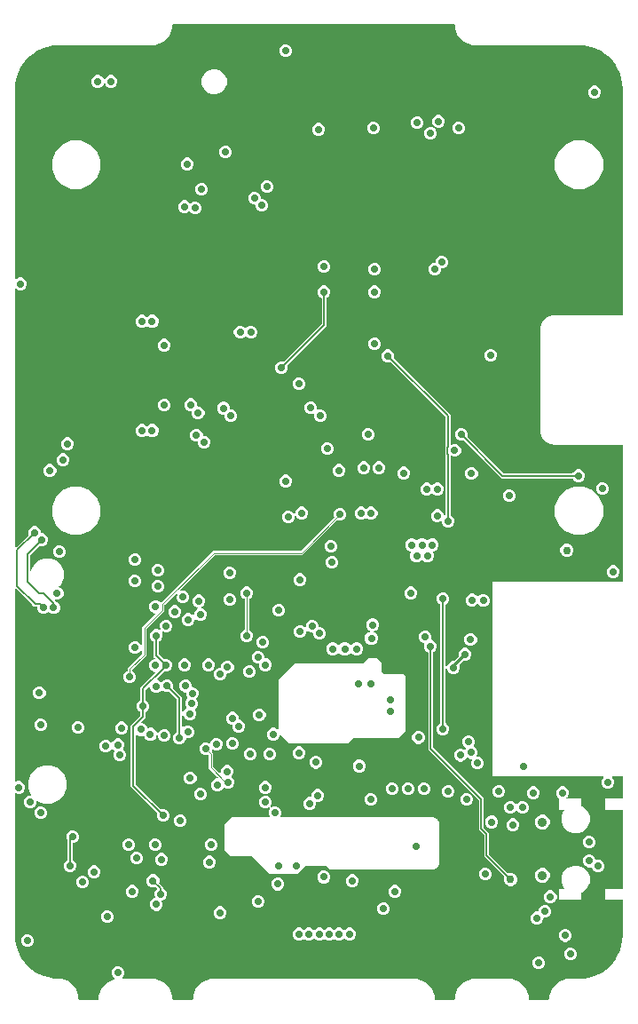
<source format=gbr>
G04 EAGLE Gerber RS-274X export*
G75*
%MOMM*%
%FSLAX34Y34*%
%LPD*%
%INCopper Layer 2*%
%IPPOS*%
%AMOC8*
5,1,8,0,0,1.08239X$1,22.5*%
G01*
%ADD10C,0.908000*%
%ADD11C,0.706400*%
%ADD12C,0.711200*%
%ADD13C,0.756400*%
%ADD14C,0.152400*%
%ADD15C,0.889000*%
%ADD16C,0.304800*%
%ADD17C,0.203200*%
%ADD18C,0.088900*%
%ADD19C,0.190500*%

G36*
X99098Y30164D02*
X99098Y30164D01*
X99117Y30162D01*
X99219Y30184D01*
X99321Y30200D01*
X99338Y30210D01*
X99358Y30214D01*
X99447Y30267D01*
X99538Y30316D01*
X99552Y30330D01*
X99569Y30340D01*
X99636Y30419D01*
X99708Y30494D01*
X99716Y30512D01*
X99729Y30527D01*
X99768Y30623D01*
X99811Y30717D01*
X99813Y30737D01*
X99821Y30755D01*
X99839Y30922D01*
X99839Y34010D01*
X102909Y41420D01*
X108580Y47091D01*
X114408Y49505D01*
X114447Y49530D01*
X114490Y49545D01*
X114551Y49594D01*
X114617Y49635D01*
X114646Y49670D01*
X114682Y49699D01*
X114724Y49765D01*
X114774Y49825D01*
X114790Y49867D01*
X114815Y49906D01*
X114834Y49982D01*
X114862Y50054D01*
X114864Y50100D01*
X114875Y50145D01*
X114869Y50222D01*
X114872Y50300D01*
X114860Y50344D01*
X114856Y50390D01*
X114825Y50461D01*
X114804Y50536D01*
X114778Y50574D01*
X114760Y50616D01*
X114674Y50723D01*
X114664Y50738D01*
X114659Y50741D01*
X114655Y50747D01*
X112962Y52440D01*
X112037Y54672D01*
X112037Y57088D01*
X112962Y59320D01*
X114670Y61028D01*
X116902Y61953D01*
X119318Y61953D01*
X121550Y61028D01*
X123258Y59320D01*
X124183Y57088D01*
X124183Y54672D01*
X123258Y52440D01*
X122278Y51460D01*
X122237Y51402D01*
X122187Y51350D01*
X122165Y51303D01*
X122135Y51261D01*
X122114Y51192D01*
X122084Y51127D01*
X122078Y51075D01*
X122062Y51025D01*
X122064Y50954D01*
X122056Y50883D01*
X122068Y50832D01*
X122069Y50780D01*
X122093Y50712D01*
X122109Y50642D01*
X122135Y50597D01*
X122153Y50549D01*
X122198Y50493D01*
X122235Y50431D01*
X122274Y50397D01*
X122307Y50357D01*
X122367Y50318D01*
X122422Y50271D01*
X122470Y50252D01*
X122514Y50224D01*
X122583Y50206D01*
X122650Y50179D01*
X122721Y50171D01*
X122752Y50163D01*
X122776Y50165D01*
X122817Y50161D01*
X154010Y50161D01*
X161420Y47091D01*
X167091Y41420D01*
X170161Y34010D01*
X170161Y30922D01*
X170164Y30902D01*
X170162Y30883D01*
X170184Y30781D01*
X170200Y30679D01*
X170210Y30662D01*
X170214Y30642D01*
X170267Y30553D01*
X170316Y30462D01*
X170330Y30448D01*
X170340Y30431D01*
X170419Y30364D01*
X170494Y30292D01*
X170512Y30284D01*
X170527Y30271D01*
X170623Y30232D01*
X170717Y30189D01*
X170737Y30187D01*
X170755Y30179D01*
X170922Y30161D01*
X189078Y30161D01*
X189098Y30164D01*
X189117Y30162D01*
X189219Y30184D01*
X189321Y30200D01*
X189338Y30210D01*
X189358Y30214D01*
X189447Y30267D01*
X189538Y30316D01*
X189552Y30330D01*
X189569Y30340D01*
X189636Y30419D01*
X189708Y30494D01*
X189716Y30512D01*
X189729Y30527D01*
X189768Y30623D01*
X189811Y30717D01*
X189813Y30737D01*
X189821Y30755D01*
X189839Y30922D01*
X189839Y34010D01*
X192909Y41420D01*
X198580Y47091D01*
X205990Y50161D01*
X404010Y50161D01*
X411420Y47091D01*
X417091Y41420D01*
X420161Y34010D01*
X420161Y30922D01*
X420164Y30902D01*
X420162Y30883D01*
X420184Y30781D01*
X420200Y30679D01*
X420210Y30662D01*
X420214Y30642D01*
X420267Y30553D01*
X420316Y30462D01*
X420330Y30448D01*
X420340Y30431D01*
X420419Y30364D01*
X420494Y30292D01*
X420512Y30284D01*
X420527Y30271D01*
X420623Y30232D01*
X420717Y30189D01*
X420737Y30187D01*
X420755Y30179D01*
X420922Y30161D01*
X439078Y30161D01*
X439098Y30164D01*
X439117Y30162D01*
X439219Y30184D01*
X439321Y30200D01*
X439338Y30210D01*
X439358Y30214D01*
X439447Y30267D01*
X439538Y30316D01*
X439552Y30330D01*
X439569Y30340D01*
X439636Y30419D01*
X439708Y30494D01*
X439716Y30512D01*
X439729Y30527D01*
X439768Y30623D01*
X439811Y30717D01*
X439813Y30737D01*
X439821Y30755D01*
X439839Y30922D01*
X439839Y34010D01*
X442909Y41420D01*
X448580Y47091D01*
X455990Y50161D01*
X494010Y50161D01*
X501420Y47091D01*
X507091Y41420D01*
X510161Y34010D01*
X510161Y30922D01*
X510164Y30902D01*
X510162Y30883D01*
X510184Y30781D01*
X510200Y30679D01*
X510210Y30662D01*
X510214Y30642D01*
X510267Y30553D01*
X510316Y30462D01*
X510330Y30448D01*
X510340Y30431D01*
X510419Y30364D01*
X510494Y30292D01*
X510512Y30284D01*
X510527Y30271D01*
X510623Y30232D01*
X510717Y30189D01*
X510737Y30187D01*
X510755Y30179D01*
X510922Y30161D01*
X529078Y30161D01*
X529098Y30164D01*
X529117Y30162D01*
X529219Y30184D01*
X529321Y30200D01*
X529338Y30210D01*
X529358Y30214D01*
X529447Y30267D01*
X529538Y30316D01*
X529552Y30330D01*
X529569Y30340D01*
X529636Y30419D01*
X529708Y30494D01*
X529716Y30512D01*
X529729Y30527D01*
X529768Y30623D01*
X529811Y30717D01*
X529813Y30737D01*
X529821Y30755D01*
X529839Y30922D01*
X529839Y34010D01*
X532909Y41420D01*
X538580Y47091D01*
X545990Y50161D01*
X559200Y50161D01*
X559216Y50163D01*
X559243Y50162D01*
X563708Y50413D01*
X563739Y50420D01*
X563834Y50431D01*
X572540Y52418D01*
X572541Y52418D01*
X572543Y52418D01*
X572701Y52474D01*
X580747Y56348D01*
X580748Y56349D01*
X580749Y56350D01*
X580891Y56439D01*
X587873Y62007D01*
X587874Y62008D01*
X587875Y62009D01*
X587993Y62127D01*
X593561Y69109D01*
X593561Y69110D01*
X593563Y69111D01*
X593652Y69253D01*
X597526Y77299D01*
X597526Y77300D01*
X597527Y77301D01*
X597582Y77460D01*
X599569Y86166D01*
X599571Y86198D01*
X599587Y86292D01*
X599838Y90757D01*
X599836Y90774D01*
X599839Y90800D01*
X599839Y124571D01*
X599837Y124585D01*
X599838Y124595D01*
X599837Y124600D01*
X599838Y124610D01*
X599816Y124712D01*
X599800Y124814D01*
X599790Y124831D01*
X599786Y124851D01*
X599733Y124940D01*
X599684Y125031D01*
X599670Y125045D01*
X599660Y125062D01*
X599581Y125129D01*
X599506Y125201D01*
X599488Y125209D01*
X599473Y125222D01*
X599377Y125261D01*
X599283Y125304D01*
X599263Y125306D01*
X599245Y125314D01*
X599078Y125332D01*
X583387Y125332D01*
X583312Y125407D01*
X583312Y135513D01*
X583387Y135588D01*
X599078Y135588D01*
X599098Y135591D01*
X599117Y135589D01*
X599219Y135611D01*
X599321Y135627D01*
X599338Y135637D01*
X599358Y135641D01*
X599447Y135694D01*
X599538Y135743D01*
X599552Y135757D01*
X599569Y135767D01*
X599636Y135846D01*
X599708Y135921D01*
X599716Y135939D01*
X599729Y135954D01*
X599768Y136050D01*
X599811Y136144D01*
X599813Y136164D01*
X599821Y136182D01*
X599839Y136349D01*
X599839Y210571D01*
X599836Y210591D01*
X599838Y210610D01*
X599816Y210712D01*
X599800Y210814D01*
X599790Y210831D01*
X599786Y210851D01*
X599733Y210940D01*
X599684Y211031D01*
X599670Y211045D01*
X599660Y211062D01*
X599581Y211129D01*
X599506Y211201D01*
X599488Y211209D01*
X599473Y211222D01*
X599377Y211261D01*
X599283Y211304D01*
X599263Y211306D01*
X599245Y211314D01*
X599078Y211332D01*
X583387Y211332D01*
X583312Y211407D01*
X583312Y221513D01*
X583387Y221588D01*
X599078Y221588D01*
X599098Y221591D01*
X599117Y221589D01*
X599219Y221611D01*
X599321Y221627D01*
X599338Y221637D01*
X599358Y221641D01*
X599447Y221694D01*
X599538Y221743D01*
X599552Y221757D01*
X599569Y221767D01*
X599636Y221846D01*
X599708Y221921D01*
X599716Y221939D01*
X599729Y221954D01*
X599768Y222050D01*
X599811Y222144D01*
X599813Y222164D01*
X599821Y222182D01*
X599839Y222349D01*
X599839Y242316D01*
X599836Y242336D01*
X599838Y242355D01*
X599816Y242457D01*
X599800Y242559D01*
X599790Y242576D01*
X599786Y242596D01*
X599733Y242685D01*
X599684Y242776D01*
X599670Y242790D01*
X599660Y242807D01*
X599581Y242874D01*
X599506Y242946D01*
X599488Y242954D01*
X599473Y242967D01*
X599377Y243006D01*
X599283Y243049D01*
X599263Y243051D01*
X599245Y243059D01*
X599078Y243077D01*
X590309Y243077D01*
X590238Y243066D01*
X590166Y243064D01*
X590117Y243046D01*
X590066Y243038D01*
X590003Y243004D01*
X589935Y242979D01*
X589895Y242947D01*
X589849Y242922D01*
X589799Y242870D01*
X589743Y242826D01*
X589715Y242782D01*
X589679Y242744D01*
X589649Y242679D01*
X589610Y242619D01*
X589597Y242568D01*
X589576Y242521D01*
X589568Y242450D01*
X589550Y242380D01*
X589554Y242328D01*
X589548Y242277D01*
X589564Y242206D01*
X589569Y242135D01*
X589590Y242087D01*
X589601Y242036D01*
X589638Y241975D01*
X589666Y241909D01*
X589710Y241853D01*
X589727Y241825D01*
X589745Y241810D01*
X589770Y241778D01*
X590618Y240930D01*
X591543Y238698D01*
X591543Y236282D01*
X590618Y234050D01*
X588910Y232342D01*
X586678Y231417D01*
X584262Y231417D01*
X582030Y232342D01*
X580322Y234050D01*
X579397Y236282D01*
X579397Y238698D01*
X580322Y240930D01*
X581170Y241778D01*
X581211Y241836D01*
X581261Y241888D01*
X581283Y241935D01*
X581313Y241977D01*
X581334Y242046D01*
X581364Y242111D01*
X581370Y242163D01*
X581386Y242213D01*
X581384Y242284D01*
X581392Y242355D01*
X581380Y242406D01*
X581379Y242458D01*
X581355Y242526D01*
X581339Y242596D01*
X581313Y242641D01*
X581295Y242689D01*
X581250Y242745D01*
X581213Y242807D01*
X581174Y242841D01*
X581141Y242881D01*
X581081Y242920D01*
X581026Y242967D01*
X580978Y242986D01*
X580934Y243014D01*
X580865Y243032D01*
X580798Y243059D01*
X580727Y243067D01*
X580696Y243075D01*
X580672Y243073D01*
X580631Y243077D01*
X475934Y243077D01*
X475487Y243524D01*
X475487Y428306D01*
X475934Y428753D01*
X599078Y428753D01*
X599098Y428756D01*
X599117Y428754D01*
X599219Y428776D01*
X599321Y428792D01*
X599338Y428802D01*
X599358Y428806D01*
X599447Y428859D01*
X599538Y428908D01*
X599552Y428922D01*
X599569Y428932D01*
X599636Y429011D01*
X599708Y429086D01*
X599716Y429104D01*
X599729Y429119D01*
X599768Y429215D01*
X599811Y429309D01*
X599813Y429329D01*
X599821Y429347D01*
X599839Y429514D01*
X599839Y558546D01*
X599836Y558566D01*
X599838Y558585D01*
X599816Y558687D01*
X599800Y558789D01*
X599790Y558806D01*
X599786Y558826D01*
X599733Y558915D01*
X599684Y559006D01*
X599670Y559020D01*
X599660Y559037D01*
X599581Y559104D01*
X599506Y559176D01*
X599488Y559184D01*
X599473Y559197D01*
X599377Y559236D01*
X599283Y559279D01*
X599263Y559281D01*
X599245Y559289D01*
X599078Y559307D01*
X535225Y559307D01*
X535167Y559298D01*
X535109Y559298D01*
X535047Y559278D01*
X535020Y559274D01*
X534670Y559304D01*
X534646Y559303D01*
X534603Y559307D01*
X534251Y559307D01*
X534215Y559326D01*
X534119Y559345D01*
X534088Y559354D01*
X534074Y559354D01*
X534051Y559359D01*
X532877Y559461D01*
X532852Y559459D01*
X532827Y559464D01*
X532730Y559450D01*
X532632Y559443D01*
X532611Y559434D01*
X532396Y559492D01*
X532365Y559495D01*
X532265Y559515D01*
X532038Y559535D01*
X532003Y559565D01*
X531979Y559574D01*
X531959Y559590D01*
X531803Y559651D01*
X530593Y559975D01*
X530568Y559977D01*
X530545Y559986D01*
X530446Y559989D01*
X530348Y559999D01*
X530327Y559994D01*
X530125Y560088D01*
X530095Y560097D01*
X530000Y560134D01*
X529780Y560193D01*
X529750Y560229D01*
X529729Y560242D01*
X529712Y560261D01*
X529569Y560348D01*
X528433Y560877D01*
X528409Y560884D01*
X528387Y560897D01*
X528291Y560917D01*
X528196Y560944D01*
X528174Y560943D01*
X527992Y561070D01*
X527964Y561084D01*
X527877Y561137D01*
X527670Y561233D01*
X527647Y561274D01*
X527629Y561290D01*
X527615Y561312D01*
X527489Y561422D01*
X526463Y562141D01*
X526442Y562151D01*
X526427Y562164D01*
X526425Y562165D01*
X526421Y562168D01*
X526329Y562205D01*
X526241Y562248D01*
X526219Y562250D01*
X526062Y562408D01*
X526036Y562426D01*
X525960Y562493D01*
X525773Y562624D01*
X525758Y562668D01*
X525742Y562688D01*
X525732Y562711D01*
X525627Y562842D01*
X524742Y563727D01*
X524721Y563742D01*
X524705Y563762D01*
X524622Y563814D01*
X524542Y563871D01*
X524521Y563878D01*
X524393Y564060D01*
X524371Y564082D01*
X524308Y564162D01*
X524146Y564323D01*
X524139Y564369D01*
X524127Y564391D01*
X524121Y564416D01*
X524041Y564563D01*
X523322Y565589D01*
X523305Y565607D01*
X523292Y565629D01*
X523219Y565695D01*
X523150Y565765D01*
X523131Y565775D01*
X523037Y565977D01*
X523019Y566003D01*
X522970Y566092D01*
X522839Y566279D01*
X522840Y566325D01*
X522832Y566349D01*
X522831Y566374D01*
X522777Y566533D01*
X522248Y567669D01*
X522234Y567689D01*
X522225Y567713D01*
X522165Y567790D01*
X522109Y567872D01*
X522091Y567885D01*
X522034Y568100D01*
X522021Y568129D01*
X521988Y568225D01*
X521892Y568432D01*
X521901Y568477D01*
X521897Y568502D01*
X521900Y568527D01*
X521875Y568693D01*
X521551Y569903D01*
X521540Y569926D01*
X521536Y569951D01*
X521490Y570037D01*
X521449Y570127D01*
X521434Y570144D01*
X521415Y570365D01*
X521407Y570396D01*
X521392Y570496D01*
X521333Y570716D01*
X521349Y570760D01*
X521350Y570785D01*
X521357Y570809D01*
X521361Y570977D01*
X521259Y572151D01*
X521244Y572207D01*
X521240Y572266D01*
X521214Y572326D01*
X521207Y572352D01*
X521207Y572703D01*
X521203Y572727D01*
X521204Y572770D01*
X521174Y573120D01*
X521189Y573158D01*
X521200Y573256D01*
X521206Y573287D01*
X521205Y573302D01*
X521207Y573325D01*
X521207Y668735D01*
X521198Y668793D01*
X521198Y668851D01*
X521178Y668913D01*
X521174Y668940D01*
X521204Y669290D01*
X521203Y669314D01*
X521207Y669357D01*
X521207Y669709D01*
X521226Y669745D01*
X521245Y669841D01*
X521254Y669872D01*
X521254Y669886D01*
X521259Y669909D01*
X521361Y671083D01*
X521359Y671108D01*
X521364Y671133D01*
X521360Y671159D01*
X521362Y671173D01*
X521352Y671217D01*
X521350Y671230D01*
X521343Y671328D01*
X521334Y671349D01*
X521392Y671564D01*
X521395Y671595D01*
X521415Y671695D01*
X521435Y671922D01*
X521465Y671957D01*
X521474Y671981D01*
X521490Y672001D01*
X521551Y672157D01*
X521875Y673367D01*
X521877Y673392D01*
X521886Y673415D01*
X521889Y673514D01*
X521899Y673612D01*
X521894Y673633D01*
X521988Y673835D01*
X521997Y673865D01*
X522034Y673960D01*
X522093Y674180D01*
X522129Y674210D01*
X522142Y674231D01*
X522161Y674248D01*
X522248Y674391D01*
X522777Y675527D01*
X522784Y675551D01*
X522797Y675573D01*
X522817Y675669D01*
X522844Y675764D01*
X522843Y675786D01*
X522970Y675968D01*
X522984Y675996D01*
X523037Y676083D01*
X523133Y676290D01*
X523174Y676313D01*
X523190Y676331D01*
X523212Y676345D01*
X523322Y676471D01*
X524041Y677497D01*
X524052Y677520D01*
X524068Y677539D01*
X524105Y677631D01*
X524148Y677719D01*
X524150Y677741D01*
X524308Y677898D01*
X524326Y677924D01*
X524393Y678000D01*
X524524Y678187D01*
X524568Y678202D01*
X524588Y678218D01*
X524611Y678228D01*
X524742Y678333D01*
X525627Y679218D01*
X525642Y679239D01*
X525662Y679255D01*
X525714Y679338D01*
X525771Y679418D01*
X525778Y679439D01*
X525960Y679567D01*
X525982Y679589D01*
X526062Y679652D01*
X526223Y679814D01*
X526269Y679821D01*
X526291Y679833D01*
X526316Y679839D01*
X526463Y679919D01*
X527489Y680638D01*
X527507Y680655D01*
X527529Y680668D01*
X527594Y680741D01*
X527665Y680809D01*
X527675Y680829D01*
X527877Y680923D01*
X527902Y680941D01*
X527992Y680990D01*
X528179Y681121D01*
X528225Y681120D01*
X528249Y681128D01*
X528274Y681129D01*
X528433Y681183D01*
X529569Y681712D01*
X529589Y681726D01*
X529613Y681735D01*
X529690Y681795D01*
X529772Y681851D01*
X529785Y681869D01*
X530000Y681926D01*
X530029Y681939D01*
X530125Y681972D01*
X530332Y682068D01*
X530377Y682059D01*
X530402Y682063D01*
X530427Y682060D01*
X530593Y682085D01*
X531803Y682409D01*
X531826Y682420D01*
X531851Y682424D01*
X531937Y682470D01*
X532027Y682511D01*
X532044Y682526D01*
X532265Y682545D01*
X532296Y682553D01*
X532396Y682568D01*
X532616Y682627D01*
X532660Y682611D01*
X532685Y682610D01*
X532709Y682603D01*
X532877Y682599D01*
X534051Y682701D01*
X534107Y682716D01*
X534166Y682720D01*
X534226Y682746D01*
X534252Y682753D01*
X534603Y682753D01*
X534627Y682757D01*
X534670Y682756D01*
X535020Y682786D01*
X535058Y682771D01*
X535156Y682760D01*
X535187Y682754D01*
X535202Y682755D01*
X535225Y682753D01*
X599078Y682753D01*
X599098Y682756D01*
X599117Y682754D01*
X599219Y682776D01*
X599321Y682792D01*
X599338Y682802D01*
X599358Y682806D01*
X599447Y682859D01*
X599538Y682908D01*
X599552Y682922D01*
X599569Y682932D01*
X599636Y683011D01*
X599708Y683086D01*
X599716Y683104D01*
X599729Y683119D01*
X599768Y683215D01*
X599811Y683309D01*
X599813Y683329D01*
X599821Y683347D01*
X599839Y683514D01*
X599839Y899200D01*
X599837Y899216D01*
X599838Y899243D01*
X599587Y903708D01*
X599580Y903739D01*
X599569Y903834D01*
X597582Y912540D01*
X597582Y912541D01*
X597582Y912543D01*
X597526Y912701D01*
X593652Y920747D01*
X593651Y920748D01*
X593650Y920749D01*
X593561Y920891D01*
X587993Y927873D01*
X587992Y927874D01*
X587991Y927875D01*
X587873Y927993D01*
X580891Y933561D01*
X580890Y933561D01*
X580889Y933563D01*
X580747Y933652D01*
X572701Y937526D01*
X572700Y937526D01*
X572699Y937527D01*
X572540Y937582D01*
X569337Y938313D01*
X566002Y939075D01*
X563834Y939569D01*
X563802Y939571D01*
X563708Y939587D01*
X559243Y939838D01*
X559226Y939836D01*
X559200Y939839D01*
X455990Y939839D01*
X448580Y942909D01*
X442909Y948580D01*
X439839Y955990D01*
X439839Y959078D01*
X439836Y959098D01*
X439838Y959117D01*
X439816Y959219D01*
X439800Y959321D01*
X439790Y959338D01*
X439786Y959358D01*
X439733Y959447D01*
X439684Y959538D01*
X439670Y959552D01*
X439660Y959569D01*
X439581Y959636D01*
X439506Y959708D01*
X439488Y959716D01*
X439473Y959729D01*
X439377Y959768D01*
X439283Y959811D01*
X439263Y959813D01*
X439245Y959821D01*
X439078Y959839D01*
X170922Y959839D01*
X170902Y959836D01*
X170883Y959838D01*
X170781Y959816D01*
X170679Y959800D01*
X170662Y959790D01*
X170642Y959786D01*
X170553Y959733D01*
X170462Y959684D01*
X170448Y959670D01*
X170431Y959660D01*
X170364Y959581D01*
X170292Y959506D01*
X170284Y959488D01*
X170271Y959473D01*
X170232Y959377D01*
X170189Y959283D01*
X170187Y959263D01*
X170179Y959245D01*
X170161Y959078D01*
X170161Y955990D01*
X167091Y948580D01*
X161420Y942909D01*
X154010Y939839D01*
X60800Y939839D01*
X60784Y939837D01*
X60757Y939838D01*
X56292Y939587D01*
X56261Y939580D01*
X56166Y939569D01*
X47460Y937582D01*
X47459Y937582D01*
X47457Y937582D01*
X47299Y937526D01*
X39253Y933652D01*
X39252Y933651D01*
X39251Y933650D01*
X39109Y933561D01*
X32127Y927993D01*
X32126Y927992D01*
X32125Y927991D01*
X32007Y927873D01*
X26439Y920891D01*
X26439Y920890D01*
X26437Y920889D01*
X26348Y920747D01*
X22474Y912701D01*
X22474Y912700D01*
X22473Y912699D01*
X22418Y912540D01*
X20431Y903834D01*
X20429Y903803D01*
X20413Y903708D01*
X20162Y899243D01*
X20164Y899226D01*
X20161Y899200D01*
X20161Y717657D01*
X20172Y717586D01*
X20174Y717514D01*
X20192Y717465D01*
X20200Y717414D01*
X20234Y717351D01*
X20259Y717283D01*
X20291Y717242D01*
X20316Y717197D01*
X20367Y717147D01*
X20412Y717091D01*
X20456Y717063D01*
X20494Y717027D01*
X20559Y716997D01*
X20619Y716958D01*
X20670Y716945D01*
X20717Y716924D01*
X20788Y716916D01*
X20858Y716898D01*
X20910Y716902D01*
X20961Y716896D01*
X21032Y716912D01*
X21103Y716917D01*
X21151Y716938D01*
X21202Y716949D01*
X21263Y716986D01*
X21329Y717014D01*
X21385Y717058D01*
X21413Y717075D01*
X21428Y717093D01*
X21460Y717118D01*
X21960Y717618D01*
X24192Y718543D01*
X26608Y718543D01*
X28840Y717618D01*
X30548Y715910D01*
X31473Y713678D01*
X31473Y711262D01*
X30548Y709030D01*
X28840Y707322D01*
X26608Y706397D01*
X24192Y706397D01*
X21960Y707322D01*
X21460Y707822D01*
X21402Y707864D01*
X21350Y707913D01*
X21303Y707935D01*
X21261Y707965D01*
X21192Y707986D01*
X21127Y708016D01*
X21075Y708022D01*
X21025Y708038D01*
X20954Y708036D01*
X20883Y708044D01*
X20832Y708032D01*
X20780Y708031D01*
X20712Y708007D01*
X20642Y707991D01*
X20597Y707965D01*
X20549Y707947D01*
X20493Y707902D01*
X20431Y707865D01*
X20397Y707826D01*
X20357Y707793D01*
X20318Y707733D01*
X20271Y707678D01*
X20252Y707630D01*
X20224Y707586D01*
X20206Y707517D01*
X20179Y707450D01*
X20171Y707379D01*
X20163Y707348D01*
X20165Y707324D01*
X20161Y707283D01*
X20161Y461994D01*
X20172Y461923D01*
X20174Y461852D01*
X20192Y461803D01*
X20200Y461751D01*
X20234Y461688D01*
X20259Y461621D01*
X20291Y461580D01*
X20316Y461534D01*
X20367Y461485D01*
X20412Y461429D01*
X20456Y461400D01*
X20494Y461364D01*
X20559Y461334D01*
X20619Y461296D01*
X20670Y461283D01*
X20717Y461261D01*
X20788Y461253D01*
X20858Y461235D01*
X20910Y461240D01*
X20961Y461234D01*
X21032Y461249D01*
X21103Y461255D01*
X21151Y461275D01*
X21202Y461286D01*
X21263Y461323D01*
X21329Y461351D01*
X21385Y461396D01*
X21413Y461412D01*
X21428Y461430D01*
X21460Y461456D01*
X32895Y472891D01*
X32963Y472986D01*
X33033Y473079D01*
X33035Y473085D01*
X33039Y473090D01*
X33073Y473202D01*
X33109Y473313D01*
X33109Y473320D01*
X33111Y473326D01*
X33108Y473442D01*
X33107Y473559D01*
X33105Y473566D01*
X33105Y473571D01*
X33098Y473589D01*
X33060Y473720D01*
X32856Y474213D01*
X32856Y476629D01*
X33781Y478861D01*
X35489Y480569D01*
X37721Y481494D01*
X40137Y481494D01*
X42369Y480569D01*
X44077Y478861D01*
X45002Y476629D01*
X45002Y475464D01*
X45003Y475456D01*
X45003Y475452D01*
X45005Y475443D01*
X45003Y475425D01*
X45025Y475323D01*
X45041Y475221D01*
X45051Y475204D01*
X45055Y475184D01*
X45108Y475095D01*
X45156Y475004D01*
X45171Y474990D01*
X45181Y474973D01*
X45260Y474906D01*
X45335Y474834D01*
X45353Y474826D01*
X45368Y474813D01*
X45464Y474774D01*
X45558Y474731D01*
X45578Y474729D01*
X45596Y474721D01*
X45763Y474703D01*
X46928Y474703D01*
X49160Y473778D01*
X50868Y472070D01*
X51793Y469838D01*
X51793Y467422D01*
X50868Y465190D01*
X49160Y463482D01*
X46928Y462557D01*
X44512Y462557D01*
X44019Y462761D01*
X43906Y462788D01*
X43792Y462817D01*
X43786Y462816D01*
X43780Y462818D01*
X43663Y462807D01*
X43547Y462797D01*
X43541Y462795D01*
X43535Y462794D01*
X43427Y462747D01*
X43321Y462701D01*
X43315Y462697D01*
X43310Y462694D01*
X43296Y462682D01*
X43190Y462596D01*
X34450Y453857D01*
X34397Y453783D01*
X34338Y453713D01*
X34325Y453683D01*
X34307Y453657D01*
X34280Y453570D01*
X34246Y453485D01*
X34241Y453444D01*
X34234Y453422D01*
X34235Y453390D01*
X34227Y453319D01*
X34227Y439441D01*
X34243Y439345D01*
X34252Y439248D01*
X34263Y439224D01*
X34267Y439198D01*
X34312Y439112D01*
X34352Y439023D01*
X34370Y439004D01*
X34382Y438981D01*
X34453Y438914D01*
X34519Y438842D01*
X34541Y438829D01*
X34560Y438811D01*
X34649Y438770D01*
X34734Y438723D01*
X34760Y438719D01*
X34783Y438708D01*
X34880Y438697D01*
X34976Y438680D01*
X35002Y438684D01*
X35028Y438681D01*
X35123Y438701D01*
X35219Y438716D01*
X35243Y438727D01*
X35268Y438733D01*
X35352Y438783D01*
X35439Y438827D01*
X35457Y438846D01*
X35479Y438859D01*
X35543Y438933D01*
X35611Y439003D01*
X35627Y439031D01*
X35639Y439046D01*
X35652Y439077D01*
X35692Y439150D01*
X37763Y444151D01*
X42169Y448557D01*
X47925Y450941D01*
X54155Y450941D01*
X59911Y448557D01*
X64317Y444151D01*
X66701Y438395D01*
X66701Y432165D01*
X64317Y426409D01*
X62133Y424225D01*
X62106Y424188D01*
X62072Y424157D01*
X62035Y424089D01*
X61989Y424026D01*
X61976Y423982D01*
X61954Y423942D01*
X61940Y423865D01*
X61917Y423791D01*
X61918Y423745D01*
X61910Y423699D01*
X61921Y423622D01*
X61923Y423545D01*
X61939Y423502D01*
X61946Y423456D01*
X61981Y423387D01*
X62008Y423314D01*
X62037Y423278D01*
X62057Y423237D01*
X62113Y423182D01*
X62162Y423122D01*
X62200Y423097D01*
X62233Y423065D01*
X62353Y422999D01*
X62369Y422989D01*
X62373Y422987D01*
X62380Y422984D01*
X63651Y422457D01*
X65359Y420749D01*
X66284Y418517D01*
X66284Y416101D01*
X65359Y413869D01*
X63651Y412161D01*
X61419Y411236D01*
X58996Y411236D01*
X58917Y411255D01*
X58824Y411284D01*
X58798Y411283D01*
X58772Y411289D01*
X58676Y411280D01*
X58578Y411277D01*
X58554Y411268D01*
X58528Y411266D01*
X58439Y411226D01*
X58347Y411193D01*
X58327Y411176D01*
X58303Y411166D01*
X58231Y411100D01*
X58155Y411039D01*
X58141Y411017D01*
X58122Y410999D01*
X58075Y410914D01*
X58022Y410832D01*
X58016Y410807D01*
X58003Y410784D01*
X57986Y410688D01*
X57962Y410594D01*
X57964Y410568D01*
X57959Y410542D01*
X57974Y410445D01*
X57981Y410348D01*
X57991Y410324D01*
X57995Y410298D01*
X58039Y410212D01*
X58078Y410122D01*
X58098Y410097D01*
X58107Y410079D01*
X58130Y410056D01*
X58182Y409991D01*
X58276Y409898D01*
X58329Y409860D01*
X58376Y409814D01*
X58449Y409773D01*
X58475Y409754D01*
X58494Y409749D01*
X58523Y409733D01*
X60272Y409008D01*
X61980Y407300D01*
X62905Y405068D01*
X62905Y402652D01*
X61980Y400420D01*
X60272Y398712D01*
X58040Y397787D01*
X55624Y397787D01*
X53392Y398712D01*
X52568Y399536D01*
X52552Y399547D01*
X52540Y399563D01*
X52452Y399619D01*
X52369Y399679D01*
X52350Y399685D01*
X52333Y399696D01*
X52232Y399721D01*
X52133Y399751D01*
X52114Y399751D01*
X52094Y399756D01*
X51991Y399748D01*
X51888Y399745D01*
X51869Y399738D01*
X51849Y399737D01*
X51754Y399696D01*
X51657Y399661D01*
X51641Y399648D01*
X51623Y399640D01*
X51492Y399536D01*
X50668Y398712D01*
X48436Y397787D01*
X46020Y397787D01*
X43788Y398712D01*
X42080Y400420D01*
X41155Y402652D01*
X41155Y404432D01*
X41152Y404451D01*
X41154Y404471D01*
X41132Y404572D01*
X41116Y404674D01*
X41106Y404692D01*
X41102Y404711D01*
X41049Y404800D01*
X41000Y404892D01*
X40986Y404905D01*
X40976Y404922D01*
X40897Y404990D01*
X40822Y405061D01*
X40804Y405069D01*
X40789Y405082D01*
X40693Y405121D01*
X40599Y405165D01*
X40579Y405167D01*
X40561Y405174D01*
X40394Y405193D01*
X38176Y405193D01*
X36502Y406867D01*
X21460Y421908D01*
X21402Y421950D01*
X21350Y422000D01*
X21303Y422022D01*
X21261Y422052D01*
X21192Y422073D01*
X21127Y422103D01*
X21075Y422109D01*
X21025Y422124D01*
X20954Y422122D01*
X20883Y422130D01*
X20832Y422119D01*
X20780Y422118D01*
X20712Y422093D01*
X20642Y422078D01*
X20597Y422051D01*
X20549Y422033D01*
X20493Y421989D01*
X20431Y421952D01*
X20397Y421912D01*
X20357Y421880D01*
X20318Y421819D01*
X20271Y421765D01*
X20252Y421717D01*
X20224Y421673D01*
X20206Y421603D01*
X20179Y421537D01*
X20171Y421465D01*
X20163Y421434D01*
X20165Y421411D01*
X20161Y421370D01*
X20161Y238660D01*
X20168Y238614D01*
X20166Y238569D01*
X20188Y238494D01*
X20200Y238417D01*
X20222Y238376D01*
X20235Y238332D01*
X20279Y238268D01*
X20316Y238200D01*
X20349Y238168D01*
X20375Y238130D01*
X20437Y238084D01*
X20494Y238030D01*
X20536Y238011D01*
X20572Y237983D01*
X20646Y237959D01*
X20717Y237927D01*
X20763Y237921D01*
X20806Y237907D01*
X20884Y237908D01*
X20961Y237899D01*
X21006Y237909D01*
X21052Y237910D01*
X21184Y237948D01*
X21202Y237952D01*
X21206Y237954D01*
X21213Y237956D01*
X22484Y238483D01*
X24900Y238483D01*
X27132Y237558D01*
X28840Y235850D01*
X29765Y233618D01*
X29765Y231202D01*
X28840Y228970D01*
X27132Y227262D01*
X24900Y226337D01*
X22484Y226337D01*
X21213Y226864D01*
X21169Y226874D01*
X21127Y226893D01*
X21050Y226902D01*
X20974Y226920D01*
X20928Y226915D01*
X20883Y226921D01*
X20806Y226904D01*
X20729Y226897D01*
X20687Y226878D01*
X20642Y226868D01*
X20575Y226828D01*
X20504Y226797D01*
X20470Y226766D01*
X20431Y226742D01*
X20380Y226683D01*
X20323Y226630D01*
X20301Y226590D01*
X20271Y226555D01*
X20242Y226483D01*
X20205Y226415D01*
X20196Y226370D01*
X20179Y226327D01*
X20164Y226191D01*
X20161Y226173D01*
X20162Y226168D01*
X20161Y226160D01*
X20161Y90800D01*
X20163Y90784D01*
X20162Y90757D01*
X20413Y86292D01*
X20420Y86261D01*
X20431Y86166D01*
X22418Y77460D01*
X22418Y77459D01*
X22418Y77457D01*
X22474Y77299D01*
X26348Y69253D01*
X26349Y69252D01*
X26350Y69251D01*
X26439Y69109D01*
X32007Y62127D01*
X32008Y62126D01*
X32009Y62125D01*
X32127Y62007D01*
X39109Y56439D01*
X39110Y56439D01*
X39111Y56437D01*
X39253Y56348D01*
X47299Y52474D01*
X47300Y52474D01*
X47301Y52473D01*
X47460Y52418D01*
X48170Y52255D01*
X51506Y51494D01*
X54841Y50733D01*
X56166Y50431D01*
X56198Y50429D01*
X56292Y50413D01*
X60757Y50162D01*
X60774Y50164D01*
X60800Y50161D01*
X64651Y50161D01*
X71767Y47213D01*
X77213Y41767D01*
X80161Y34651D01*
X80161Y30922D01*
X80164Y30902D01*
X80162Y30883D01*
X80184Y30781D01*
X80200Y30679D01*
X80210Y30662D01*
X80214Y30642D01*
X80267Y30553D01*
X80316Y30462D01*
X80330Y30448D01*
X80340Y30431D01*
X80419Y30364D01*
X80494Y30292D01*
X80512Y30284D01*
X80527Y30271D01*
X80623Y30232D01*
X80717Y30189D01*
X80737Y30187D01*
X80755Y30179D01*
X80922Y30161D01*
X99078Y30161D01*
X99098Y30164D01*
G37*
%LPC*%
G36*
X262574Y150367D02*
X262574Y150367D01*
X246287Y166654D01*
X246213Y166707D01*
X246144Y166767D01*
X246113Y166779D01*
X246087Y166798D01*
X246000Y166825D01*
X245915Y166859D01*
X245875Y166863D01*
X245852Y166870D01*
X245820Y166869D01*
X245749Y166877D01*
X225744Y166877D01*
X220217Y172404D01*
X220217Y197166D01*
X227014Y203963D01*
X262046Y203963D01*
X262091Y203970D01*
X262137Y203968D01*
X262212Y203990D01*
X262289Y204002D01*
X262329Y204024D01*
X262373Y204037D01*
X262437Y204081D01*
X262506Y204118D01*
X262538Y204151D01*
X262575Y204177D01*
X262622Y204239D01*
X262675Y204296D01*
X262695Y204338D01*
X262722Y204374D01*
X262746Y204448D01*
X262779Y204519D01*
X262784Y204565D01*
X262798Y204608D01*
X262798Y204686D01*
X262806Y204763D01*
X262796Y204808D01*
X262796Y204854D01*
X262758Y204986D01*
X262754Y205004D01*
X262751Y205008D01*
X262749Y205015D01*
X261897Y207072D01*
X261897Y209488D01*
X262822Y211720D01*
X263012Y211911D01*
X263069Y211990D01*
X263131Y212065D01*
X263141Y212089D01*
X263156Y212110D01*
X263185Y212203D01*
X263220Y212294D01*
X263221Y212320D01*
X263228Y212345D01*
X263226Y212443D01*
X263230Y212540D01*
X263223Y212565D01*
X263222Y212591D01*
X263189Y212683D01*
X263161Y212776D01*
X263147Y212798D01*
X263138Y212822D01*
X263077Y212899D01*
X263021Y212978D01*
X263000Y212994D01*
X262984Y213014D01*
X262902Y213067D01*
X262824Y213125D01*
X262799Y213133D01*
X262777Y213147D01*
X262682Y213171D01*
X262590Y213201D01*
X262564Y213201D01*
X262538Y213207D01*
X262441Y213200D01*
X262344Y213199D01*
X262313Y213190D01*
X262293Y213188D01*
X262263Y213175D01*
X262183Y213152D01*
X260288Y212367D01*
X257872Y212367D01*
X255640Y213292D01*
X253932Y215000D01*
X253007Y217232D01*
X253007Y219648D01*
X253932Y221880D01*
X255640Y223588D01*
X257872Y224513D01*
X260288Y224513D01*
X262520Y223588D01*
X264228Y221880D01*
X265153Y219648D01*
X265153Y217232D01*
X264228Y215000D01*
X264038Y214809D01*
X263981Y214730D01*
X263919Y214655D01*
X263909Y214631D01*
X263894Y214610D01*
X263865Y214516D01*
X263830Y214426D01*
X263829Y214400D01*
X263822Y214375D01*
X263824Y214277D01*
X263820Y214180D01*
X263827Y214155D01*
X263828Y214129D01*
X263861Y214037D01*
X263889Y213944D01*
X263903Y213922D01*
X263912Y213898D01*
X263973Y213822D01*
X264029Y213742D01*
X264050Y213726D01*
X264066Y213706D01*
X264148Y213653D01*
X264226Y213595D01*
X264251Y213587D01*
X264273Y213573D01*
X264367Y213549D01*
X264460Y213519D01*
X264486Y213519D01*
X264512Y213513D01*
X264609Y213520D01*
X264706Y213521D01*
X264737Y213530D01*
X264757Y213532D01*
X264787Y213545D01*
X264867Y213568D01*
X266762Y214353D01*
X269178Y214353D01*
X271410Y213428D01*
X273118Y211720D01*
X274043Y209488D01*
X274043Y207072D01*
X273191Y205015D01*
X273180Y204971D01*
X273161Y204929D01*
X273152Y204852D01*
X273135Y204776D01*
X273139Y204730D01*
X273134Y204685D01*
X273150Y204608D01*
X273158Y204531D01*
X273176Y204489D01*
X273186Y204444D01*
X273226Y204377D01*
X273258Y204306D01*
X273289Y204272D01*
X273312Y204233D01*
X273371Y204182D01*
X273424Y204125D01*
X273464Y204103D01*
X273499Y204073D01*
X273571Y204044D01*
X273640Y204007D01*
X273685Y203998D01*
X273727Y203981D01*
X273863Y203966D01*
X273882Y203963D01*
X273887Y203964D01*
X273894Y203963D01*
X417285Y203963D01*
X417338Y203971D01*
X417392Y203970D01*
X417459Y203991D01*
X417504Y203999D01*
X417830Y203966D01*
X417857Y203968D01*
X417905Y203963D01*
X418240Y203963D01*
X418283Y203940D01*
X418390Y203918D01*
X418418Y203909D01*
X418430Y203909D01*
X418447Y203906D01*
X418683Y203882D01*
X418700Y203883D01*
X418717Y203880D01*
X418822Y203891D01*
X418929Y203898D01*
X418945Y203904D01*
X418961Y203906D01*
X418963Y203907D01*
X419147Y203851D01*
X419170Y203848D01*
X419293Y203822D01*
X419498Y203802D01*
X419550Y203757D01*
X419565Y203750D01*
X419578Y203740D01*
X419733Y203674D01*
X420039Y203581D01*
X420056Y203578D01*
X420071Y203572D01*
X420177Y203562D01*
X420283Y203548D01*
X420299Y203551D01*
X420316Y203550D01*
X420318Y203550D01*
X420487Y203460D01*
X420510Y203452D01*
X420625Y203403D01*
X420823Y203343D01*
X420864Y203289D01*
X420878Y203279D01*
X420889Y203266D01*
X421027Y203171D01*
X421310Y203020D01*
X421326Y203015D01*
X421339Y203005D01*
X421441Y202975D01*
X421542Y202941D01*
X421559Y202941D01*
X421575Y202936D01*
X421578Y202936D01*
X421726Y202815D01*
X421747Y202803D01*
X421850Y202732D01*
X422032Y202634D01*
X422062Y202573D01*
X422074Y202561D01*
X422082Y202546D01*
X422199Y202426D01*
X422447Y202223D01*
X422461Y202215D01*
X422473Y202202D01*
X422567Y202153D01*
X422659Y202100D01*
X422676Y202096D01*
X422691Y202089D01*
X422693Y202088D01*
X422814Y201940D01*
X422832Y201924D01*
X422920Y201834D01*
X423080Y201704D01*
X423097Y201637D01*
X423107Y201623D01*
X423112Y201607D01*
X423203Y201467D01*
X423406Y201219D01*
X423419Y201208D01*
X423428Y201194D01*
X423511Y201127D01*
X423591Y201057D01*
X423606Y201050D01*
X423619Y201040D01*
X423621Y201039D01*
X423712Y200870D01*
X423726Y200851D01*
X423795Y200746D01*
X423926Y200586D01*
X423930Y200518D01*
X423936Y200502D01*
X423938Y200485D01*
X423963Y200422D01*
X423968Y200401D01*
X423980Y200381D01*
X424000Y200330D01*
X424151Y200047D01*
X424162Y200034D01*
X424168Y200018D01*
X424236Y199937D01*
X424301Y199852D01*
X424315Y199843D01*
X424326Y199830D01*
X424327Y199828D01*
X424383Y199645D01*
X424394Y199624D01*
X424440Y199507D01*
X424537Y199325D01*
X424528Y199257D01*
X424532Y199241D01*
X424530Y199224D01*
X424561Y199059D01*
X424654Y198753D01*
X424661Y198737D01*
X424664Y198721D01*
X424715Y198627D01*
X424762Y198532D01*
X424774Y198520D01*
X424782Y198505D01*
X424784Y198504D01*
X424802Y198313D01*
X424809Y198290D01*
X424831Y198167D01*
X424891Y197969D01*
X424869Y197904D01*
X424869Y197887D01*
X424864Y197871D01*
X424862Y197703D01*
X424886Y197467D01*
X424900Y197415D01*
X424904Y197361D01*
X424931Y197297D01*
X424943Y197253D01*
X424943Y196925D01*
X424947Y196899D01*
X424946Y196850D01*
X424979Y196516D01*
X424961Y196471D01*
X424949Y196363D01*
X424943Y196334D01*
X424945Y196322D01*
X424943Y196305D01*
X424943Y161835D01*
X424945Y161824D01*
X424944Y161817D01*
X424951Y161782D01*
X424950Y161728D01*
X424971Y161661D01*
X424979Y161616D01*
X424946Y161290D01*
X424948Y161263D01*
X424943Y161215D01*
X424943Y160880D01*
X424920Y160837D01*
X424898Y160730D01*
X424889Y160701D01*
X424889Y160690D01*
X424886Y160673D01*
X424862Y160437D01*
X424863Y160420D01*
X424860Y160403D01*
X424871Y160298D01*
X424878Y160191D01*
X424884Y160175D01*
X424886Y160159D01*
X424887Y160157D01*
X424831Y159973D01*
X424828Y159950D01*
X424802Y159827D01*
X424782Y159622D01*
X424737Y159570D01*
X424730Y159555D01*
X424720Y159542D01*
X424654Y159387D01*
X424561Y159081D01*
X424559Y159064D01*
X424552Y159049D01*
X424542Y158943D01*
X424528Y158837D01*
X424532Y158821D01*
X424530Y158804D01*
X424530Y158802D01*
X424440Y158633D01*
X424432Y158610D01*
X424383Y158495D01*
X424323Y158297D01*
X424269Y158256D01*
X424259Y158242D01*
X424246Y158231D01*
X424151Y158093D01*
X424000Y157810D01*
X423995Y157794D01*
X423985Y157781D01*
X423955Y157678D01*
X423921Y157577D01*
X423921Y157561D01*
X423916Y157545D01*
X423916Y157542D01*
X423795Y157394D01*
X423783Y157373D01*
X423712Y157270D01*
X423614Y157088D01*
X423553Y157058D01*
X423541Y157046D01*
X423526Y157038D01*
X423406Y156921D01*
X423203Y156673D01*
X423195Y156659D01*
X423182Y156647D01*
X423133Y156553D01*
X423080Y156461D01*
X423076Y156444D01*
X423069Y156429D01*
X423068Y156427D01*
X422920Y156306D01*
X422904Y156288D01*
X422814Y156200D01*
X422684Y156040D01*
X422617Y156023D01*
X422603Y156013D01*
X422587Y156008D01*
X422447Y155917D01*
X422199Y155714D01*
X422188Y155701D01*
X422174Y155692D01*
X422107Y155609D01*
X422037Y155529D01*
X422030Y155514D01*
X422020Y155500D01*
X422019Y155499D01*
X421850Y155408D01*
X421831Y155394D01*
X421726Y155325D01*
X421566Y155194D01*
X421498Y155190D01*
X421482Y155184D01*
X421465Y155182D01*
X421310Y155120D01*
X421027Y154969D01*
X421014Y154958D01*
X420998Y154952D01*
X420917Y154884D01*
X420832Y154819D01*
X420823Y154805D01*
X420810Y154794D01*
X420808Y154793D01*
X420625Y154737D01*
X420604Y154726D01*
X420487Y154680D01*
X420305Y154583D01*
X420237Y154592D01*
X420221Y154589D01*
X420204Y154590D01*
X420039Y154559D01*
X419733Y154466D01*
X419717Y154459D01*
X419701Y154456D01*
X419608Y154405D01*
X419512Y154358D01*
X419500Y154346D01*
X419485Y154338D01*
X419484Y154336D01*
X419293Y154318D01*
X419270Y154311D01*
X419147Y154289D01*
X418949Y154229D01*
X418884Y154251D01*
X418867Y154251D01*
X418851Y154256D01*
X418683Y154258D01*
X418447Y154234D01*
X418395Y154220D01*
X418341Y154216D01*
X418277Y154189D01*
X418233Y154177D01*
X417905Y154177D01*
X417879Y154173D01*
X417830Y154174D01*
X417496Y154141D01*
X417451Y154159D01*
X417343Y154171D01*
X417314Y154177D01*
X417302Y154175D01*
X417285Y154177D01*
X320994Y154177D01*
X317407Y157764D01*
X317333Y157817D01*
X317264Y157877D01*
X317233Y157889D01*
X317207Y157908D01*
X317120Y157935D01*
X317035Y157969D01*
X316995Y157973D01*
X316972Y157980D01*
X316940Y157979D01*
X316869Y157987D01*
X297811Y157987D01*
X297721Y157973D01*
X297630Y157965D01*
X297600Y157953D01*
X297569Y157948D01*
X297488Y157905D01*
X297404Y157869D01*
X297372Y157843D01*
X297351Y157832D01*
X297329Y157809D01*
X297273Y157764D01*
X289876Y150367D01*
X262574Y150367D01*
G37*
%LPD*%
%LPC*%
G36*
X281116Y274573D02*
X281116Y274573D01*
X273846Y281843D01*
X273809Y281870D01*
X273778Y281904D01*
X273710Y281941D01*
X273646Y281987D01*
X273603Y282000D01*
X273562Y282022D01*
X273486Y282036D01*
X273411Y282059D01*
X273366Y282058D01*
X273320Y282066D01*
X273243Y282055D01*
X273166Y282053D01*
X273122Y282037D01*
X273077Y282030D01*
X273008Y281995D01*
X272934Y281968D01*
X272899Y281940D01*
X272858Y281919D01*
X272803Y281863D01*
X272742Y281815D01*
X272718Y281776D01*
X272685Y281743D01*
X272620Y281623D01*
X272609Y281608D01*
X272608Y281603D01*
X272605Y281596D01*
X271848Y279770D01*
X270140Y278062D01*
X267908Y277137D01*
X265492Y277137D01*
X263260Y278062D01*
X261552Y279770D01*
X260627Y282002D01*
X260627Y284418D01*
X261552Y286650D01*
X263260Y288358D01*
X265492Y289283D01*
X267908Y289283D01*
X270140Y288358D01*
X270226Y288272D01*
X270284Y288230D01*
X270336Y288181D01*
X270383Y288159D01*
X270425Y288129D01*
X270494Y288108D01*
X270559Y288078D01*
X270611Y288072D01*
X270660Y288056D01*
X270732Y288058D01*
X270803Y288050D01*
X270854Y288062D01*
X270906Y288063D01*
X270974Y288087D01*
X271044Y288103D01*
X271089Y288129D01*
X271137Y288147D01*
X271193Y288192D01*
X271255Y288229D01*
X271289Y288268D01*
X271329Y288301D01*
X271368Y288361D01*
X271415Y288416D01*
X271434Y288464D01*
X271462Y288508D01*
X271480Y288577D01*
X271507Y288644D01*
X271515Y288715D01*
X271523Y288746D01*
X271521Y288770D01*
X271525Y288811D01*
X271525Y335088D01*
X286704Y350267D01*
X351413Y350267D01*
X351503Y350281D01*
X351594Y350289D01*
X351624Y350301D01*
X351655Y350306D01*
X351736Y350349D01*
X351820Y350385D01*
X351852Y350411D01*
X351873Y350422D01*
X351895Y350445D01*
X351951Y350490D01*
X356808Y355347D01*
X365568Y355347D01*
X370079Y350836D01*
X370079Y342515D01*
X370093Y342425D01*
X370101Y342334D01*
X370113Y342304D01*
X370118Y342273D01*
X370161Y342192D01*
X370197Y342108D01*
X370223Y342076D01*
X370234Y342055D01*
X370257Y342033D01*
X370302Y341977D01*
X370933Y341346D01*
X371007Y341293D01*
X371076Y341233D01*
X371107Y341221D01*
X371133Y341202D01*
X371220Y341175D01*
X371305Y341141D01*
X371345Y341137D01*
X371368Y341130D01*
X371400Y341131D01*
X371471Y341123D01*
X371664Y341123D01*
X371949Y340838D01*
X372023Y340785D01*
X372092Y340725D01*
X372123Y340713D01*
X372149Y340694D01*
X372236Y340667D01*
X372321Y340633D01*
X372361Y340629D01*
X372384Y340622D01*
X372416Y340623D01*
X372487Y340615D01*
X390460Y340615D01*
X392431Y338644D01*
X392431Y285688D01*
X385888Y279145D01*
X342515Y279145D01*
X342425Y279131D01*
X342334Y279123D01*
X342304Y279111D01*
X342273Y279106D01*
X342192Y279063D01*
X342108Y279027D01*
X342076Y279001D01*
X342055Y278990D01*
X342033Y278967D01*
X341977Y278922D01*
X337628Y274573D01*
X281116Y274573D01*
G37*
%LPD*%
%LPC*%
G36*
X160082Y199667D02*
X160082Y199667D01*
X157850Y200592D01*
X156142Y202300D01*
X155217Y204532D01*
X155217Y206948D01*
X155395Y207377D01*
X155422Y207491D01*
X155450Y207604D01*
X155450Y207611D01*
X155451Y207617D01*
X155440Y207733D01*
X155431Y207850D01*
X155429Y207855D01*
X155428Y207862D01*
X155380Y207969D01*
X155335Y208076D01*
X155330Y208082D01*
X155328Y208086D01*
X155315Y208100D01*
X155230Y208207D01*
X130303Y233134D01*
X130303Y291627D01*
X139476Y300800D01*
X139529Y300874D01*
X139589Y300944D01*
X139601Y300974D01*
X139620Y301000D01*
X139647Y301087D01*
X139681Y301172D01*
X139685Y301213D01*
X139692Y301235D01*
X139691Y301267D01*
X139699Y301339D01*
X139699Y303851D01*
X139680Y303965D01*
X139663Y304082D01*
X139661Y304087D01*
X139660Y304093D01*
X139605Y304196D01*
X139552Y304301D01*
X139547Y304305D01*
X139544Y304311D01*
X139460Y304391D01*
X139376Y304473D01*
X139370Y304477D01*
X139366Y304480D01*
X139349Y304488D01*
X139229Y304554D01*
X138800Y304732D01*
X137092Y306440D01*
X136167Y308672D01*
X136167Y311088D01*
X137092Y313320D01*
X138800Y315028D01*
X139229Y315206D01*
X139329Y315268D01*
X139429Y315328D01*
X139433Y315332D01*
X139438Y315336D01*
X139513Y315426D01*
X139589Y315514D01*
X139591Y315520D01*
X139595Y315525D01*
X139637Y315634D01*
X139681Y315743D01*
X139682Y315750D01*
X139683Y315755D01*
X139684Y315773D01*
X139699Y315909D01*
X139699Y327705D01*
X153272Y341278D01*
X153299Y341315D01*
X153332Y341346D01*
X153370Y341415D01*
X153415Y341478D01*
X153429Y341521D01*
X153451Y341562D01*
X153465Y341639D01*
X153488Y341713D01*
X153487Y341759D01*
X153495Y341804D01*
X153483Y341881D01*
X153481Y341959D01*
X153466Y342002D01*
X153459Y342047D01*
X153424Y342117D01*
X153397Y342190D01*
X153368Y342226D01*
X153347Y342266D01*
X153292Y342321D01*
X153243Y342382D01*
X153205Y342407D01*
X153172Y342439D01*
X153052Y342505D01*
X153036Y342515D01*
X153031Y342516D01*
X153025Y342520D01*
X150738Y343467D01*
X149030Y345175D01*
X148105Y347407D01*
X148105Y349823D01*
X149030Y352055D01*
X150738Y353763D01*
X153087Y354736D01*
X153126Y354760D01*
X153169Y354776D01*
X153230Y354825D01*
X153296Y354866D01*
X153325Y354901D01*
X153361Y354930D01*
X153403Y354995D01*
X153453Y355055D01*
X153469Y355098D01*
X153494Y355137D01*
X153513Y355212D01*
X153541Y355285D01*
X153543Y355331D01*
X153554Y355375D01*
X153548Y355453D01*
X153552Y355531D01*
X153539Y355575D01*
X153535Y355621D01*
X153505Y355692D01*
X153483Y355767D01*
X153457Y355805D01*
X153439Y355847D01*
X153353Y355954D01*
X153343Y355969D01*
X153339Y355972D01*
X153334Y355978D01*
X152399Y356913D01*
X152399Y371161D01*
X152380Y371275D01*
X152363Y371392D01*
X152361Y371397D01*
X152360Y371403D01*
X152305Y371506D01*
X152252Y371611D01*
X152247Y371615D01*
X152244Y371621D01*
X152160Y371701D01*
X152076Y371783D01*
X152070Y371787D01*
X152066Y371790D01*
X152049Y371798D01*
X151929Y371864D01*
X151500Y372042D01*
X149792Y373750D01*
X148867Y375982D01*
X148867Y378398D01*
X149792Y380630D01*
X151500Y382338D01*
X153732Y383263D01*
X156148Y383263D01*
X157634Y382647D01*
X157704Y382631D01*
X157771Y382605D01*
X157823Y382603D01*
X157873Y382591D01*
X157945Y382598D01*
X158016Y382595D01*
X158067Y382609D01*
X158118Y382614D01*
X158184Y382643D01*
X158253Y382663D01*
X158296Y382693D01*
X158343Y382714D01*
X158396Y382763D01*
X158455Y382803D01*
X158486Y382845D01*
X158524Y382881D01*
X158559Y382943D01*
X158602Y383001D01*
X158618Y383050D01*
X158643Y383096D01*
X158656Y383167D01*
X158678Y383235D01*
X158677Y383287D01*
X158686Y383338D01*
X158676Y383409D01*
X158675Y383481D01*
X158655Y383550D01*
X158651Y383581D01*
X158640Y383602D01*
X158629Y383642D01*
X158036Y385074D01*
X158036Y387489D01*
X158960Y389721D01*
X160668Y391430D01*
X162900Y392354D01*
X165316Y392354D01*
X167548Y391430D01*
X169257Y389721D01*
X170181Y387489D01*
X170181Y385074D01*
X169257Y382842D01*
X167548Y381133D01*
X165316Y380209D01*
X162900Y380209D01*
X161414Y380824D01*
X161344Y380841D01*
X161278Y380866D01*
X161226Y380869D01*
X161175Y380880D01*
X161104Y380874D01*
X161032Y380877D01*
X160982Y380862D01*
X160930Y380857D01*
X160864Y380828D01*
X160796Y380808D01*
X160753Y380779D01*
X160705Y380757D01*
X160652Y380709D01*
X160594Y380668D01*
X160562Y380626D01*
X160524Y380591D01*
X160490Y380528D01*
X160447Y380471D01*
X160431Y380421D01*
X160406Y380375D01*
X160393Y380305D01*
X160371Y380237D01*
X160371Y380185D01*
X160362Y380133D01*
X160372Y380062D01*
X160373Y379991D01*
X160393Y379922D01*
X160398Y379890D01*
X160408Y379869D01*
X160420Y379830D01*
X161013Y378398D01*
X161013Y375982D01*
X160088Y373750D01*
X158380Y372042D01*
X157951Y371864D01*
X157851Y371802D01*
X157751Y371742D01*
X157747Y371738D01*
X157742Y371734D01*
X157667Y371644D01*
X157591Y371556D01*
X157589Y371550D01*
X157585Y371545D01*
X157543Y371436D01*
X157499Y371327D01*
X157498Y371320D01*
X157497Y371315D01*
X157496Y371297D01*
X157481Y371161D01*
X157481Y359333D01*
X157495Y359243D01*
X157503Y359152D01*
X157515Y359122D01*
X157520Y359090D01*
X157563Y359009D01*
X157599Y358925D01*
X157625Y358893D01*
X157636Y358873D01*
X157659Y358850D01*
X157704Y358794D01*
X161315Y355183D01*
X161410Y355115D01*
X161504Y355045D01*
X161510Y355043D01*
X161515Y355039D01*
X161626Y355005D01*
X161738Y354969D01*
X161744Y354969D01*
X161750Y354967D01*
X161867Y354970D01*
X161984Y354971D01*
X161991Y354973D01*
X161996Y354973D01*
X162013Y354980D01*
X162145Y355018D01*
X162574Y355196D01*
X164990Y355196D01*
X167222Y354271D01*
X168930Y352563D01*
X169855Y350331D01*
X169855Y347915D01*
X168930Y345683D01*
X167222Y343975D01*
X164990Y343050D01*
X162546Y343050D01*
X162456Y343036D01*
X162365Y343028D01*
X162335Y343016D01*
X162303Y343011D01*
X162222Y342968D01*
X162138Y342932D01*
X162106Y342906D01*
X162086Y342895D01*
X162071Y342880D01*
X162070Y342880D01*
X162060Y342869D01*
X162007Y342827D01*
X155482Y336302D01*
X155441Y336244D01*
X155391Y336192D01*
X155369Y336145D01*
X155339Y336103D01*
X155318Y336034D01*
X155288Y335969D01*
X155282Y335917D01*
X155266Y335867D01*
X155268Y335796D01*
X155260Y335725D01*
X155272Y335674D01*
X155273Y335622D01*
X155297Y335554D01*
X155313Y335484D01*
X155339Y335440D01*
X155357Y335391D01*
X155402Y335335D01*
X155439Y335273D01*
X155478Y335239D01*
X155511Y335199D01*
X155571Y335160D01*
X155626Y335113D01*
X155674Y335094D01*
X155718Y335066D01*
X155787Y335048D01*
X155854Y335021D01*
X155925Y335013D01*
X155956Y335005D01*
X155980Y335007D01*
X156021Y335003D01*
X156148Y335003D01*
X158380Y334078D01*
X159324Y333134D01*
X159340Y333123D01*
X159352Y333107D01*
X159440Y333051D01*
X159523Y332991D01*
X159542Y332985D01*
X159559Y332974D01*
X159660Y332949D01*
X159759Y332919D01*
X159778Y332919D01*
X159798Y332914D01*
X159901Y332922D01*
X160004Y332925D01*
X160023Y332932D01*
X160043Y332933D01*
X160138Y332974D01*
X160235Y333009D01*
X160251Y333022D01*
X160269Y333030D01*
X160400Y333134D01*
X161660Y334394D01*
X163892Y335319D01*
X166308Y335319D01*
X168540Y334394D01*
X170248Y332686D01*
X171173Y330454D01*
X171173Y328038D01*
X170995Y327609D01*
X170968Y327495D01*
X170940Y327382D01*
X170940Y327375D01*
X170939Y327369D01*
X170950Y327253D01*
X170959Y327136D01*
X170961Y327131D01*
X170962Y327124D01*
X171010Y327017D01*
X171055Y326910D01*
X171060Y326904D01*
X171062Y326900D01*
X171075Y326886D01*
X171160Y326779D01*
X179579Y318360D01*
X179579Y305344D01*
X179594Y305248D01*
X179604Y305151D01*
X179614Y305127D01*
X179618Y305101D01*
X179664Y305015D01*
X179704Y304926D01*
X179721Y304907D01*
X179734Y304884D01*
X179804Y304817D01*
X179870Y304745D01*
X179893Y304732D01*
X179912Y304714D01*
X180000Y304673D01*
X180086Y304626D01*
X180111Y304622D01*
X180135Y304611D01*
X180232Y304600D01*
X180328Y304583D01*
X180354Y304586D01*
X180379Y304584D01*
X180475Y304604D01*
X180571Y304618D01*
X180594Y304630D01*
X180620Y304636D01*
X180703Y304686D01*
X180790Y304730D01*
X180809Y304749D01*
X180831Y304762D01*
X180894Y304836D01*
X180962Y304905D01*
X180978Y304934D01*
X180991Y304949D01*
X181003Y304980D01*
X181043Y305052D01*
X181542Y306256D01*
X183156Y307870D01*
X183168Y307886D01*
X183183Y307899D01*
X183239Y307986D01*
X183300Y308070D01*
X183305Y308089D01*
X183316Y308106D01*
X183342Y308206D01*
X183372Y308305D01*
X183371Y308325D01*
X183376Y308344D01*
X183368Y308447D01*
X183366Y308551D01*
X183359Y308570D01*
X183357Y308589D01*
X183317Y308684D01*
X183281Y308782D01*
X183269Y308798D01*
X183261Y308816D01*
X183156Y308947D01*
X183123Y308980D01*
X182198Y311212D01*
X182198Y313628D01*
X183123Y315860D01*
X184514Y317251D01*
X184525Y317267D01*
X184541Y317279D01*
X184597Y317367D01*
X184657Y317450D01*
X184663Y317469D01*
X184674Y317486D01*
X184699Y317587D01*
X184729Y317686D01*
X184729Y317705D01*
X184734Y317725D01*
X184726Y317828D01*
X184723Y317931D01*
X184716Y317950D01*
X184715Y317970D01*
X184674Y318065D01*
X184639Y318162D01*
X184626Y318178D01*
X184618Y318196D01*
X184514Y318327D01*
X184209Y318632D01*
X183284Y320864D01*
X183284Y322350D01*
X183281Y322370D01*
X183283Y322389D01*
X183261Y322491D01*
X183245Y322593D01*
X183235Y322610D01*
X183231Y322630D01*
X183178Y322719D01*
X183129Y322810D01*
X183115Y322824D01*
X183105Y322841D01*
X183026Y322908D01*
X182951Y322980D01*
X182933Y322988D01*
X182918Y323001D01*
X182822Y323040D01*
X182728Y323083D01*
X182708Y323085D01*
X182690Y323093D01*
X182523Y323111D01*
X181672Y323111D01*
X179440Y324036D01*
X177732Y325744D01*
X176807Y327976D01*
X176807Y330392D01*
X177732Y332624D01*
X179440Y334332D01*
X181672Y335257D01*
X184088Y335257D01*
X186320Y334332D01*
X188028Y332624D01*
X188953Y330392D01*
X188953Y328906D01*
X188956Y328886D01*
X188954Y328867D01*
X188976Y328765D01*
X188992Y328663D01*
X189002Y328646D01*
X189006Y328626D01*
X189059Y328537D01*
X189108Y328446D01*
X189122Y328432D01*
X189132Y328415D01*
X189211Y328348D01*
X189286Y328276D01*
X189304Y328268D01*
X189319Y328255D01*
X189415Y328216D01*
X189509Y328173D01*
X189529Y328171D01*
X189547Y328163D01*
X189714Y328145D01*
X190565Y328145D01*
X192797Y327220D01*
X194505Y325512D01*
X195430Y323280D01*
X195430Y320864D01*
X194505Y318632D01*
X193114Y317241D01*
X193103Y317225D01*
X193087Y317213D01*
X193031Y317125D01*
X192971Y317042D01*
X192965Y317023D01*
X192954Y317006D01*
X192929Y316905D01*
X192899Y316806D01*
X192899Y316786D01*
X192894Y316767D01*
X192902Y316664D01*
X192905Y316561D01*
X192912Y316542D01*
X192913Y316522D01*
X192954Y316427D01*
X192989Y316330D01*
X193002Y316314D01*
X193010Y316296D01*
X193114Y316165D01*
X193419Y315860D01*
X194344Y313628D01*
X194344Y311212D01*
X193419Y308980D01*
X191805Y307366D01*
X191793Y307350D01*
X191778Y307337D01*
X191722Y307250D01*
X191661Y307166D01*
X191656Y307147D01*
X191645Y307130D01*
X191619Y307030D01*
X191589Y306931D01*
X191590Y306911D01*
X191585Y306892D01*
X191593Y306789D01*
X191595Y306685D01*
X191602Y306666D01*
X191604Y306646D01*
X191644Y306551D01*
X191680Y306454D01*
X191692Y306438D01*
X191700Y306420D01*
X191805Y306289D01*
X191838Y306256D01*
X192763Y304024D01*
X192763Y301608D01*
X191838Y299376D01*
X190130Y297668D01*
X187898Y296743D01*
X185482Y296743D01*
X183250Y297668D01*
X181542Y299376D01*
X181043Y300580D01*
X180992Y300663D01*
X180946Y300748D01*
X180928Y300766D01*
X180914Y300789D01*
X180838Y300851D01*
X180768Y300918D01*
X180744Y300929D01*
X180724Y300945D01*
X180633Y300980D01*
X180545Y301021D01*
X180519Y301024D01*
X180495Y301034D01*
X180397Y301038D01*
X180301Y301048D01*
X180275Y301043D01*
X180249Y301044D01*
X180155Y301017D01*
X180060Y300996D01*
X180038Y300983D01*
X180013Y300976D01*
X179933Y300920D01*
X179849Y300870D01*
X179832Y300850D01*
X179811Y300835D01*
X179752Y300757D01*
X179689Y300683D01*
X179679Y300659D01*
X179664Y300638D01*
X179634Y300545D01*
X179597Y300455D01*
X179594Y300423D01*
X179588Y300404D01*
X179588Y300371D01*
X179579Y300288D01*
X179579Y290462D01*
X179590Y290391D01*
X179592Y290319D01*
X179610Y290270D01*
X179618Y290219D01*
X179652Y290156D01*
X179677Y290088D01*
X179709Y290048D01*
X179734Y290002D01*
X179786Y289952D01*
X179830Y289896D01*
X179874Y289868D01*
X179912Y289832D01*
X179977Y289802D01*
X180037Y289763D01*
X180088Y289750D01*
X180135Y289729D01*
X180206Y289721D01*
X180276Y289703D01*
X180328Y289707D01*
X180379Y289701D01*
X180450Y289717D01*
X180521Y289722D01*
X180569Y289743D01*
X180620Y289754D01*
X180681Y289791D01*
X180747Y289819D01*
X180803Y289863D01*
X180831Y289880D01*
X180846Y289898D01*
X180878Y289923D01*
X181345Y290390D01*
X183577Y291315D01*
X185993Y291315D01*
X188225Y290390D01*
X189933Y288682D01*
X190858Y286450D01*
X190858Y284034D01*
X189933Y281802D01*
X188225Y280094D01*
X185993Y279169D01*
X183872Y279169D01*
X183852Y279166D01*
X183833Y279168D01*
X183731Y279146D01*
X183629Y279130D01*
X183612Y279120D01*
X183592Y279116D01*
X183503Y279063D01*
X183412Y279014D01*
X183398Y279000D01*
X183381Y278990D01*
X183314Y278911D01*
X183242Y278836D01*
X183234Y278818D01*
X183221Y278803D01*
X183182Y278707D01*
X183139Y278613D01*
X183137Y278593D01*
X183129Y278575D01*
X183111Y278408D01*
X183111Y278333D01*
X182186Y276101D01*
X180478Y274393D01*
X178246Y273468D01*
X175830Y273468D01*
X173598Y274393D01*
X171890Y276101D01*
X170965Y278333D01*
X170965Y280749D01*
X171890Y282981D01*
X173598Y284689D01*
X174027Y284867D01*
X174127Y284929D01*
X174227Y284989D01*
X174231Y284993D01*
X174236Y284997D01*
X174311Y285087D01*
X174387Y285175D01*
X174389Y285181D01*
X174393Y285186D01*
X174435Y285295D01*
X174479Y285404D01*
X174480Y285411D01*
X174481Y285416D01*
X174482Y285434D01*
X174497Y285570D01*
X174497Y315940D01*
X174483Y316030D01*
X174475Y316121D01*
X174463Y316151D01*
X174458Y316183D01*
X174415Y316264D01*
X174379Y316348D01*
X174353Y316380D01*
X174342Y316400D01*
X174319Y316423D01*
X174274Y316479D01*
X167567Y323186D01*
X167472Y323254D01*
X167378Y323324D01*
X167372Y323326D01*
X167367Y323330D01*
X167256Y323364D01*
X167144Y323400D01*
X167138Y323400D01*
X167132Y323402D01*
X167015Y323399D01*
X166898Y323398D01*
X166891Y323396D01*
X166886Y323396D01*
X166869Y323389D01*
X166737Y323351D01*
X166308Y323173D01*
X163892Y323173D01*
X161660Y324098D01*
X160716Y325042D01*
X160700Y325053D01*
X160688Y325069D01*
X160600Y325125D01*
X160517Y325185D01*
X160498Y325191D01*
X160481Y325202D01*
X160380Y325227D01*
X160281Y325257D01*
X160262Y325257D01*
X160242Y325262D01*
X160139Y325254D01*
X160036Y325251D01*
X160017Y325244D01*
X159997Y325243D01*
X159902Y325202D01*
X159805Y325167D01*
X159789Y325154D01*
X159771Y325146D01*
X159640Y325042D01*
X158380Y323782D01*
X156148Y322857D01*
X153732Y322857D01*
X151500Y323782D01*
X149792Y325490D01*
X148867Y327722D01*
X148867Y327849D01*
X148856Y327920D01*
X148854Y327992D01*
X148836Y328041D01*
X148828Y328092D01*
X148794Y328155D01*
X148769Y328223D01*
X148737Y328263D01*
X148712Y328309D01*
X148660Y328359D01*
X148616Y328415D01*
X148572Y328443D01*
X148534Y328479D01*
X148469Y328509D01*
X148409Y328548D01*
X148358Y328561D01*
X148311Y328582D01*
X148240Y328590D01*
X148170Y328608D01*
X148118Y328604D01*
X148067Y328610D01*
X147996Y328594D01*
X147925Y328589D01*
X147877Y328568D01*
X147826Y328557D01*
X147765Y328520D01*
X147699Y328492D01*
X147643Y328448D01*
X147615Y328431D01*
X147600Y328413D01*
X147568Y328388D01*
X145004Y325824D01*
X144951Y325750D01*
X144891Y325680D01*
X144879Y325650D01*
X144860Y325624D01*
X144833Y325537D01*
X144799Y325452D01*
X144795Y325411D01*
X144788Y325389D01*
X144789Y325357D01*
X144781Y325285D01*
X144781Y315909D01*
X144800Y315795D01*
X144817Y315678D01*
X144819Y315673D01*
X144820Y315667D01*
X144875Y315564D01*
X144928Y315459D01*
X144933Y315455D01*
X144936Y315449D01*
X145020Y315369D01*
X145104Y315287D01*
X145110Y315283D01*
X145114Y315280D01*
X145131Y315272D01*
X145251Y315206D01*
X145680Y315028D01*
X147388Y313320D01*
X148313Y311088D01*
X148313Y308672D01*
X147388Y306440D01*
X145680Y304732D01*
X145251Y304554D01*
X145151Y304492D01*
X145051Y304432D01*
X145047Y304428D01*
X145042Y304424D01*
X144967Y304334D01*
X144891Y304246D01*
X144889Y304240D01*
X144885Y304235D01*
X144843Y304126D01*
X144799Y304017D01*
X144798Y304010D01*
X144797Y304005D01*
X144796Y303987D01*
X144781Y303851D01*
X144781Y298918D01*
X140838Y294976D01*
X140811Y294939D01*
X140778Y294908D01*
X140740Y294839D01*
X140695Y294776D01*
X140681Y294732D01*
X140659Y294692D01*
X140645Y294615D01*
X140622Y294541D01*
X140623Y294495D01*
X140615Y294450D01*
X140627Y294373D01*
X140629Y294295D01*
X140644Y294252D01*
X140651Y294207D01*
X140686Y294137D01*
X140713Y294064D01*
X140742Y294028D01*
X140763Y293987D01*
X140818Y293933D01*
X140867Y293872D01*
X140905Y293847D01*
X140938Y293815D01*
X141058Y293749D01*
X141074Y293739D01*
X141079Y293738D01*
X141085Y293734D01*
X143372Y292787D01*
X145080Y291079D01*
X145821Y289291D01*
X145831Y289274D01*
X145837Y289255D01*
X145896Y289170D01*
X145950Y289082D01*
X145966Y289069D01*
X145977Y289053D01*
X146060Y288992D01*
X146140Y288925D01*
X146158Y288918D01*
X146174Y288906D01*
X146273Y288874D01*
X146369Y288837D01*
X146389Y288836D01*
X146408Y288830D01*
X146512Y288831D01*
X146615Y288827D01*
X146634Y288832D01*
X146654Y288832D01*
X146815Y288879D01*
X147939Y289345D01*
X150355Y289345D01*
X152587Y288420D01*
X154295Y286712D01*
X155220Y284480D01*
X155220Y283977D01*
X155236Y283881D01*
X155245Y283784D01*
X155256Y283761D01*
X155260Y283735D01*
X155305Y283649D01*
X155345Y283560D01*
X155363Y283540D01*
X155375Y283517D01*
X155445Y283450D01*
X155511Y283379D01*
X155534Y283366D01*
X155553Y283348D01*
X155641Y283307D01*
X155727Y283260D01*
X155753Y283255D01*
X155776Y283244D01*
X155873Y283234D01*
X155969Y283216D01*
X155995Y283220D01*
X156021Y283217D01*
X156116Y283238D01*
X156212Y283252D01*
X156235Y283264D01*
X156261Y283270D01*
X156345Y283319D01*
X156431Y283364D01*
X156450Y283382D01*
X156472Y283396D01*
X156535Y283470D01*
X156604Y283539D01*
X156619Y283568D01*
X156632Y283583D01*
X156644Y283613D01*
X156685Y283686D01*
X157412Y285442D01*
X159120Y287150D01*
X161352Y288075D01*
X163768Y288075D01*
X166000Y287150D01*
X167708Y285442D01*
X168633Y283210D01*
X168633Y280794D01*
X167708Y278562D01*
X166000Y276854D01*
X163768Y275929D01*
X161352Y275929D01*
X159120Y276854D01*
X157412Y278562D01*
X156487Y280794D01*
X156487Y281297D01*
X156472Y281393D01*
X156462Y281490D01*
X156452Y281513D01*
X156448Y281539D01*
X156402Y281625D01*
X156362Y281714D01*
X156345Y281734D01*
X156332Y281757D01*
X156262Y281824D01*
X156196Y281895D01*
X156173Y281908D01*
X156154Y281926D01*
X156066Y281967D01*
X155980Y282014D01*
X155955Y282019D01*
X155931Y282030D01*
X155834Y282040D01*
X155738Y282058D01*
X155712Y282054D01*
X155687Y282057D01*
X155591Y282036D01*
X155495Y282022D01*
X155472Y282010D01*
X155446Y282004D01*
X155363Y281955D01*
X155276Y281910D01*
X155257Y281892D01*
X155235Y281878D01*
X155172Y281804D01*
X155104Y281735D01*
X155088Y281706D01*
X155075Y281691D01*
X155063Y281661D01*
X155023Y281588D01*
X154295Y279832D01*
X152587Y278124D01*
X150355Y277199D01*
X147939Y277199D01*
X145707Y278124D01*
X143999Y279832D01*
X143259Y281620D01*
X143248Y281637D01*
X143243Y281656D01*
X143184Y281741D01*
X143129Y281829D01*
X143114Y281842D01*
X143102Y281858D01*
X143020Y281919D01*
X142939Y281986D01*
X142921Y281993D01*
X142905Y282005D01*
X142806Y282037D01*
X142710Y282074D01*
X142690Y282075D01*
X142671Y282081D01*
X142567Y282080D01*
X142464Y282084D01*
X142445Y282079D01*
X142425Y282078D01*
X142264Y282032D01*
X141140Y281566D01*
X138724Y281566D01*
X136437Y282513D01*
X136393Y282524D01*
X136351Y282543D01*
X136274Y282552D01*
X136198Y282570D01*
X136152Y282565D01*
X136107Y282570D01*
X136030Y282554D01*
X135953Y282546D01*
X135911Y282528D01*
X135866Y282518D01*
X135799Y282478D01*
X135728Y282446D01*
X135694Y282415D01*
X135655Y282392D01*
X135604Y282333D01*
X135547Y282280D01*
X135525Y282240D01*
X135495Y282205D01*
X135466Y282133D01*
X135429Y282065D01*
X135420Y282019D01*
X135403Y281977D01*
X135388Y281841D01*
X135385Y281822D01*
X135386Y281818D01*
X135385Y281810D01*
X135385Y235554D01*
X135399Y235464D01*
X135407Y235373D01*
X135419Y235343D01*
X135424Y235311D01*
X135467Y235230D01*
X135503Y235146D01*
X135529Y235114D01*
X135540Y235094D01*
X135563Y235071D01*
X135608Y235015D01*
X158823Y211800D01*
X158917Y211732D01*
X159012Y211662D01*
X159018Y211660D01*
X159023Y211656D01*
X159134Y211622D01*
X159246Y211586D01*
X159252Y211586D01*
X159258Y211584D01*
X159375Y211587D01*
X159492Y211588D01*
X159499Y211590D01*
X159504Y211590D01*
X159521Y211597D01*
X159653Y211635D01*
X160082Y211813D01*
X162498Y211813D01*
X164730Y210888D01*
X166438Y209180D01*
X167363Y206948D01*
X167363Y204532D01*
X166438Y202300D01*
X164730Y200592D01*
X162498Y199667D01*
X160082Y199667D01*
G37*
%LPD*%
%LPC*%
G36*
X73559Y473139D02*
X73559Y473139D01*
X65138Y476627D01*
X58693Y483072D01*
X55205Y491493D01*
X55205Y500607D01*
X58693Y509028D01*
X65138Y515473D01*
X73559Y518961D01*
X82673Y518961D01*
X91094Y515473D01*
X97539Y509028D01*
X101027Y500607D01*
X101027Y491493D01*
X97539Y483072D01*
X91094Y476627D01*
X82673Y473139D01*
X73559Y473139D01*
G37*
%LPD*%
%LPC*%
G36*
X553559Y473139D02*
X553559Y473139D01*
X545138Y476627D01*
X538693Y483072D01*
X535205Y491493D01*
X535205Y500607D01*
X538693Y509028D01*
X545138Y515473D01*
X553559Y518961D01*
X562673Y518961D01*
X571094Y515473D01*
X577539Y509028D01*
X581027Y500607D01*
X581027Y491493D01*
X577539Y483072D01*
X571094Y476627D01*
X562673Y473139D01*
X553559Y473139D01*
G37*
%LPD*%
%LPC*%
G36*
X553559Y803139D02*
X553559Y803139D01*
X545138Y806627D01*
X538693Y813072D01*
X535205Y821493D01*
X535205Y830607D01*
X538693Y839028D01*
X545138Y845473D01*
X553559Y848961D01*
X562673Y848961D01*
X571094Y845473D01*
X577539Y839028D01*
X581027Y830607D01*
X581027Y821493D01*
X577539Y813072D01*
X571094Y806627D01*
X562673Y803139D01*
X553559Y803139D01*
G37*
%LPD*%
%LPC*%
G36*
X73559Y803139D02*
X73559Y803139D01*
X65138Y806627D01*
X58693Y813072D01*
X55205Y821493D01*
X55205Y830607D01*
X58693Y839028D01*
X65138Y845473D01*
X73559Y848961D01*
X82673Y848961D01*
X91094Y845473D01*
X97539Y839028D01*
X101027Y830607D01*
X101027Y821493D01*
X97539Y813072D01*
X91094Y806627D01*
X82673Y803139D01*
X73559Y803139D01*
G37*
%LPD*%
%LPC*%
G36*
X128332Y331747D02*
X128332Y331747D01*
X126100Y332672D01*
X124392Y334380D01*
X123467Y336612D01*
X123467Y339028D01*
X124392Y341260D01*
X126100Y342968D01*
X127101Y343383D01*
X127200Y343444D01*
X127300Y343504D01*
X127305Y343509D01*
X127310Y343512D01*
X127384Y343602D01*
X127460Y343691D01*
X127463Y343697D01*
X127467Y343702D01*
X127508Y343810D01*
X127552Y343919D01*
X127553Y343927D01*
X127555Y343931D01*
X127556Y343950D01*
X127571Y344086D01*
X127571Y346256D01*
X141318Y360003D01*
X141366Y360070D01*
X141409Y360115D01*
X141415Y360128D01*
X141430Y360146D01*
X141443Y360176D01*
X141461Y360202D01*
X141484Y360277D01*
X141513Y360338D01*
X141514Y360355D01*
X141522Y360374D01*
X141527Y360415D01*
X141534Y360438D01*
X141533Y360470D01*
X141541Y360541D01*
X141541Y363459D01*
X141525Y363555D01*
X141516Y363652D01*
X141505Y363676D01*
X141501Y363702D01*
X141456Y363788D01*
X141416Y363877D01*
X141398Y363896D01*
X141386Y363919D01*
X141315Y363986D01*
X141249Y364058D01*
X141227Y364070D01*
X141208Y364088D01*
X141119Y364130D01*
X141034Y364176D01*
X141008Y364181D01*
X140985Y364192D01*
X140888Y364203D01*
X140792Y364220D01*
X140766Y364216D01*
X140740Y364219D01*
X140645Y364199D01*
X140549Y364184D01*
X140525Y364173D01*
X140500Y364167D01*
X140416Y364117D01*
X140329Y364073D01*
X140311Y364054D01*
X140289Y364041D01*
X140225Y363967D01*
X140157Y363897D01*
X140141Y363869D01*
X140129Y363854D01*
X140116Y363823D01*
X140076Y363750D01*
X139641Y362700D01*
X137933Y360992D01*
X135701Y360067D01*
X133285Y360067D01*
X131053Y360992D01*
X129345Y362700D01*
X128420Y364932D01*
X128420Y367348D01*
X129345Y369580D01*
X131053Y371288D01*
X133285Y372213D01*
X135701Y372213D01*
X137933Y371288D01*
X139641Y369580D01*
X140076Y368530D01*
X140128Y368447D01*
X140173Y368361D01*
X140192Y368343D01*
X140206Y368321D01*
X140281Y368259D01*
X140351Y368192D01*
X140375Y368181D01*
X140395Y368164D01*
X140486Y368129D01*
X140575Y368088D01*
X140601Y368085D01*
X140625Y368076D01*
X140722Y368072D01*
X140819Y368061D01*
X140844Y368066D01*
X140871Y368065D01*
X140964Y368092D01*
X141059Y368113D01*
X141082Y368126D01*
X141107Y368134D01*
X141187Y368189D01*
X141270Y368239D01*
X141287Y368259D01*
X141309Y368274D01*
X141367Y368352D01*
X141430Y368426D01*
X141440Y368450D01*
X141456Y368471D01*
X141486Y368564D01*
X141522Y368654D01*
X141526Y368687D01*
X141532Y368705D01*
X141532Y368738D01*
X141541Y368821D01*
X141541Y385427D01*
X153272Y397158D01*
X153299Y397195D01*
X153332Y397226D01*
X153370Y397295D01*
X153415Y397358D01*
X153429Y397402D01*
X153451Y397442D01*
X153465Y397518D01*
X153488Y397593D01*
X153487Y397639D01*
X153495Y397684D01*
X153483Y397761D01*
X153481Y397839D01*
X153466Y397882D01*
X153459Y397927D01*
X153424Y397997D01*
X153397Y398070D01*
X153368Y398106D01*
X153347Y398146D01*
X153292Y398201D01*
X153243Y398262D01*
X153205Y398287D01*
X153172Y398319D01*
X153052Y398385D01*
X153036Y398395D01*
X153031Y398396D01*
X153025Y398400D01*
X150738Y399347D01*
X149030Y401055D01*
X148105Y403287D01*
X148105Y405703D01*
X149030Y407935D01*
X150738Y409643D01*
X152970Y410568D01*
X155386Y410568D01*
X157618Y409643D01*
X158510Y408751D01*
X158526Y408740D01*
X158538Y408724D01*
X158626Y408668D01*
X158710Y408608D01*
X158729Y408602D01*
X158745Y408591D01*
X158846Y408566D01*
X158945Y408535D01*
X158965Y408536D01*
X158984Y408531D01*
X159087Y408539D01*
X159191Y408542D01*
X159209Y408549D01*
X159229Y408550D01*
X159324Y408591D01*
X159422Y408626D01*
X159437Y408639D01*
X159455Y408646D01*
X159586Y408751D01*
X208734Y457899D01*
X292239Y457899D01*
X292329Y457914D01*
X292420Y457921D01*
X292450Y457934D01*
X292482Y457939D01*
X292562Y457982D01*
X292646Y458017D01*
X292678Y458043D01*
X292699Y458054D01*
X292721Y458077D01*
X292777Y458122D01*
X324377Y489722D01*
X324445Y489816D01*
X324515Y489910D01*
X324517Y489916D01*
X324520Y489921D01*
X324555Y490033D01*
X324591Y490144D01*
X324591Y490151D01*
X324593Y490157D01*
X324590Y490273D01*
X324589Y490390D01*
X324586Y490397D01*
X324586Y490402D01*
X324580Y490420D01*
X324542Y490551D01*
X324127Y491552D01*
X324127Y493968D01*
X325052Y496200D01*
X326760Y497908D01*
X328992Y498833D01*
X331408Y498833D01*
X333640Y497908D01*
X335348Y496200D01*
X336273Y493968D01*
X336273Y491552D01*
X335348Y489320D01*
X333640Y487612D01*
X331408Y486687D01*
X328992Y486687D01*
X327991Y487102D01*
X327878Y487128D01*
X327764Y487157D01*
X327758Y487157D01*
X327752Y487158D01*
X327635Y487147D01*
X327519Y487138D01*
X327513Y487135D01*
X327507Y487135D01*
X327399Y487087D01*
X327293Y487042D01*
X327287Y487037D01*
X327282Y487035D01*
X327268Y487022D01*
X327162Y486937D01*
X295562Y455337D01*
X294186Y453961D01*
X210681Y453961D01*
X210591Y453946D01*
X210500Y453939D01*
X210470Y453926D01*
X210438Y453921D01*
X210358Y453878D01*
X210274Y453843D01*
X210242Y453817D01*
X210221Y453806D01*
X210199Y453783D01*
X210143Y453738D01*
X177341Y420936D01*
X177284Y420857D01*
X177222Y420782D01*
X177213Y420757D01*
X177197Y420736D01*
X177169Y420643D01*
X177134Y420552D01*
X177133Y420526D01*
X177125Y420501D01*
X177128Y420404D01*
X177123Y420307D01*
X177131Y420281D01*
X177131Y420255D01*
X177165Y420164D01*
X177192Y420070D01*
X177207Y420049D01*
X177216Y420024D01*
X177277Y419948D01*
X177332Y419868D01*
X177353Y419853D01*
X177370Y419832D01*
X177452Y419780D01*
X177530Y419722D01*
X177554Y419713D01*
X177576Y419699D01*
X177671Y419676D01*
X177763Y419645D01*
X177790Y419646D01*
X177815Y419639D01*
X177912Y419647D01*
X178009Y419648D01*
X178041Y419657D01*
X178060Y419658D01*
X178090Y419671D01*
X178171Y419694D01*
X179132Y420093D01*
X181548Y420093D01*
X183780Y419168D01*
X185488Y417460D01*
X186413Y415228D01*
X186413Y412812D01*
X185488Y410580D01*
X183780Y408872D01*
X181548Y407947D01*
X179132Y407947D01*
X176900Y408872D01*
X175192Y410580D01*
X174267Y412812D01*
X174267Y415228D01*
X174666Y416189D01*
X174688Y416284D01*
X174716Y416377D01*
X174716Y416403D01*
X174722Y416429D01*
X174713Y416526D01*
X174710Y416623D01*
X174701Y416648D01*
X174699Y416674D01*
X174659Y416763D01*
X174626Y416854D01*
X174609Y416875D01*
X174599Y416899D01*
X174533Y416970D01*
X174472Y417046D01*
X174450Y417060D01*
X174432Y417080D01*
X174347Y417127D01*
X174265Y417179D01*
X174240Y417186D01*
X174217Y417198D01*
X174121Y417216D01*
X174026Y417239D01*
X174000Y417237D01*
X173975Y417242D01*
X173878Y417228D01*
X173781Y417220D01*
X173757Y417210D01*
X173731Y417206D01*
X173644Y417162D01*
X173555Y417124D01*
X173530Y417104D01*
X173512Y417095D01*
X173489Y417071D01*
X173424Y417019D01*
X162887Y406482D01*
X162834Y406408D01*
X162774Y406338D01*
X162762Y406308D01*
X162743Y406282D01*
X162716Y406195D01*
X162682Y406110D01*
X162678Y406069D01*
X162671Y406047D01*
X162672Y406015D01*
X162664Y405943D01*
X162664Y400980D01*
X145702Y384019D01*
X145649Y383945D01*
X145590Y383875D01*
X145577Y383845D01*
X145559Y383819D01*
X145532Y383732D01*
X145498Y383647D01*
X145493Y383606D01*
X145486Y383584D01*
X145487Y383552D01*
X145479Y383480D01*
X145479Y358594D01*
X131732Y344847D01*
X131679Y344773D01*
X131620Y344704D01*
X131607Y344674D01*
X131589Y344648D01*
X131562Y344561D01*
X131528Y344476D01*
X131523Y344435D01*
X131516Y344412D01*
X131517Y344380D01*
X131509Y344309D01*
X131509Y344086D01*
X131528Y343971D01*
X131545Y343855D01*
X131548Y343849D01*
X131549Y343843D01*
X131603Y343741D01*
X131657Y343636D01*
X131661Y343631D01*
X131664Y343626D01*
X131748Y343546D01*
X131832Y343464D01*
X131839Y343460D01*
X131842Y343457D01*
X131859Y343449D01*
X131979Y343383D01*
X132980Y342968D01*
X134688Y341260D01*
X135613Y339028D01*
X135613Y336612D01*
X134688Y334380D01*
X132980Y332672D01*
X130748Y331747D01*
X128332Y331747D01*
G37*
%LPD*%
%LPC*%
G36*
X491502Y138457D02*
X491502Y138457D01*
X489178Y139420D01*
X487400Y141198D01*
X486437Y143522D01*
X486437Y146038D01*
X486779Y146863D01*
X486806Y146976D01*
X486834Y147090D01*
X486834Y147096D01*
X486835Y147102D01*
X486824Y147219D01*
X486815Y147335D01*
X486813Y147341D01*
X486812Y147347D01*
X486764Y147454D01*
X486719Y147561D01*
X486714Y147567D01*
X486712Y147572D01*
X486699Y147585D01*
X486614Y147692D01*
X467613Y166693D01*
X467613Y186697D01*
X467599Y186788D01*
X467591Y186878D01*
X467579Y186908D01*
X467574Y186940D01*
X467531Y187021D01*
X467495Y187105D01*
X467469Y187137D01*
X467458Y187158D01*
X467435Y187180D01*
X467390Y187236D01*
X462533Y192093D01*
X462533Y220213D01*
X462519Y220303D01*
X462511Y220394D01*
X462499Y220424D01*
X462494Y220455D01*
X462451Y220536D01*
X462415Y220620D01*
X462389Y220652D01*
X462378Y220673D01*
X462355Y220695D01*
X462310Y220751D01*
X414273Y268788D01*
X414273Y360895D01*
X414255Y361010D01*
X414237Y361126D01*
X414235Y361132D01*
X414234Y361138D01*
X414179Y361241D01*
X414126Y361346D01*
X414121Y361350D01*
X414118Y361356D01*
X414033Y361436D01*
X413950Y361518D01*
X413944Y361522D01*
X413940Y361525D01*
X413923Y361533D01*
X413803Y361599D01*
X413120Y361882D01*
X411412Y363590D01*
X410487Y365822D01*
X410487Y368238D01*
X410733Y368832D01*
X410738Y368852D01*
X410748Y368869D01*
X410766Y368971D01*
X410790Y369072D01*
X410788Y369091D01*
X410791Y369111D01*
X410776Y369214D01*
X410766Y369317D01*
X410758Y369335D01*
X410755Y369354D01*
X410709Y369447D01*
X410666Y369541D01*
X410653Y369556D01*
X410644Y369574D01*
X410570Y369646D01*
X410500Y369722D01*
X410483Y369732D01*
X410468Y369746D01*
X410321Y369827D01*
X408040Y370772D01*
X406332Y372480D01*
X405407Y374712D01*
X405407Y377128D01*
X406332Y379360D01*
X408040Y381068D01*
X410272Y381993D01*
X412688Y381993D01*
X414920Y381068D01*
X416628Y379360D01*
X417553Y377128D01*
X417553Y374712D01*
X417307Y374118D01*
X417302Y374098D01*
X417292Y374081D01*
X417274Y373979D01*
X417250Y373878D01*
X417252Y373859D01*
X417249Y373839D01*
X417264Y373736D01*
X417274Y373633D01*
X417282Y373615D01*
X417285Y373596D01*
X417332Y373503D01*
X417374Y373409D01*
X417387Y373394D01*
X417396Y373376D01*
X417470Y373304D01*
X417540Y373228D01*
X417557Y373218D01*
X417572Y373204D01*
X417719Y373123D01*
X420000Y372178D01*
X421708Y370470D01*
X422633Y368238D01*
X422633Y365822D01*
X421708Y363590D01*
X420000Y361882D01*
X419317Y361599D01*
X419217Y361537D01*
X419117Y361477D01*
X419113Y361473D01*
X419108Y361469D01*
X419033Y361379D01*
X418957Y361290D01*
X418955Y361285D01*
X418951Y361280D01*
X418909Y361171D01*
X418865Y361062D01*
X418864Y361055D01*
X418863Y361050D01*
X418862Y361032D01*
X418847Y360895D01*
X418847Y270998D01*
X418861Y270908D01*
X418869Y270817D01*
X418881Y270787D01*
X418886Y270755D01*
X418929Y270674D01*
X418965Y270590D01*
X418991Y270558D01*
X419002Y270538D01*
X419025Y270515D01*
X419070Y270459D01*
X467107Y222422D01*
X467107Y194303D01*
X467121Y194212D01*
X467129Y194122D01*
X467141Y194092D01*
X467146Y194060D01*
X467189Y193979D01*
X467225Y193895D01*
X467251Y193863D01*
X467262Y193842D01*
X467285Y193820D01*
X467330Y193764D01*
X472187Y188907D01*
X472187Y168903D01*
X472201Y168812D01*
X472209Y168722D01*
X472221Y168692D01*
X472226Y168660D01*
X472269Y168579D01*
X472305Y168495D01*
X472331Y168463D01*
X472342Y168442D01*
X472365Y168420D01*
X472410Y168364D01*
X489848Y150926D01*
X489943Y150858D01*
X490037Y150788D01*
X490043Y150786D01*
X490048Y150783D01*
X490159Y150748D01*
X490270Y150712D01*
X490277Y150712D01*
X490283Y150710D01*
X490399Y150713D01*
X490516Y150714D01*
X490524Y150716D01*
X490529Y150717D01*
X490546Y150723D01*
X490677Y150761D01*
X491502Y151103D01*
X494018Y151103D01*
X496342Y150140D01*
X498120Y148362D01*
X499083Y146038D01*
X499083Y143522D01*
X498120Y141198D01*
X496342Y139420D01*
X494018Y138457D01*
X491502Y138457D01*
G37*
%LPD*%
%LPC*%
G36*
X431862Y480337D02*
X431862Y480337D01*
X429630Y481262D01*
X427922Y482970D01*
X426997Y485202D01*
X426997Y485471D01*
X426990Y485516D01*
X426992Y485562D01*
X426970Y485637D01*
X426958Y485713D01*
X426936Y485754D01*
X426923Y485798D01*
X426879Y485862D01*
X426842Y485931D01*
X426809Y485962D01*
X426783Y486000D01*
X426721Y486046D01*
X426664Y486100D01*
X426622Y486120D01*
X426586Y486147D01*
X426512Y486171D01*
X426441Y486204D01*
X426395Y486209D01*
X426352Y486223D01*
X426274Y486222D01*
X426197Y486231D01*
X426152Y486221D01*
X426106Y486221D01*
X425974Y486183D01*
X425956Y486179D01*
X425952Y486176D01*
X425945Y486174D01*
X424118Y485417D01*
X421702Y485417D01*
X419470Y486342D01*
X417762Y488050D01*
X416837Y490282D01*
X416837Y492698D01*
X417762Y494930D01*
X419470Y496638D01*
X421702Y497563D01*
X424118Y497563D01*
X426350Y496638D01*
X428058Y494930D01*
X428983Y492698D01*
X428983Y492429D01*
X428990Y492384D01*
X428988Y492338D01*
X429010Y492263D01*
X429022Y492187D01*
X429044Y492146D01*
X429057Y492102D01*
X429101Y492038D01*
X429138Y491969D01*
X429171Y491938D01*
X429197Y491900D01*
X429260Y491853D01*
X429316Y491800D01*
X429358Y491781D01*
X429394Y491753D01*
X429468Y491729D01*
X429539Y491696D01*
X429585Y491691D01*
X429628Y491677D01*
X429706Y491678D01*
X429783Y491669D01*
X429828Y491679D01*
X429874Y491679D01*
X430006Y491717D01*
X430024Y491721D01*
X430028Y491724D01*
X430035Y491726D01*
X430313Y491841D01*
X430413Y491903D01*
X430513Y491963D01*
X430517Y491967D01*
X430522Y491971D01*
X430597Y492061D01*
X430673Y492150D01*
X430675Y492155D01*
X430679Y492160D01*
X430720Y492268D01*
X430765Y492378D01*
X430766Y492385D01*
X430767Y492390D01*
X430768Y492408D01*
X430783Y492545D01*
X430783Y549109D01*
X430769Y549199D01*
X430761Y549290D01*
X430749Y549320D01*
X430744Y549352D01*
X430701Y549432D01*
X430665Y549516D01*
X430639Y549548D01*
X430628Y549569D01*
X430605Y549591D01*
X430560Y549647D01*
X430275Y549932D01*
X430275Y557508D01*
X430560Y557793D01*
X430613Y557867D01*
X430673Y557936D01*
X430685Y557966D01*
X430704Y557993D01*
X430731Y558080D01*
X430765Y558164D01*
X430769Y558205D01*
X430776Y558228D01*
X430775Y558260D01*
X430783Y558331D01*
X430783Y585477D01*
X430769Y585568D01*
X430761Y585658D01*
X430749Y585688D01*
X430744Y585720D01*
X430701Y585801D01*
X430665Y585885D01*
X430639Y585917D01*
X430628Y585938D01*
X430605Y585960D01*
X430560Y586016D01*
X378641Y637935D01*
X378547Y638003D01*
X378452Y638073D01*
X378446Y638075D01*
X378441Y638079D01*
X378330Y638113D01*
X378218Y638149D01*
X378212Y638149D01*
X378206Y638151D01*
X378089Y638148D01*
X377972Y638147D01*
X377965Y638145D01*
X377960Y638145D01*
X377943Y638138D01*
X377811Y638100D01*
X377128Y637817D01*
X374712Y637817D01*
X372480Y638742D01*
X370772Y640450D01*
X369847Y642682D01*
X369847Y645098D01*
X370772Y647330D01*
X372480Y649038D01*
X374712Y649963D01*
X377128Y649963D01*
X379360Y649038D01*
X381068Y647330D01*
X381993Y645098D01*
X381993Y642682D01*
X381710Y641999D01*
X381683Y641885D01*
X381654Y641772D01*
X381655Y641765D01*
X381654Y641759D01*
X381665Y641643D01*
X381674Y641526D01*
X381676Y641521D01*
X381677Y641514D01*
X381724Y641407D01*
X381770Y641300D01*
X381775Y641294D01*
X381777Y641290D01*
X381789Y641276D01*
X381875Y641169D01*
X433794Y589250D01*
X435357Y587687D01*
X435357Y559775D01*
X435364Y559730D01*
X435362Y559684D01*
X435384Y559609D01*
X435396Y559533D01*
X435418Y559492D01*
X435431Y559448D01*
X435475Y559384D01*
X435512Y559315D01*
X435545Y559284D01*
X435571Y559246D01*
X435633Y559199D01*
X435690Y559146D01*
X435732Y559126D01*
X435768Y559099D01*
X435842Y559075D01*
X435913Y559042D01*
X435959Y559037D01*
X436002Y559023D01*
X436080Y559024D01*
X436157Y559015D01*
X436202Y559025D01*
X436248Y559025D01*
X436380Y559063D01*
X436398Y559067D01*
X436402Y559070D01*
X436409Y559072D01*
X438207Y559817D01*
X440633Y559817D01*
X442874Y558889D01*
X444589Y557174D01*
X445517Y554933D01*
X445517Y552507D01*
X444589Y550266D01*
X442874Y548551D01*
X440633Y547623D01*
X438207Y547623D01*
X436409Y548368D01*
X436365Y548379D01*
X436323Y548398D01*
X436246Y548406D01*
X436170Y548424D01*
X436124Y548420D01*
X436079Y548425D01*
X436002Y548408D01*
X435925Y548401D01*
X435883Y548382D01*
X435838Y548373D01*
X435771Y548333D01*
X435700Y548301D01*
X435666Y548270D01*
X435627Y548247D01*
X435576Y548187D01*
X435519Y548135D01*
X435497Y548094D01*
X435467Y548060D01*
X435438Y547987D01*
X435401Y547919D01*
X435392Y547874D01*
X435375Y547831D01*
X435360Y547696D01*
X435357Y547677D01*
X435358Y547672D01*
X435357Y547665D01*
X435357Y492545D01*
X435376Y492429D01*
X435393Y492314D01*
X435395Y492308D01*
X435396Y492302D01*
X435451Y492199D01*
X435504Y492094D01*
X435509Y492090D01*
X435512Y492084D01*
X435597Y492004D01*
X435680Y491922D01*
X435686Y491918D01*
X435690Y491915D01*
X435707Y491907D01*
X435827Y491841D01*
X436510Y491558D01*
X438218Y489850D01*
X439143Y487618D01*
X439143Y485202D01*
X438218Y482970D01*
X436510Y481262D01*
X434278Y480337D01*
X431862Y480337D01*
G37*
%LPD*%
%LPC*%
G36*
X33082Y212367D02*
X33082Y212367D01*
X30850Y213292D01*
X29142Y215000D01*
X28217Y217232D01*
X28217Y219648D01*
X29142Y221880D01*
X30850Y223588D01*
X33082Y224513D01*
X34704Y224513D01*
X34749Y224520D01*
X34795Y224518D01*
X34870Y224540D01*
X34946Y224552D01*
X34987Y224574D01*
X35031Y224587D01*
X35095Y224631D01*
X35164Y224668D01*
X35195Y224701D01*
X35233Y224727D01*
X35280Y224790D01*
X35333Y224846D01*
X35352Y224888D01*
X35380Y224924D01*
X35404Y224998D01*
X35437Y225069D01*
X35442Y225115D01*
X35456Y225158D01*
X35455Y225236D01*
X35464Y225313D01*
X35454Y225358D01*
X35454Y225404D01*
X35416Y225536D01*
X35412Y225554D01*
X35409Y225558D01*
X35407Y225565D01*
X32879Y231668D01*
X32879Y238892D01*
X35644Y245567D01*
X40753Y250676D01*
X47428Y253441D01*
X54652Y253441D01*
X61327Y250676D01*
X66436Y245567D01*
X69201Y238892D01*
X69201Y231668D01*
X66436Y224993D01*
X61327Y219884D01*
X54652Y217119D01*
X47428Y217119D01*
X41415Y219610D01*
X41371Y219620D01*
X41329Y219639D01*
X41252Y219648D01*
X41176Y219666D01*
X41130Y219662D01*
X41085Y219667D01*
X41008Y219650D01*
X40931Y219643D01*
X40889Y219624D01*
X40844Y219614D01*
X40777Y219574D01*
X40706Y219543D01*
X40672Y219512D01*
X40633Y219488D01*
X40582Y219429D01*
X40525Y219376D01*
X40503Y219336D01*
X40473Y219301D01*
X40444Y219229D01*
X40407Y219161D01*
X40398Y219116D01*
X40381Y219073D01*
X40366Y218937D01*
X40363Y218919D01*
X40364Y218914D01*
X40363Y218906D01*
X40363Y217232D01*
X39438Y215000D01*
X37730Y213292D01*
X35498Y212367D01*
X33082Y212367D01*
G37*
%LPD*%
%LPC*%
G36*
X426782Y282217D02*
X426782Y282217D01*
X424550Y283142D01*
X422842Y284850D01*
X421917Y287082D01*
X421917Y289498D01*
X422842Y291730D01*
X424550Y293438D01*
X425233Y293721D01*
X425333Y293783D01*
X425433Y293843D01*
X425437Y293847D01*
X425442Y293851D01*
X425517Y293941D01*
X425593Y294030D01*
X425595Y294035D01*
X425599Y294040D01*
X425640Y294148D01*
X425685Y294258D01*
X425686Y294265D01*
X425687Y294270D01*
X425688Y294288D01*
X425703Y294425D01*
X425703Y406314D01*
X425684Y406428D01*
X425667Y406545D01*
X425665Y406550D01*
X425664Y406556D01*
X425609Y406659D01*
X425556Y406764D01*
X425551Y406768D01*
X425548Y406774D01*
X425465Y406853D01*
X425380Y406936D01*
X425374Y406940D01*
X425370Y406943D01*
X425353Y406951D01*
X425233Y407017D01*
X424790Y407200D01*
X423075Y408915D01*
X422147Y411156D01*
X422147Y413582D01*
X423075Y415823D01*
X424790Y417538D01*
X427031Y418466D01*
X429457Y418466D01*
X431698Y417538D01*
X433413Y415823D01*
X434341Y413582D01*
X434341Y411156D01*
X433413Y408915D01*
X431698Y407200D01*
X431255Y407017D01*
X431155Y406955D01*
X431055Y406895D01*
X431051Y406891D01*
X431046Y406887D01*
X430971Y406797D01*
X430895Y406709D01*
X430893Y406703D01*
X430889Y406698D01*
X430847Y406590D01*
X430803Y406480D01*
X430802Y406473D01*
X430801Y406468D01*
X430800Y406450D01*
X430785Y406314D01*
X430785Y348625D01*
X430800Y348528D01*
X430810Y348431D01*
X430820Y348408D01*
X430824Y348382D01*
X430870Y348296D01*
X430910Y348207D01*
X430927Y348187D01*
X430940Y348164D01*
X431010Y348097D01*
X431076Y348026D01*
X431099Y348013D01*
X431118Y347995D01*
X431206Y347954D01*
X431292Y347907D01*
X431317Y347902D01*
X431341Y347891D01*
X431438Y347881D01*
X431534Y347863D01*
X431560Y347867D01*
X431585Y347864D01*
X431681Y347885D01*
X431777Y347899D01*
X431800Y347911D01*
X431826Y347917D01*
X431909Y347966D01*
X431996Y348011D01*
X432015Y348029D01*
X432037Y348043D01*
X432100Y348117D01*
X432168Y348186D01*
X432184Y348215D01*
X432197Y348230D01*
X432209Y348260D01*
X432249Y348333D01*
X433002Y350150D01*
X434710Y351858D01*
X436942Y352783D01*
X438326Y352783D01*
X438416Y352797D01*
X438507Y352805D01*
X438537Y352817D01*
X438569Y352822D01*
X438649Y352865D01*
X438733Y352901D01*
X438765Y352927D01*
X438786Y352938D01*
X438808Y352961D01*
X438864Y353006D01*
X443310Y357451D01*
X443378Y357546D01*
X443448Y357640D01*
X443450Y357646D01*
X443453Y357651D01*
X443488Y357763D01*
X443524Y357874D01*
X443524Y357880D01*
X443526Y357886D01*
X443523Y358003D01*
X443521Y358120D01*
X443519Y358127D01*
X443519Y358132D01*
X443513Y358149D01*
X443507Y358168D01*
X443507Y360618D01*
X444432Y362850D01*
X446140Y364558D01*
X448372Y365483D01*
X450788Y365483D01*
X453020Y364558D01*
X454728Y362850D01*
X455653Y360618D01*
X455653Y358202D01*
X454728Y355970D01*
X453020Y354262D01*
X450788Y353337D01*
X448314Y353337D01*
X448224Y353360D01*
X448218Y353359D01*
X448212Y353361D01*
X448094Y353350D01*
X447978Y353341D01*
X447973Y353338D01*
X447967Y353338D01*
X447859Y353290D01*
X447752Y353244D01*
X447746Y353240D01*
X447742Y353238D01*
X447728Y353225D01*
X447621Y353140D01*
X444048Y349567D01*
X443980Y349472D01*
X443910Y349378D01*
X443908Y349372D01*
X443905Y349367D01*
X443871Y349256D01*
X443834Y349144D01*
X443834Y349138D01*
X443832Y349132D01*
X443836Y349015D01*
X443837Y348898D01*
X443839Y348891D01*
X443839Y348886D01*
X443845Y348869D01*
X443883Y348737D01*
X444223Y347918D01*
X444223Y345502D01*
X443298Y343270D01*
X441590Y341562D01*
X439358Y340637D01*
X436942Y340637D01*
X434710Y341562D01*
X433002Y343270D01*
X432249Y345087D01*
X432198Y345170D01*
X432152Y345256D01*
X432134Y345274D01*
X432120Y345296D01*
X432044Y345358D01*
X431974Y345425D01*
X431950Y345436D01*
X431930Y345453D01*
X431839Y345488D01*
X431751Y345529D01*
X431725Y345531D01*
X431701Y345541D01*
X431603Y345545D01*
X431507Y345556D01*
X431481Y345550D01*
X431455Y345551D01*
X431361Y345524D01*
X431266Y345503D01*
X431244Y345490D01*
X431219Y345483D01*
X431139Y345427D01*
X431055Y345377D01*
X431038Y345357D01*
X431017Y345342D01*
X430958Y345264D01*
X430895Y345190D01*
X430885Y345166D01*
X430870Y345145D01*
X430840Y345053D01*
X430803Y344962D01*
X430800Y344930D01*
X430794Y344911D01*
X430794Y344878D01*
X430785Y344795D01*
X430785Y294214D01*
X430803Y294100D01*
X430821Y293983D01*
X430823Y293978D01*
X430824Y293971D01*
X430879Y293868D01*
X430932Y293764D01*
X430937Y293760D01*
X430940Y293754D01*
X431025Y293673D01*
X431108Y293592D01*
X431114Y293588D01*
X431118Y293585D01*
X431135Y293577D01*
X431255Y293511D01*
X431430Y293438D01*
X433138Y291730D01*
X434063Y289498D01*
X434063Y287082D01*
X433138Y284850D01*
X431430Y283142D01*
X429198Y282217D01*
X426782Y282217D01*
G37*
%LPD*%
%LPC*%
G36*
X552222Y188949D02*
X552222Y188949D01*
X547293Y190991D01*
X543521Y194763D01*
X541479Y199692D01*
X541479Y205028D01*
X543521Y209957D01*
X543597Y210033D01*
X543639Y210091D01*
X543688Y210143D01*
X543710Y210190D01*
X543741Y210232D01*
X543762Y210301D01*
X543792Y210366D01*
X543798Y210418D01*
X543813Y210467D01*
X543811Y210539D01*
X543819Y210610D01*
X543808Y210661D01*
X543807Y210713D01*
X543782Y210781D01*
X543767Y210851D01*
X543740Y210896D01*
X543722Y210944D01*
X543677Y211000D01*
X543641Y211062D01*
X543601Y211096D01*
X543569Y211136D01*
X543508Y211175D01*
X543454Y211222D01*
X543405Y211241D01*
X543362Y211269D01*
X543292Y211287D01*
X543226Y211314D01*
X543154Y211322D01*
X543123Y211330D01*
X543100Y211328D01*
X543059Y211332D01*
X539387Y211332D01*
X539312Y211407D01*
X539312Y221482D01*
X539293Y221597D01*
X539276Y221713D01*
X539274Y221718D01*
X539273Y221724D01*
X539218Y221827D01*
X539165Y221932D01*
X539160Y221936D01*
X539157Y221942D01*
X539073Y222022D01*
X538989Y222104D01*
X538983Y222108D01*
X538979Y222111D01*
X538962Y222119D01*
X538852Y222179D01*
X537142Y223890D01*
X536217Y226122D01*
X536217Y228538D01*
X537142Y230770D01*
X538850Y232478D01*
X541082Y233403D01*
X543498Y233403D01*
X545730Y232478D01*
X547438Y230770D01*
X548363Y228538D01*
X548363Y226122D01*
X547438Y223890D01*
X546435Y222887D01*
X546394Y222829D01*
X546344Y222777D01*
X546322Y222730D01*
X546292Y222688D01*
X546271Y222619D01*
X546241Y222554D01*
X546235Y222502D01*
X546219Y222452D01*
X546221Y222381D01*
X546213Y222310D01*
X546225Y222259D01*
X546226Y222207D01*
X546250Y222139D01*
X546266Y222069D01*
X546292Y222024D01*
X546310Y221976D01*
X546355Y221919D01*
X546392Y221858D01*
X546431Y221824D01*
X546464Y221784D01*
X546524Y221745D01*
X546579Y221698D01*
X546627Y221679D01*
X546671Y221651D01*
X546740Y221633D01*
X546807Y221606D01*
X546878Y221598D01*
X546909Y221590D01*
X546933Y221592D01*
X546974Y221588D01*
X560493Y221588D01*
X560568Y221513D01*
X560568Y215033D01*
X560587Y214918D01*
X560604Y214802D01*
X560606Y214796D01*
X560607Y214790D01*
X560662Y214687D01*
X560715Y214582D01*
X560720Y214578D01*
X560723Y214572D01*
X560807Y214493D01*
X560891Y214410D01*
X560897Y214406D01*
X560901Y214403D01*
X560918Y214395D01*
X561038Y214329D01*
X562487Y213729D01*
X566259Y209957D01*
X568301Y205028D01*
X568301Y199692D01*
X566259Y194763D01*
X562487Y190991D01*
X557558Y188949D01*
X552222Y188949D01*
G37*
%LPD*%
%LPC*%
G36*
X556322Y523517D02*
X556322Y523517D01*
X554090Y524442D01*
X552382Y526150D01*
X552204Y526579D01*
X552142Y526679D01*
X552082Y526779D01*
X552078Y526783D01*
X552074Y526788D01*
X551984Y526863D01*
X551896Y526939D01*
X551890Y526941D01*
X551885Y526945D01*
X551777Y526987D01*
X551667Y527031D01*
X551660Y527032D01*
X551655Y527033D01*
X551637Y527034D01*
X551501Y527049D01*
X484088Y527049D01*
X448237Y562900D01*
X448142Y562968D01*
X448048Y563038D01*
X448042Y563040D01*
X448037Y563044D01*
X447926Y563078D01*
X447814Y563114D01*
X447808Y563114D01*
X447802Y563116D01*
X447685Y563113D01*
X447568Y563112D01*
X447561Y563110D01*
X447556Y563110D01*
X447539Y563103D01*
X447407Y563065D01*
X446978Y562887D01*
X444562Y562887D01*
X442330Y563812D01*
X440622Y565520D01*
X439697Y567752D01*
X439697Y570168D01*
X440622Y572400D01*
X442330Y574108D01*
X444562Y575033D01*
X446978Y575033D01*
X449210Y574108D01*
X450918Y572400D01*
X451843Y570168D01*
X451843Y567752D01*
X451665Y567323D01*
X451638Y567209D01*
X451610Y567096D01*
X451610Y567089D01*
X451609Y567083D01*
X451620Y566967D01*
X451629Y566850D01*
X451631Y566845D01*
X451632Y566838D01*
X451680Y566731D01*
X451725Y566624D01*
X451730Y566618D01*
X451732Y566614D01*
X451745Y566600D01*
X451830Y566493D01*
X485969Y532354D01*
X486043Y532301D01*
X486113Y532241D01*
X486143Y532229D01*
X486169Y532210D01*
X486256Y532183D01*
X486341Y532149D01*
X486382Y532145D01*
X486404Y532138D01*
X486436Y532139D01*
X486508Y532131D01*
X551501Y532131D01*
X551615Y532150D01*
X551732Y532167D01*
X551737Y532169D01*
X551743Y532170D01*
X551846Y532225D01*
X551951Y532278D01*
X551955Y532283D01*
X551961Y532286D01*
X552041Y532370D01*
X552123Y532454D01*
X552127Y532460D01*
X552130Y532464D01*
X552138Y532481D01*
X552204Y532601D01*
X552382Y533030D01*
X554090Y534738D01*
X556322Y535663D01*
X558738Y535663D01*
X560970Y534738D01*
X562678Y533030D01*
X563603Y530798D01*
X563603Y528382D01*
X562678Y526150D01*
X560970Y524442D01*
X558738Y523517D01*
X556322Y523517D01*
G37*
%LPD*%
%LPC*%
G36*
X539387Y125332D02*
X539387Y125332D01*
X539312Y125407D01*
X539312Y135513D01*
X539387Y135588D01*
X543059Y135588D01*
X543130Y135599D01*
X543201Y135601D01*
X543250Y135619D01*
X543302Y135627D01*
X543365Y135661D01*
X543432Y135686D01*
X543473Y135718D01*
X543519Y135743D01*
X543568Y135795D01*
X543624Y135839D01*
X543652Y135883D01*
X543688Y135921D01*
X543719Y135986D01*
X543757Y136046D01*
X543770Y136097D01*
X543792Y136144D01*
X543800Y136215D01*
X543817Y136285D01*
X543813Y136337D01*
X543819Y136388D01*
X543804Y136459D01*
X543798Y136530D01*
X543778Y136578D01*
X543767Y136629D01*
X543730Y136690D01*
X543702Y136756D01*
X543657Y136812D01*
X543641Y136840D01*
X543623Y136855D01*
X543597Y136887D01*
X543521Y136963D01*
X541479Y141892D01*
X541479Y147228D01*
X543521Y152157D01*
X547293Y155929D01*
X552222Y157971D01*
X557558Y157971D01*
X562487Y155929D01*
X566259Y152157D01*
X568301Y147228D01*
X568301Y141892D01*
X566259Y136963D01*
X562487Y133191D01*
X561038Y132591D01*
X560938Y132529D01*
X560838Y132469D01*
X560834Y132465D01*
X560829Y132461D01*
X560754Y132371D01*
X560678Y132282D01*
X560676Y132277D01*
X560672Y132272D01*
X560630Y132163D01*
X560586Y132054D01*
X560585Y132047D01*
X560584Y132042D01*
X560583Y132024D01*
X560568Y131887D01*
X560568Y125407D01*
X560493Y125332D01*
X539387Y125332D01*
G37*
%LPD*%
%LPC*%
G36*
X212152Y228877D02*
X212152Y228877D01*
X209920Y229802D01*
X208212Y231510D01*
X207287Y233742D01*
X207287Y236158D01*
X208212Y238390D01*
X209920Y240098D01*
X212152Y241023D01*
X212825Y241023D01*
X212895Y241034D01*
X212967Y241036D01*
X213016Y241054D01*
X213067Y241062D01*
X213131Y241096D01*
X213198Y241121D01*
X213239Y241153D01*
X213285Y241178D01*
X213334Y241230D01*
X213390Y241274D01*
X213418Y241318D01*
X213454Y241356D01*
X213484Y241421D01*
X213523Y241481D01*
X213536Y241532D01*
X213558Y241579D01*
X213566Y241650D01*
X213583Y241720D01*
X213579Y241772D01*
X213585Y241823D01*
X213570Y241894D01*
X213564Y241965D01*
X213544Y242013D01*
X213533Y242064D01*
X213496Y242125D01*
X213468Y242191D01*
X213423Y242247D01*
X213406Y242275D01*
X213403Y242278D01*
X213402Y242279D01*
X213387Y242292D01*
X213363Y242322D01*
X205041Y250644D01*
X205041Y262790D01*
X205033Y262835D01*
X205035Y262881D01*
X205014Y262956D01*
X205001Y263033D01*
X204980Y263073D01*
X204967Y263118D01*
X204922Y263182D01*
X204886Y263250D01*
X204853Y263282D01*
X204826Y263320D01*
X204764Y263366D01*
X204708Y263420D01*
X204666Y263439D01*
X204629Y263466D01*
X204555Y263491D01*
X204485Y263523D01*
X204439Y263528D01*
X204395Y263543D01*
X204317Y263542D01*
X204240Y263550D01*
X204195Y263541D01*
X204149Y263540D01*
X204018Y263502D01*
X204000Y263498D01*
X203995Y263496D01*
X203988Y263493D01*
X203143Y263143D01*
X200717Y263143D01*
X198476Y264071D01*
X196761Y265786D01*
X195833Y268027D01*
X195833Y270453D01*
X196761Y272694D01*
X198476Y274409D01*
X200717Y275337D01*
X203143Y275337D01*
X205005Y274565D01*
X205024Y274561D01*
X205042Y274551D01*
X205089Y274543D01*
X205094Y274540D01*
X205112Y274538D01*
X205144Y274533D01*
X205244Y274509D01*
X205264Y274511D01*
X205284Y274507D01*
X205386Y274523D01*
X205489Y274532D01*
X205508Y274540D01*
X205527Y274543D01*
X205620Y274590D01*
X205714Y274632D01*
X205729Y274646D01*
X205746Y274655D01*
X205819Y274729D01*
X205895Y274799D01*
X205905Y274816D01*
X205919Y274830D01*
X206000Y274977D01*
X206942Y277252D01*
X208650Y278960D01*
X210882Y279885D01*
X213298Y279885D01*
X215530Y278960D01*
X217238Y277252D01*
X218163Y275020D01*
X218163Y272604D01*
X217238Y270372D01*
X215530Y268664D01*
X213298Y267739D01*
X210882Y267739D01*
X209046Y268500D01*
X209027Y268504D01*
X209009Y268514D01*
X208907Y268532D01*
X208807Y268556D01*
X208787Y268554D01*
X208767Y268557D01*
X208665Y268542D01*
X208562Y268533D01*
X208544Y268525D01*
X208524Y268522D01*
X208432Y268475D01*
X208337Y268433D01*
X208323Y268419D01*
X208305Y268410D01*
X208232Y268336D01*
X208156Y268266D01*
X208147Y268249D01*
X208133Y268235D01*
X208052Y268088D01*
X207607Y267013D01*
X207580Y266899D01*
X207551Y266786D01*
X207552Y266780D01*
X207550Y266773D01*
X207561Y266657D01*
X207570Y266541D01*
X207573Y266535D01*
X207573Y266529D01*
X207621Y266421D01*
X207667Y266314D01*
X207671Y266308D01*
X207673Y266304D01*
X207686Y266290D01*
X207772Y266183D01*
X208979Y264976D01*
X208979Y252591D01*
X208994Y252501D01*
X209001Y252410D01*
X209014Y252380D01*
X209019Y252348D01*
X209062Y252268D01*
X209097Y252184D01*
X209123Y252152D01*
X209134Y252131D01*
X209157Y252109D01*
X209202Y252053D01*
X214878Y246377D01*
X214936Y246335D01*
X214988Y246286D01*
X215035Y246264D01*
X215077Y246234D01*
X215146Y246213D01*
X215211Y246182D01*
X215263Y246177D01*
X215313Y246161D01*
X215384Y246163D01*
X215455Y246155D01*
X215506Y246166D01*
X215558Y246168D01*
X215626Y246192D01*
X215696Y246207D01*
X215741Y246234D01*
X215789Y246252D01*
X215845Y246297D01*
X215907Y246334D01*
X215941Y246373D01*
X215981Y246406D01*
X216020Y246466D01*
X216067Y246521D01*
X216086Y246569D01*
X216114Y246613D01*
X216132Y246682D01*
X216159Y246749D01*
X216167Y246820D01*
X216175Y246851D01*
X216173Y246875D01*
X216177Y246915D01*
X216177Y248858D01*
X217102Y251090D01*
X218810Y252798D01*
X221042Y253723D01*
X223458Y253723D01*
X225690Y252798D01*
X227398Y251090D01*
X228323Y248858D01*
X228323Y246442D01*
X227398Y244210D01*
X226931Y243743D01*
X226920Y243727D01*
X226904Y243715D01*
X226848Y243628D01*
X226788Y243544D01*
X226782Y243525D01*
X226771Y243508D01*
X226746Y243407D01*
X226716Y243308D01*
X226716Y243289D01*
X226711Y243269D01*
X226719Y243166D01*
X226722Y243063D01*
X226729Y243044D01*
X226730Y243024D01*
X226771Y242929D01*
X226806Y242832D01*
X226819Y242816D01*
X226827Y242798D01*
X226931Y242667D01*
X228668Y240930D01*
X229593Y238698D01*
X229593Y236282D01*
X228668Y234050D01*
X226960Y232342D01*
X224728Y231417D01*
X222312Y231417D01*
X220080Y232342D01*
X220018Y232404D01*
X219980Y232431D01*
X219949Y232465D01*
X219881Y232502D01*
X219818Y232548D01*
X219774Y232561D01*
X219734Y232583D01*
X219657Y232597D01*
X219583Y232620D01*
X219537Y232619D01*
X219492Y232627D01*
X219415Y232616D01*
X219337Y232614D01*
X219294Y232598D01*
X219249Y232591D01*
X219179Y232556D01*
X219106Y232529D01*
X219070Y232500D01*
X219029Y232480D01*
X218975Y232424D01*
X218914Y232376D01*
X218889Y232337D01*
X218857Y232304D01*
X218791Y232184D01*
X218781Y232169D01*
X218780Y232164D01*
X218776Y232157D01*
X218508Y231510D01*
X216800Y229802D01*
X214568Y228877D01*
X212152Y228877D01*
G37*
%LPD*%
%LPC*%
G36*
X289782Y86637D02*
X289782Y86637D01*
X287550Y87562D01*
X285842Y89270D01*
X284917Y91502D01*
X284917Y93918D01*
X285842Y96150D01*
X287550Y97858D01*
X289782Y98783D01*
X292198Y98783D01*
X294430Y97858D01*
X295254Y97034D01*
X295270Y97023D01*
X295282Y97007D01*
X295370Y96951D01*
X295453Y96891D01*
X295472Y96885D01*
X295489Y96874D01*
X295590Y96849D01*
X295689Y96819D01*
X295708Y96819D01*
X295728Y96814D01*
X295831Y96822D01*
X295934Y96825D01*
X295953Y96832D01*
X295973Y96833D01*
X296068Y96874D01*
X296165Y96909D01*
X296181Y96922D01*
X296199Y96930D01*
X296330Y97034D01*
X297154Y97858D01*
X299386Y98783D01*
X301802Y98783D01*
X304034Y97858D01*
X304858Y97034D01*
X304874Y97023D01*
X304886Y97007D01*
X304974Y96951D01*
X305057Y96891D01*
X305076Y96885D01*
X305093Y96874D01*
X305194Y96849D01*
X305293Y96819D01*
X305312Y96819D01*
X305332Y96814D01*
X305435Y96822D01*
X305538Y96825D01*
X305557Y96832D01*
X305577Y96833D01*
X305672Y96874D01*
X305769Y96909D01*
X305785Y96922D01*
X305803Y96930D01*
X305934Y97034D01*
X306758Y97858D01*
X308990Y98783D01*
X311406Y98783D01*
X313638Y97858D01*
X314462Y97034D01*
X314478Y97023D01*
X314490Y97007D01*
X314578Y96951D01*
X314661Y96891D01*
X314680Y96885D01*
X314697Y96874D01*
X314798Y96849D01*
X314897Y96819D01*
X314916Y96819D01*
X314936Y96814D01*
X315039Y96822D01*
X315142Y96825D01*
X315161Y96832D01*
X315181Y96833D01*
X315276Y96874D01*
X315373Y96909D01*
X315389Y96922D01*
X315407Y96930D01*
X315538Y97034D01*
X316362Y97858D01*
X318594Y98783D01*
X321010Y98783D01*
X323242Y97858D01*
X324066Y97034D01*
X324082Y97023D01*
X324094Y97007D01*
X324182Y96951D01*
X324265Y96891D01*
X324284Y96885D01*
X324301Y96874D01*
X324402Y96849D01*
X324501Y96819D01*
X324520Y96819D01*
X324540Y96814D01*
X324643Y96822D01*
X324746Y96825D01*
X324765Y96832D01*
X324785Y96833D01*
X324880Y96874D01*
X324977Y96909D01*
X324993Y96922D01*
X325011Y96930D01*
X325142Y97034D01*
X325966Y97858D01*
X328198Y98783D01*
X330614Y98783D01*
X332846Y97858D01*
X333670Y97034D01*
X333686Y97023D01*
X333698Y97007D01*
X333786Y96951D01*
X333869Y96891D01*
X333888Y96885D01*
X333905Y96874D01*
X334006Y96849D01*
X334105Y96819D01*
X334124Y96819D01*
X334144Y96814D01*
X334247Y96822D01*
X334350Y96825D01*
X334369Y96832D01*
X334389Y96833D01*
X334484Y96874D01*
X334581Y96909D01*
X334597Y96922D01*
X334615Y96930D01*
X334746Y97034D01*
X335570Y97858D01*
X337802Y98783D01*
X340218Y98783D01*
X342450Y97858D01*
X344158Y96150D01*
X345083Y93918D01*
X345083Y91502D01*
X344158Y89270D01*
X342450Y87562D01*
X340218Y86637D01*
X337802Y86637D01*
X335570Y87562D01*
X334746Y88386D01*
X334730Y88397D01*
X334718Y88413D01*
X334630Y88469D01*
X334547Y88529D01*
X334528Y88535D01*
X334511Y88546D01*
X334410Y88571D01*
X334311Y88601D01*
X334292Y88601D01*
X334272Y88606D01*
X334169Y88598D01*
X334066Y88595D01*
X334047Y88588D01*
X334027Y88587D01*
X333932Y88546D01*
X333835Y88511D01*
X333819Y88498D01*
X333801Y88490D01*
X333670Y88386D01*
X332846Y87562D01*
X330614Y86637D01*
X328198Y86637D01*
X325966Y87562D01*
X325142Y88386D01*
X325126Y88397D01*
X325114Y88413D01*
X325026Y88469D01*
X324943Y88529D01*
X324924Y88535D01*
X324907Y88546D01*
X324806Y88571D01*
X324707Y88601D01*
X324688Y88601D01*
X324668Y88606D01*
X324565Y88598D01*
X324462Y88595D01*
X324443Y88588D01*
X324423Y88587D01*
X324328Y88546D01*
X324231Y88511D01*
X324215Y88498D01*
X324197Y88490D01*
X324066Y88386D01*
X323242Y87562D01*
X321010Y86637D01*
X318594Y86637D01*
X316362Y87562D01*
X315538Y88386D01*
X315522Y88397D01*
X315510Y88413D01*
X315422Y88469D01*
X315339Y88529D01*
X315320Y88535D01*
X315303Y88546D01*
X315202Y88571D01*
X315103Y88601D01*
X315084Y88601D01*
X315064Y88606D01*
X314961Y88598D01*
X314858Y88595D01*
X314839Y88588D01*
X314819Y88587D01*
X314724Y88546D01*
X314627Y88511D01*
X314611Y88498D01*
X314593Y88490D01*
X314462Y88386D01*
X313638Y87562D01*
X311406Y86637D01*
X308990Y86637D01*
X306758Y87562D01*
X305934Y88386D01*
X305918Y88397D01*
X305906Y88413D01*
X305818Y88469D01*
X305735Y88529D01*
X305716Y88535D01*
X305699Y88546D01*
X305598Y88571D01*
X305499Y88601D01*
X305480Y88601D01*
X305460Y88606D01*
X305357Y88598D01*
X305254Y88595D01*
X305235Y88588D01*
X305215Y88587D01*
X305120Y88546D01*
X305023Y88511D01*
X305007Y88498D01*
X304989Y88490D01*
X304858Y88386D01*
X304034Y87562D01*
X301802Y86637D01*
X299386Y86637D01*
X297154Y87562D01*
X296330Y88386D01*
X296314Y88397D01*
X296302Y88413D01*
X296214Y88469D01*
X296131Y88529D01*
X296112Y88535D01*
X296095Y88546D01*
X295994Y88571D01*
X295895Y88601D01*
X295876Y88601D01*
X295856Y88606D01*
X295753Y88598D01*
X295650Y88595D01*
X295631Y88588D01*
X295611Y88587D01*
X295516Y88546D01*
X295419Y88511D01*
X295403Y88498D01*
X295385Y88490D01*
X295254Y88386D01*
X294430Y87562D01*
X292198Y86637D01*
X289782Y86637D01*
G37*
%LPD*%
%LPC*%
G36*
X273112Y626387D02*
X273112Y626387D01*
X270880Y627312D01*
X269172Y629020D01*
X268247Y631252D01*
X268247Y633668D01*
X269172Y635900D01*
X270880Y637608D01*
X273112Y638533D01*
X275528Y638533D01*
X276211Y638250D01*
X276325Y638223D01*
X276438Y638194D01*
X276445Y638195D01*
X276451Y638194D01*
X276567Y638205D01*
X276684Y638214D01*
X276689Y638216D01*
X276696Y638217D01*
X276803Y638264D01*
X276910Y638310D01*
X276916Y638315D01*
X276920Y638317D01*
X276934Y638329D01*
X277041Y638415D01*
X312450Y673824D01*
X312503Y673898D01*
X312563Y673968D01*
X312575Y673998D01*
X312594Y674024D01*
X312621Y674111D01*
X312655Y674196D01*
X312659Y674237D01*
X312666Y674259D01*
X312665Y674291D01*
X312673Y674362D01*
X312673Y698715D01*
X312654Y698830D01*
X312637Y698946D01*
X312635Y698952D01*
X312634Y698958D01*
X312579Y699061D01*
X312526Y699166D01*
X312521Y699170D01*
X312518Y699176D01*
X312434Y699255D01*
X312350Y699338D01*
X312344Y699342D01*
X312340Y699345D01*
X312323Y699353D01*
X312203Y699419D01*
X311520Y699702D01*
X309812Y701410D01*
X308887Y703642D01*
X308887Y706058D01*
X309812Y708290D01*
X311520Y709998D01*
X313752Y710923D01*
X316168Y710923D01*
X318400Y709998D01*
X320108Y708290D01*
X321033Y706058D01*
X321033Y703642D01*
X320108Y701410D01*
X318400Y699702D01*
X317717Y699419D01*
X317617Y699357D01*
X317517Y699297D01*
X317513Y699292D01*
X317508Y699289D01*
X317433Y699200D01*
X317357Y699110D01*
X317355Y699104D01*
X317351Y699100D01*
X317309Y698992D01*
X317265Y698882D01*
X317264Y698875D01*
X317263Y698870D01*
X317262Y698852D01*
X317247Y698715D01*
X317247Y672153D01*
X315684Y670590D01*
X280275Y635181D01*
X280207Y635087D01*
X280137Y634992D01*
X280135Y634986D01*
X280131Y634981D01*
X280097Y634870D01*
X280061Y634758D01*
X280061Y634752D01*
X280059Y634746D01*
X280062Y634629D01*
X280063Y634512D01*
X280065Y634505D01*
X280065Y634500D01*
X280072Y634483D01*
X280110Y634351D01*
X280393Y633668D01*
X280393Y631252D01*
X279468Y629020D01*
X277760Y627312D01*
X275528Y626387D01*
X273112Y626387D01*
G37*
%LPD*%
%LPC*%
G36*
X402017Y447444D02*
X402017Y447444D01*
X399785Y448369D01*
X398077Y450077D01*
X397152Y452309D01*
X397152Y454725D01*
X397909Y456552D01*
X397919Y456596D01*
X397939Y456638D01*
X397947Y456715D01*
X397965Y456791D01*
X397961Y456837D01*
X397966Y456882D01*
X397949Y456959D01*
X397942Y457036D01*
X397923Y457078D01*
X397914Y457123D01*
X397874Y457190D01*
X397842Y457261D01*
X397811Y457295D01*
X397787Y457334D01*
X397728Y457385D01*
X397676Y457442D01*
X397635Y457464D01*
X397601Y457494D01*
X397528Y457523D01*
X397460Y457560D01*
X397415Y457569D01*
X397372Y457586D01*
X397359Y457587D01*
X395086Y458529D01*
X393378Y460237D01*
X392453Y462469D01*
X392453Y464885D01*
X393378Y467117D01*
X395086Y468825D01*
X397318Y469750D01*
X399734Y469750D01*
X401966Y468825D01*
X402877Y467914D01*
X402893Y467902D01*
X402906Y467887D01*
X402993Y467831D01*
X403077Y467770D01*
X403096Y467765D01*
X403113Y467754D01*
X403213Y467728D01*
X403312Y467698D01*
X403332Y467699D01*
X403351Y467694D01*
X403454Y467702D01*
X403558Y467704D01*
X403577Y467711D01*
X403596Y467713D01*
X403691Y467753D01*
X403789Y467789D01*
X403805Y467801D01*
X403823Y467809D01*
X403954Y467914D01*
X404865Y468825D01*
X407097Y469750D01*
X409513Y469750D01*
X411745Y468825D01*
X412656Y467914D01*
X412672Y467902D01*
X412685Y467887D01*
X412772Y467831D01*
X412856Y467770D01*
X412875Y467765D01*
X412892Y467754D01*
X412992Y467728D01*
X413091Y467698D01*
X413111Y467699D01*
X413130Y467694D01*
X413233Y467702D01*
X413337Y467704D01*
X413356Y467711D01*
X413375Y467713D01*
X413470Y467753D01*
X413568Y467789D01*
X413584Y467801D01*
X413602Y467809D01*
X413733Y467914D01*
X414644Y468825D01*
X416876Y469750D01*
X419292Y469750D01*
X421524Y468825D01*
X423232Y467117D01*
X424157Y464885D01*
X424157Y462469D01*
X423232Y460237D01*
X421524Y458529D01*
X419218Y457574D01*
X419162Y457565D01*
X419121Y457543D01*
X419077Y457530D01*
X419013Y457486D01*
X418944Y457449D01*
X418913Y457416D01*
X418875Y457390D01*
X418829Y457328D01*
X418775Y457271D01*
X418755Y457229D01*
X418728Y457193D01*
X418704Y457119D01*
X418671Y457048D01*
X418666Y457002D01*
X418652Y456959D01*
X418653Y456881D01*
X418644Y456804D01*
X418654Y456759D01*
X418654Y456713D01*
X418692Y456581D01*
X418696Y456563D01*
X418699Y456559D01*
X418701Y456552D01*
X419458Y454725D01*
X419458Y452309D01*
X418533Y450077D01*
X416825Y448369D01*
X414593Y447444D01*
X412177Y447444D01*
X409945Y448369D01*
X408843Y449471D01*
X408827Y449482D01*
X408815Y449498D01*
X408727Y449554D01*
X408644Y449614D01*
X408625Y449620D01*
X408608Y449631D01*
X408507Y449656D01*
X408408Y449686D01*
X408389Y449686D01*
X408369Y449691D01*
X408266Y449683D01*
X408163Y449680D01*
X408144Y449673D01*
X408124Y449672D01*
X408029Y449631D01*
X407932Y449596D01*
X407916Y449583D01*
X407898Y449575D01*
X407767Y449471D01*
X406665Y448369D01*
X404433Y447444D01*
X402017Y447444D01*
G37*
%LPD*%
%LPC*%
G36*
X460065Y249537D02*
X460065Y249537D01*
X457824Y250465D01*
X456109Y252180D01*
X455181Y254421D01*
X455181Y256847D01*
X455890Y258559D01*
X455901Y258603D01*
X455920Y258645D01*
X455929Y258722D01*
X455947Y258798D01*
X455942Y258844D01*
X455947Y258889D01*
X455931Y258966D01*
X455923Y259043D01*
X455905Y259085D01*
X455895Y259130D01*
X455855Y259197D01*
X455823Y259268D01*
X455792Y259302D01*
X455769Y259341D01*
X455710Y259392D01*
X455657Y259449D01*
X455617Y259471D01*
X455582Y259501D01*
X455510Y259530D01*
X455442Y259567D01*
X455396Y259576D01*
X455354Y259593D01*
X455218Y259608D01*
X455200Y259611D01*
X455195Y259610D01*
X455187Y259611D01*
X454087Y259611D01*
X451855Y260536D01*
X451793Y260598D01*
X451755Y260625D01*
X451724Y260659D01*
X451683Y260681D01*
X451651Y260709D01*
X451622Y260721D01*
X451593Y260742D01*
X451549Y260755D01*
X451509Y260777D01*
X451460Y260786D01*
X451423Y260801D01*
X451388Y260805D01*
X451358Y260814D01*
X451315Y260813D01*
X451306Y260814D01*
X451267Y260821D01*
X451256Y260819D01*
X451254Y260819D01*
X451229Y260815D01*
X451190Y260810D01*
X451112Y260808D01*
X451069Y260792D01*
X451024Y260785D01*
X451014Y260780D01*
X451011Y260780D01*
X450969Y260757D01*
X450954Y260750D01*
X450881Y260723D01*
X450845Y260694D01*
X450804Y260674D01*
X450797Y260667D01*
X450794Y260665D01*
X450749Y260617D01*
X450689Y260570D01*
X450664Y260531D01*
X450632Y260498D01*
X450627Y260489D01*
X450624Y260486D01*
X450617Y260472D01*
X450566Y260378D01*
X450556Y260363D01*
X450555Y260358D01*
X450551Y260351D01*
X450283Y259704D01*
X448575Y257996D01*
X446343Y257071D01*
X443927Y257071D01*
X441695Y257996D01*
X439987Y259704D01*
X439062Y261936D01*
X439062Y264352D01*
X439987Y266584D01*
X441695Y268292D01*
X443927Y269217D01*
X446343Y269217D01*
X448575Y268292D01*
X448637Y268230D01*
X448675Y268203D01*
X448706Y268169D01*
X448774Y268132D01*
X448837Y268086D01*
X448881Y268073D01*
X448921Y268051D01*
X448998Y268037D01*
X449072Y268014D01*
X449118Y268015D01*
X449163Y268007D01*
X449240Y268018D01*
X449318Y268020D01*
X449361Y268036D01*
X449406Y268043D01*
X449476Y268078D01*
X449549Y268105D01*
X449585Y268134D01*
X449626Y268154D01*
X449680Y268210D01*
X449741Y268258D01*
X449766Y268297D01*
X449798Y268330D01*
X449864Y268450D01*
X449874Y268465D01*
X449875Y268470D01*
X449879Y268477D01*
X450147Y269124D01*
X450209Y269186D01*
X450236Y269223D01*
X450270Y269255D01*
X450307Y269323D01*
X450353Y269386D01*
X450366Y269430D01*
X450388Y269470D01*
X450402Y269547D01*
X450425Y269621D01*
X450424Y269667D01*
X450432Y269712D01*
X450421Y269789D01*
X450419Y269867D01*
X450403Y269910D01*
X450396Y269955D01*
X450361Y270025D01*
X450334Y270098D01*
X450305Y270134D01*
X450285Y270175D01*
X450229Y270229D01*
X450180Y270290D01*
X450142Y270315D01*
X450109Y270347D01*
X449989Y270413D01*
X449974Y270423D01*
X449969Y270424D01*
X449962Y270428D01*
X449315Y270696D01*
X447607Y272404D01*
X446682Y274636D01*
X446682Y277052D01*
X447607Y279284D01*
X449315Y280992D01*
X451547Y281917D01*
X453963Y281917D01*
X456195Y280992D01*
X457903Y279284D01*
X458828Y277052D01*
X458828Y274636D01*
X457903Y272404D01*
X457841Y272342D01*
X457814Y272304D01*
X457780Y272273D01*
X457743Y272205D01*
X457697Y272142D01*
X457684Y272098D01*
X457662Y272058D01*
X457648Y271981D01*
X457625Y271907D01*
X457626Y271861D01*
X457618Y271816D01*
X457629Y271739D01*
X457631Y271661D01*
X457647Y271618D01*
X457654Y271573D01*
X457689Y271503D01*
X457716Y271430D01*
X457745Y271394D01*
X457765Y271353D01*
X457821Y271299D01*
X457870Y271238D01*
X457908Y271213D01*
X457941Y271181D01*
X458061Y271115D01*
X458076Y271105D01*
X458081Y271104D01*
X458088Y271100D01*
X458735Y270832D01*
X460443Y269124D01*
X461368Y266892D01*
X461368Y264476D01*
X460667Y262783D01*
X460656Y262739D01*
X460637Y262697D01*
X460628Y262620D01*
X460610Y262544D01*
X460615Y262498D01*
X460610Y262453D01*
X460626Y262376D01*
X460633Y262299D01*
X460652Y262257D01*
X460662Y262212D01*
X460702Y262145D01*
X460733Y262074D01*
X460765Y262040D01*
X460788Y262001D01*
X460847Y261950D01*
X460900Y261893D01*
X460940Y261871D01*
X460975Y261841D01*
X461047Y261812D01*
X461115Y261775D01*
X461161Y261766D01*
X461203Y261749D01*
X461339Y261734D01*
X461357Y261731D01*
X461362Y261732D01*
X461370Y261731D01*
X462491Y261731D01*
X464732Y260803D01*
X466447Y259088D01*
X467375Y256847D01*
X467375Y254421D01*
X466447Y252180D01*
X464732Y250465D01*
X462491Y249537D01*
X460065Y249537D01*
G37*
%LPD*%
%LPC*%
G36*
X207710Y893345D02*
X207710Y893345D01*
X203332Y895159D01*
X199982Y898509D01*
X198168Y902887D01*
X198168Y907625D01*
X199982Y912003D01*
X203332Y915353D01*
X207710Y917167D01*
X212448Y917167D01*
X216826Y915353D01*
X220176Y912003D01*
X221990Y907625D01*
X221990Y902887D01*
X220176Y898509D01*
X216826Y895159D01*
X212448Y893345D01*
X207710Y893345D01*
G37*
%LPD*%
%LPC*%
G36*
X153592Y114831D02*
X153592Y114831D01*
X151360Y115756D01*
X149652Y117464D01*
X148727Y119696D01*
X148727Y122112D01*
X149652Y124344D01*
X151360Y126052D01*
X153014Y126737D01*
X153031Y126748D01*
X153050Y126753D01*
X153135Y126812D01*
X153223Y126867D01*
X153236Y126882D01*
X153252Y126894D01*
X153314Y126977D01*
X153380Y127056D01*
X153387Y127075D01*
X153399Y127091D01*
X153431Y127190D01*
X153468Y127286D01*
X153469Y127306D01*
X153475Y127325D01*
X153474Y127428D01*
X153478Y127532D01*
X153473Y127551D01*
X153473Y127571D01*
X153426Y127732D01*
X152653Y129597D01*
X152653Y132023D01*
X153581Y134264D01*
X155102Y135784D01*
X155113Y135800D01*
X155129Y135812D01*
X155185Y135900D01*
X155245Y135984D01*
X155251Y136003D01*
X155262Y136019D01*
X155287Y136120D01*
X155318Y136219D01*
X155317Y136239D01*
X155322Y136258D01*
X155314Y136361D01*
X155311Y136464D01*
X155304Y136483D01*
X155303Y136503D01*
X155262Y136598D01*
X155227Y136696D01*
X155214Y136711D01*
X155207Y136729D01*
X155102Y136860D01*
X154407Y137555D01*
X154313Y137623D01*
X154218Y137693D01*
X154212Y137695D01*
X154207Y137699D01*
X154096Y137733D01*
X153984Y137769D01*
X153978Y137769D01*
X153972Y137771D01*
X153855Y137768D01*
X153738Y137767D01*
X153731Y137765D01*
X153726Y137765D01*
X153709Y137758D01*
X153577Y137720D01*
X152894Y137437D01*
X150478Y137437D01*
X148246Y138362D01*
X146538Y140070D01*
X145613Y142302D01*
X145613Y144718D01*
X146538Y146950D01*
X148246Y148658D01*
X150478Y149583D01*
X152894Y149583D01*
X155126Y148658D01*
X156834Y146950D01*
X157759Y144718D01*
X157759Y142302D01*
X157476Y141619D01*
X157449Y141505D01*
X157420Y141392D01*
X157421Y141385D01*
X157420Y141379D01*
X157431Y141263D01*
X157440Y141146D01*
X157442Y141141D01*
X157443Y141134D01*
X157490Y141027D01*
X157536Y140920D01*
X157541Y140914D01*
X157543Y140910D01*
X157555Y140896D01*
X157619Y140816D01*
X157622Y140812D01*
X157624Y140810D01*
X157641Y140789D01*
X159474Y138956D01*
X161037Y137393D01*
X161037Y136971D01*
X161056Y136855D01*
X161073Y136740D01*
X161075Y136734D01*
X161076Y136728D01*
X161131Y136625D01*
X161184Y136520D01*
X161189Y136516D01*
X161192Y136510D01*
X161276Y136431D01*
X161360Y136348D01*
X161366Y136344D01*
X161370Y136341D01*
X161387Y136333D01*
X161507Y136267D01*
X162204Y135979D01*
X163919Y134264D01*
X164847Y132023D01*
X164847Y129597D01*
X163919Y127356D01*
X162204Y125641D01*
X160523Y124945D01*
X160506Y124935D01*
X160487Y124929D01*
X160402Y124870D01*
X160314Y124816D01*
X160301Y124800D01*
X160285Y124789D01*
X160223Y124706D01*
X160157Y124626D01*
X160150Y124608D01*
X160138Y124592D01*
X160106Y124493D01*
X160069Y124397D01*
X160068Y124377D01*
X160062Y124358D01*
X160063Y124254D01*
X160059Y124151D01*
X160064Y124132D01*
X160064Y124112D01*
X160111Y123951D01*
X160873Y122112D01*
X160873Y119696D01*
X159948Y117464D01*
X158240Y115756D01*
X156008Y114831D01*
X153592Y114831D01*
G37*
%LPD*%
%LPC*%
G36*
X184212Y386357D02*
X184212Y386357D01*
X181980Y387282D01*
X180272Y388990D01*
X179347Y391222D01*
X179347Y393638D01*
X180272Y395870D01*
X181980Y397578D01*
X184212Y398503D01*
X186628Y398503D01*
X188860Y397578D01*
X189478Y396960D01*
X189536Y396919D01*
X189588Y396869D01*
X189635Y396847D01*
X189677Y396817D01*
X189746Y396796D01*
X189811Y396766D01*
X189863Y396760D01*
X189913Y396744D01*
X189984Y396746D01*
X190055Y396738D01*
X190106Y396750D01*
X190158Y396751D01*
X190226Y396775D01*
X190296Y396791D01*
X190341Y396817D01*
X190389Y396835D01*
X190445Y396880D01*
X190507Y396917D01*
X190541Y396956D01*
X190581Y396989D01*
X190620Y397049D01*
X190667Y397104D01*
X190686Y397152D01*
X190714Y397196D01*
X190732Y397265D01*
X190759Y397332D01*
X190767Y397403D01*
X190775Y397434D01*
X190773Y397458D01*
X190777Y397499D01*
X190777Y398718D01*
X191702Y400950D01*
X193410Y402658D01*
X193979Y402894D01*
X194039Y402931D01*
X194105Y402961D01*
X194143Y402996D01*
X194188Y403023D01*
X194233Y403079D01*
X194286Y403127D01*
X194311Y403173D01*
X194344Y403213D01*
X194370Y403280D01*
X194405Y403343D01*
X194414Y403394D01*
X194433Y403442D01*
X194436Y403514D01*
X194448Y403585D01*
X194441Y403636D01*
X194443Y403688D01*
X194423Y403757D01*
X194413Y403828D01*
X194389Y403874D01*
X194374Y403924D01*
X194334Y403983D01*
X194301Y404047D01*
X194264Y404084D01*
X194234Y404126D01*
X194177Y404169D01*
X194125Y404219D01*
X194063Y404254D01*
X194037Y404273D01*
X194015Y404280D01*
X193979Y404300D01*
X192140Y405062D01*
X190432Y406770D01*
X189507Y409002D01*
X189507Y411418D01*
X190432Y413650D01*
X192140Y415358D01*
X194372Y416283D01*
X196788Y416283D01*
X199020Y415358D01*
X200728Y413650D01*
X201653Y411418D01*
X201653Y409002D01*
X200728Y406770D01*
X199020Y405062D01*
X198451Y404826D01*
X198391Y404789D01*
X198325Y404759D01*
X198287Y404724D01*
X198242Y404697D01*
X198197Y404641D01*
X198144Y404593D01*
X198119Y404547D01*
X198086Y404507D01*
X198060Y404440D01*
X198025Y404377D01*
X198016Y404326D01*
X197997Y404278D01*
X197994Y404206D01*
X197982Y404135D01*
X197989Y404084D01*
X197987Y404032D01*
X198007Y403963D01*
X198017Y403892D01*
X198041Y403846D01*
X198056Y403796D01*
X198096Y403737D01*
X198129Y403673D01*
X198166Y403636D01*
X198196Y403594D01*
X198253Y403551D01*
X198305Y403501D01*
X198367Y403466D01*
X198393Y403447D01*
X198415Y403440D01*
X198451Y403420D01*
X200290Y402658D01*
X201998Y400950D01*
X202923Y398718D01*
X202923Y396302D01*
X201998Y394070D01*
X200290Y392362D01*
X198058Y391437D01*
X195642Y391437D01*
X193410Y392362D01*
X192792Y392980D01*
X192734Y393021D01*
X192682Y393071D01*
X192635Y393093D01*
X192593Y393123D01*
X192524Y393144D01*
X192459Y393174D01*
X192407Y393180D01*
X192357Y393196D01*
X192286Y393194D01*
X192215Y393202D01*
X192164Y393190D01*
X192112Y393189D01*
X192044Y393165D01*
X191974Y393149D01*
X191929Y393123D01*
X191881Y393105D01*
X191825Y393060D01*
X191763Y393023D01*
X191729Y392984D01*
X191689Y392951D01*
X191650Y392891D01*
X191603Y392836D01*
X191584Y392788D01*
X191556Y392744D01*
X191538Y392675D01*
X191511Y392608D01*
X191503Y392537D01*
X191495Y392506D01*
X191497Y392482D01*
X191493Y392441D01*
X191493Y391222D01*
X190568Y388990D01*
X188860Y387282D01*
X186628Y386357D01*
X184212Y386357D01*
G37*
%LPD*%
%LPC*%
G36*
X322007Y358544D02*
X322007Y358544D01*
X319775Y359469D01*
X318067Y361177D01*
X317142Y363409D01*
X317142Y365825D01*
X318067Y368057D01*
X319775Y369765D01*
X322007Y370690D01*
X324423Y370690D01*
X326655Y369765D01*
X328392Y368028D01*
X328408Y368017D01*
X328420Y368001D01*
X328508Y367945D01*
X328591Y367885D01*
X328610Y367879D01*
X328627Y367868D01*
X328728Y367843D01*
X328827Y367813D01*
X328846Y367813D01*
X328866Y367808D01*
X328969Y367816D01*
X329072Y367819D01*
X329091Y367826D01*
X329111Y367827D01*
X329206Y367868D01*
X329303Y367903D01*
X329319Y367916D01*
X329337Y367924D01*
X329468Y368028D01*
X331205Y369765D01*
X333437Y370690D01*
X335853Y370690D01*
X338085Y369765D01*
X339822Y368028D01*
X339838Y368017D01*
X339850Y368001D01*
X339938Y367945D01*
X340021Y367885D01*
X340040Y367879D01*
X340057Y367868D01*
X340158Y367843D01*
X340257Y367813D01*
X340276Y367813D01*
X340296Y367808D01*
X340399Y367816D01*
X340502Y367819D01*
X340521Y367826D01*
X340541Y367827D01*
X340636Y367868D01*
X340733Y367903D01*
X340749Y367916D01*
X340767Y367924D01*
X340898Y368028D01*
X342635Y369765D01*
X344867Y370690D01*
X347283Y370690D01*
X349515Y369765D01*
X351223Y368057D01*
X352148Y365825D01*
X352148Y363409D01*
X351223Y361177D01*
X349515Y359469D01*
X347283Y358544D01*
X344867Y358544D01*
X342635Y359469D01*
X340898Y361206D01*
X340882Y361217D01*
X340870Y361233D01*
X340782Y361289D01*
X340699Y361349D01*
X340680Y361355D01*
X340663Y361366D01*
X340562Y361391D01*
X340463Y361421D01*
X340444Y361421D01*
X340424Y361426D01*
X340321Y361418D01*
X340218Y361415D01*
X340199Y361408D01*
X340179Y361407D01*
X340084Y361366D01*
X339987Y361331D01*
X339971Y361318D01*
X339953Y361310D01*
X339822Y361206D01*
X338085Y359469D01*
X335853Y358544D01*
X333437Y358544D01*
X331205Y359469D01*
X329468Y361206D01*
X329452Y361217D01*
X329440Y361233D01*
X329352Y361289D01*
X329269Y361349D01*
X329250Y361355D01*
X329233Y361366D01*
X329132Y361391D01*
X329033Y361421D01*
X329014Y361421D01*
X328994Y361426D01*
X328891Y361418D01*
X328788Y361415D01*
X328769Y361408D01*
X328749Y361407D01*
X328654Y361366D01*
X328557Y361331D01*
X328541Y361318D01*
X328523Y361310D01*
X328392Y361206D01*
X326655Y359469D01*
X324423Y358544D01*
X322007Y358544D01*
G37*
%LPD*%
%LPC*%
G36*
X240092Y371117D02*
X240092Y371117D01*
X237860Y372042D01*
X236152Y373750D01*
X235227Y375982D01*
X235227Y378398D01*
X236152Y380630D01*
X237860Y382338D01*
X238861Y382753D01*
X238960Y382814D01*
X239060Y382874D01*
X239065Y382879D01*
X239070Y382882D01*
X239144Y382972D01*
X239220Y383061D01*
X239223Y383067D01*
X239227Y383072D01*
X239268Y383180D01*
X239312Y383289D01*
X239313Y383297D01*
X239315Y383301D01*
X239316Y383320D01*
X239331Y383456D01*
X239331Y411564D01*
X239329Y411577D01*
X239330Y411586D01*
X239319Y411636D01*
X239312Y411679D01*
X239295Y411795D01*
X239292Y411801D01*
X239291Y411807D01*
X239237Y411909D01*
X239183Y412014D01*
X239179Y412019D01*
X239176Y412024D01*
X239093Y412103D01*
X239008Y412186D01*
X239001Y412190D01*
X238998Y412193D01*
X238981Y412201D01*
X238861Y412267D01*
X237860Y412682D01*
X236152Y414390D01*
X235227Y416622D01*
X235227Y419038D01*
X236152Y421270D01*
X237860Y422978D01*
X240092Y423903D01*
X242508Y423903D01*
X244740Y422978D01*
X246448Y421270D01*
X247373Y419038D01*
X247373Y416622D01*
X246448Y414390D01*
X244740Y412682D01*
X243739Y412267D01*
X243640Y412206D01*
X243540Y412146D01*
X243535Y412141D01*
X243530Y412138D01*
X243456Y412048D01*
X243380Y411959D01*
X243377Y411953D01*
X243373Y411948D01*
X243332Y411840D01*
X243288Y411731D01*
X243287Y411723D01*
X243285Y411719D01*
X243284Y411700D01*
X243269Y411564D01*
X243269Y383456D01*
X243288Y383341D01*
X243305Y383225D01*
X243308Y383219D01*
X243309Y383213D01*
X243363Y383110D01*
X243417Y383006D01*
X243421Y383001D01*
X243424Y382996D01*
X243508Y382916D01*
X243592Y382834D01*
X243599Y382830D01*
X243602Y382827D01*
X243619Y382819D01*
X243739Y382753D01*
X244740Y382338D01*
X246448Y380630D01*
X247373Y378398D01*
X247373Y375982D01*
X246448Y373750D01*
X244740Y372042D01*
X242508Y371117D01*
X240092Y371117D01*
G37*
%LPD*%
%LPC*%
G36*
X309113Y373216D02*
X309113Y373216D01*
X306881Y374141D01*
X305173Y375849D01*
X304248Y378081D01*
X304248Y379246D01*
X304245Y379266D01*
X304247Y379285D01*
X304225Y379387D01*
X304209Y379489D01*
X304199Y379506D01*
X304195Y379526D01*
X304142Y379615D01*
X304094Y379706D01*
X304079Y379720D01*
X304069Y379737D01*
X303990Y379804D01*
X303915Y379876D01*
X303897Y379884D01*
X303882Y379897D01*
X303786Y379936D01*
X303692Y379979D01*
X303672Y379981D01*
X303654Y379989D01*
X303487Y380007D01*
X302322Y380007D01*
X300090Y380932D01*
X299472Y381550D01*
X299414Y381591D01*
X299362Y381641D01*
X299315Y381663D01*
X299273Y381693D01*
X299204Y381714D01*
X299139Y381744D01*
X299087Y381750D01*
X299037Y381766D01*
X298966Y381764D01*
X298895Y381772D01*
X298844Y381760D01*
X298792Y381759D01*
X298724Y381735D01*
X298654Y381719D01*
X298609Y381693D01*
X298561Y381675D01*
X298505Y381630D01*
X298443Y381593D01*
X298409Y381554D01*
X298369Y381521D01*
X298330Y381461D01*
X298283Y381406D01*
X298264Y381358D01*
X298236Y381314D01*
X298218Y381245D01*
X298191Y381178D01*
X298183Y381107D01*
X298175Y381076D01*
X298177Y381052D01*
X298173Y381011D01*
X298173Y379792D01*
X297248Y377560D01*
X295540Y375852D01*
X293308Y374927D01*
X290892Y374927D01*
X288660Y375852D01*
X286952Y377560D01*
X286027Y379792D01*
X286027Y382208D01*
X286952Y384440D01*
X288660Y386148D01*
X290892Y387073D01*
X293308Y387073D01*
X295540Y386148D01*
X296158Y385530D01*
X296216Y385489D01*
X296268Y385439D01*
X296315Y385417D01*
X296357Y385387D01*
X296426Y385366D01*
X296491Y385336D01*
X296543Y385330D01*
X296593Y385314D01*
X296664Y385316D01*
X296735Y385308D01*
X296786Y385320D01*
X296838Y385321D01*
X296906Y385345D01*
X296976Y385361D01*
X297021Y385387D01*
X297069Y385405D01*
X297125Y385450D01*
X297187Y385487D01*
X297221Y385526D01*
X297261Y385559D01*
X297300Y385619D01*
X297347Y385674D01*
X297366Y385722D01*
X297394Y385766D01*
X297412Y385835D01*
X297439Y385902D01*
X297447Y385973D01*
X297455Y386004D01*
X297453Y386028D01*
X297457Y386069D01*
X297457Y387288D01*
X298382Y389520D01*
X300090Y391228D01*
X302322Y392153D01*
X304738Y392153D01*
X306970Y391228D01*
X308678Y389520D01*
X309603Y387288D01*
X309603Y386123D01*
X309606Y386103D01*
X309604Y386083D01*
X309626Y385982D01*
X309642Y385880D01*
X309652Y385863D01*
X309656Y385843D01*
X309709Y385754D01*
X309758Y385663D01*
X309772Y385649D01*
X309782Y385632D01*
X309861Y385565D01*
X309936Y385493D01*
X309954Y385485D01*
X309969Y385472D01*
X310065Y385433D01*
X310159Y385390D01*
X310179Y385388D01*
X310197Y385380D01*
X310364Y385362D01*
X311529Y385362D01*
X313761Y384437D01*
X315469Y382729D01*
X316394Y380497D01*
X316394Y378081D01*
X315469Y375849D01*
X313761Y374141D01*
X311529Y373216D01*
X309113Y373216D01*
G37*
%LPD*%
%LPC*%
G36*
X118861Y257398D02*
X118861Y257398D01*
X116629Y258323D01*
X114921Y260031D01*
X113996Y262263D01*
X113996Y264679D01*
X114943Y266965D01*
X114949Y266987D01*
X114959Y267007D01*
X114976Y267106D01*
X114987Y267152D01*
X114997Y267192D01*
X114997Y267194D01*
X114999Y267204D01*
X114997Y267227D01*
X115001Y267249D01*
X114986Y267349D01*
X114982Y267389D01*
X114978Y267437D01*
X114977Y267440D01*
X114976Y267449D01*
X114967Y267470D01*
X114964Y267492D01*
X114917Y267582D01*
X114907Y267606D01*
X114882Y267664D01*
X114879Y267667D01*
X114876Y267674D01*
X114861Y267690D01*
X114850Y267711D01*
X114823Y267737D01*
X114777Y267795D01*
X113338Y269234D01*
X113301Y269261D01*
X113269Y269295D01*
X113201Y269332D01*
X113138Y269378D01*
X113094Y269391D01*
X113054Y269413D01*
X112977Y269427D01*
X112903Y269450D01*
X112857Y269449D01*
X112812Y269457D01*
X112735Y269446D01*
X112657Y269444D01*
X112614Y269428D01*
X112569Y269421D01*
X112499Y269386D01*
X112426Y269359D01*
X112390Y269330D01*
X112349Y269310D01*
X112295Y269254D01*
X112234Y269205D01*
X112209Y269167D01*
X112177Y269134D01*
X112111Y269014D01*
X112101Y268999D01*
X112100Y268994D01*
X112096Y268987D01*
X111828Y268340D01*
X110120Y266632D01*
X107888Y265707D01*
X105472Y265707D01*
X103240Y266632D01*
X101532Y268340D01*
X100607Y270572D01*
X100607Y272988D01*
X101532Y275220D01*
X103240Y276928D01*
X105472Y277853D01*
X107888Y277853D01*
X110120Y276928D01*
X111452Y275596D01*
X111489Y275569D01*
X111521Y275535D01*
X111589Y275498D01*
X111652Y275452D01*
X111696Y275439D01*
X111736Y275417D01*
X111813Y275403D01*
X111887Y275380D01*
X111933Y275381D01*
X111978Y275373D01*
X112055Y275384D01*
X112133Y275386D01*
X112176Y275402D01*
X112221Y275409D01*
X112291Y275444D01*
X112364Y275471D01*
X112400Y275500D01*
X112441Y275520D01*
X112495Y275576D01*
X112556Y275625D01*
X112581Y275663D01*
X112613Y275696D01*
X112679Y275816D01*
X112689Y275831D01*
X112690Y275836D01*
X112694Y275843D01*
X112962Y276490D01*
X114670Y278198D01*
X116902Y279123D01*
X119318Y279123D01*
X121550Y278198D01*
X123258Y276490D01*
X124183Y274258D01*
X124183Y271842D01*
X123236Y269556D01*
X123229Y269525D01*
X123214Y269497D01*
X123201Y269406D01*
X123192Y269369D01*
X123182Y269329D01*
X123182Y269326D01*
X123180Y269317D01*
X123183Y269285D01*
X123178Y269254D01*
X123194Y269163D01*
X123197Y269131D01*
X123201Y269083D01*
X123202Y269081D01*
X123203Y269072D01*
X123216Y269043D01*
X123221Y269012D01*
X123265Y268931D01*
X123273Y268914D01*
X123297Y268857D01*
X123300Y268854D01*
X123303Y268847D01*
X123322Y268826D01*
X123325Y268822D01*
X123340Y268796D01*
X123365Y268772D01*
X123402Y268726D01*
X125217Y266911D01*
X126142Y264679D01*
X126142Y262263D01*
X125217Y260031D01*
X123509Y258323D01*
X121277Y257398D01*
X118861Y257398D01*
G37*
%LPD*%
%LPC*%
G36*
X71285Y151763D02*
X71285Y151763D01*
X69044Y152691D01*
X67329Y154406D01*
X66401Y156647D01*
X66401Y159073D01*
X67329Y161314D01*
X69044Y163029D01*
X69741Y163317D01*
X69841Y163379D01*
X69941Y163439D01*
X69945Y163444D01*
X69950Y163447D01*
X70025Y163536D01*
X70101Y163626D01*
X70103Y163632D01*
X70107Y163636D01*
X70149Y163744D01*
X70193Y163854D01*
X70194Y163861D01*
X70195Y163866D01*
X70196Y163884D01*
X70211Y164021D01*
X70211Y181201D01*
X70197Y181291D01*
X70189Y181382D01*
X70177Y181412D01*
X70172Y181444D01*
X70129Y181525D01*
X70093Y181609D01*
X70067Y181641D01*
X70056Y181661D01*
X70033Y181684D01*
X69988Y181740D01*
X69761Y181966D01*
X68833Y184207D01*
X68833Y186633D01*
X69761Y188874D01*
X71476Y190589D01*
X73717Y191517D01*
X76143Y191517D01*
X78384Y190589D01*
X80099Y188874D01*
X81027Y186633D01*
X81027Y184207D01*
X80099Y181966D01*
X78384Y180251D01*
X76143Y179323D01*
X75546Y179323D01*
X75526Y179320D01*
X75507Y179322D01*
X75405Y179300D01*
X75303Y179284D01*
X75286Y179274D01*
X75266Y179270D01*
X75177Y179217D01*
X75086Y179168D01*
X75072Y179154D01*
X75055Y179144D01*
X74988Y179065D01*
X74916Y178990D01*
X74908Y178972D01*
X74895Y178957D01*
X74856Y178861D01*
X74813Y178767D01*
X74811Y178747D01*
X74803Y178729D01*
X74785Y178562D01*
X74785Y164021D01*
X74804Y163905D01*
X74821Y163790D01*
X74823Y163784D01*
X74824Y163778D01*
X74879Y163675D01*
X74932Y163570D01*
X74937Y163566D01*
X74940Y163560D01*
X75024Y163481D01*
X75108Y163398D01*
X75114Y163394D01*
X75118Y163391D01*
X75135Y163383D01*
X75255Y163317D01*
X75952Y163029D01*
X77667Y161314D01*
X78595Y159073D01*
X78595Y156647D01*
X77667Y154406D01*
X75952Y152691D01*
X73711Y151763D01*
X71285Y151763D01*
G37*
%LPD*%
%LPC*%
G36*
X358837Y368704D02*
X358837Y368704D01*
X356605Y369629D01*
X354897Y371337D01*
X353972Y373569D01*
X353972Y375985D01*
X354897Y378217D01*
X356605Y379925D01*
X358444Y380687D01*
X358505Y380725D01*
X358570Y380754D01*
X358608Y380789D01*
X358653Y380816D01*
X358698Y380872D01*
X358751Y380920D01*
X358776Y380966D01*
X358809Y381006D01*
X358835Y381073D01*
X358870Y381136D01*
X358879Y381187D01*
X358898Y381235D01*
X358901Y381307D01*
X358913Y381378D01*
X358906Y381429D01*
X358908Y381481D01*
X358888Y381550D01*
X358878Y381621D01*
X358854Y381667D01*
X358839Y381717D01*
X358799Y381776D01*
X358766Y381840D01*
X358729Y381877D01*
X358699Y381919D01*
X358642Y381962D01*
X358590Y382012D01*
X358528Y382047D01*
X358502Y382066D01*
X358480Y382073D01*
X358444Y382093D01*
X357875Y382329D01*
X356167Y384037D01*
X355242Y386269D01*
X355242Y388685D01*
X356167Y390917D01*
X357875Y392625D01*
X360107Y393550D01*
X362523Y393550D01*
X364755Y392625D01*
X366463Y390917D01*
X367388Y388685D01*
X367388Y386269D01*
X366463Y384037D01*
X364755Y382329D01*
X362916Y381567D01*
X362855Y381529D01*
X362790Y381500D01*
X362752Y381465D01*
X362707Y381438D01*
X362662Y381382D01*
X362609Y381334D01*
X362584Y381288D01*
X362551Y381248D01*
X362525Y381181D01*
X362490Y381118D01*
X362481Y381067D01*
X362462Y381019D01*
X362459Y380947D01*
X362447Y380876D01*
X362454Y380825D01*
X362452Y380773D01*
X362472Y380704D01*
X362482Y380633D01*
X362506Y380587D01*
X362521Y380537D01*
X362561Y380478D01*
X362594Y380414D01*
X362631Y380377D01*
X362661Y380335D01*
X362718Y380292D01*
X362770Y380242D01*
X362832Y380207D01*
X362858Y380188D01*
X362880Y380181D01*
X362916Y380161D01*
X363485Y379925D01*
X365193Y378217D01*
X366118Y375985D01*
X366118Y373569D01*
X365193Y371337D01*
X363485Y369629D01*
X361253Y368704D01*
X358837Y368704D01*
G37*
%LPD*%
%LPC*%
G36*
X279462Y484147D02*
X279462Y484147D01*
X277230Y485072D01*
X275522Y486780D01*
X274597Y489012D01*
X274597Y491428D01*
X275522Y493660D01*
X277230Y495368D01*
X279462Y496293D01*
X281878Y496293D01*
X284110Y495368D01*
X285818Y493660D01*
X285833Y493625D01*
X285884Y493542D01*
X285930Y493456D01*
X285948Y493438D01*
X285962Y493416D01*
X286037Y493354D01*
X286108Y493287D01*
X286132Y493276D01*
X286152Y493259D01*
X286243Y493224D01*
X286331Y493183D01*
X286357Y493180D01*
X286381Y493171D01*
X286479Y493167D01*
X286575Y493156D01*
X286601Y493161D01*
X286627Y493160D01*
X286721Y493187D01*
X286816Y493208D01*
X286838Y493222D01*
X286863Y493229D01*
X286943Y493284D01*
X287027Y493334D01*
X287044Y493354D01*
X287065Y493369D01*
X287124Y493447D01*
X287187Y493521D01*
X287197Y493546D01*
X287212Y493566D01*
X287242Y493659D01*
X287279Y493749D01*
X287282Y493782D01*
X287288Y493800D01*
X287288Y493833D01*
X287297Y493916D01*
X287297Y495238D01*
X288222Y497470D01*
X289930Y499178D01*
X292162Y500103D01*
X294578Y500103D01*
X296810Y499178D01*
X298518Y497470D01*
X299443Y495238D01*
X299443Y492822D01*
X298518Y490590D01*
X296810Y488882D01*
X294578Y487957D01*
X292162Y487957D01*
X289930Y488882D01*
X288222Y490590D01*
X288207Y490625D01*
X288156Y490708D01*
X288110Y490794D01*
X288092Y490812D01*
X288078Y490834D01*
X288003Y490896D01*
X287932Y490963D01*
X287908Y490974D01*
X287888Y490991D01*
X287797Y491026D01*
X287709Y491067D01*
X287683Y491070D01*
X287659Y491079D01*
X287561Y491083D01*
X287465Y491094D01*
X287439Y491089D01*
X287413Y491090D01*
X287319Y491063D01*
X287224Y491042D01*
X287202Y491028D01*
X287177Y491021D01*
X287097Y490966D01*
X287013Y490916D01*
X286996Y490896D01*
X286975Y490881D01*
X286916Y490803D01*
X286853Y490729D01*
X286843Y490704D01*
X286828Y490684D01*
X286798Y490591D01*
X286761Y490501D01*
X286758Y490468D01*
X286752Y490450D01*
X286752Y490417D01*
X286743Y490334D01*
X286743Y489012D01*
X285818Y486780D01*
X284110Y485072D01*
X281878Y484147D01*
X279462Y484147D01*
G37*
%LPD*%
%LPC*%
G36*
X97952Y899437D02*
X97952Y899437D01*
X95720Y900362D01*
X94012Y902070D01*
X93087Y904302D01*
X93087Y906718D01*
X94012Y908950D01*
X95720Y910658D01*
X97952Y911583D01*
X100368Y911583D01*
X102600Y910658D01*
X104308Y908950D01*
X104707Y907988D01*
X104744Y907927D01*
X104774Y907861D01*
X104809Y907823D01*
X104836Y907779D01*
X104891Y907733D01*
X104940Y907680D01*
X104986Y907655D01*
X105026Y907622D01*
X105093Y907596D01*
X105156Y907562D01*
X105207Y907552D01*
X105255Y907534D01*
X105327Y907531D01*
X105398Y907518D01*
X105449Y907526D01*
X105501Y907523D01*
X105570Y907543D01*
X105641Y907554D01*
X105687Y907577D01*
X105737Y907592D01*
X105796Y907633D01*
X105860Y907665D01*
X105897Y907703D01*
X105939Y907732D01*
X105982Y907790D01*
X106032Y907841D01*
X106067Y907904D01*
X106086Y907930D01*
X106093Y907952D01*
X106113Y907988D01*
X106512Y908950D01*
X108220Y910658D01*
X110452Y911583D01*
X112868Y911583D01*
X115100Y910658D01*
X116808Y908950D01*
X117733Y906718D01*
X117733Y904302D01*
X116808Y902070D01*
X115100Y900362D01*
X112868Y899437D01*
X110452Y899437D01*
X108220Y900362D01*
X106512Y902070D01*
X106113Y903032D01*
X106076Y903093D01*
X106046Y903159D01*
X106011Y903197D01*
X105984Y903241D01*
X105928Y903287D01*
X105880Y903340D01*
X105834Y903365D01*
X105794Y903398D01*
X105727Y903424D01*
X105664Y903458D01*
X105613Y903468D01*
X105565Y903486D01*
X105493Y903489D01*
X105422Y903502D01*
X105371Y903494D01*
X105319Y903497D01*
X105250Y903477D01*
X105179Y903466D01*
X105133Y903443D01*
X105083Y903428D01*
X105024Y903387D01*
X104960Y903355D01*
X104923Y903318D01*
X104881Y903288D01*
X104838Y903230D01*
X104788Y903179D01*
X104753Y903116D01*
X104734Y903090D01*
X104727Y903068D01*
X104707Y903032D01*
X104308Y902070D01*
X102600Y900362D01*
X100368Y899437D01*
X97952Y899437D01*
G37*
%LPD*%
%LPC*%
G36*
X309942Y580667D02*
X309942Y580667D01*
X307710Y581592D01*
X306002Y583300D01*
X305077Y585532D01*
X305077Y587815D01*
X305070Y587860D01*
X305072Y587906D01*
X305050Y587981D01*
X305038Y588057D01*
X305016Y588098D01*
X305003Y588142D01*
X304959Y588206D01*
X304922Y588275D01*
X304889Y588306D01*
X304863Y588344D01*
X304801Y588390D01*
X304744Y588444D01*
X304702Y588463D01*
X304666Y588491D01*
X304592Y588515D01*
X304521Y588548D01*
X304475Y588553D01*
X304432Y588567D01*
X304354Y588566D01*
X304277Y588575D01*
X304232Y588565D01*
X304186Y588565D01*
X304054Y588527D01*
X304036Y588523D01*
X304032Y588520D01*
X304025Y588518D01*
X303468Y588287D01*
X301052Y588287D01*
X298820Y589212D01*
X297112Y590920D01*
X296187Y593152D01*
X296187Y595568D01*
X297112Y597800D01*
X298820Y599508D01*
X301052Y600433D01*
X303468Y600433D01*
X305700Y599508D01*
X307408Y597800D01*
X308333Y595568D01*
X308333Y593285D01*
X308340Y593240D01*
X308338Y593194D01*
X308360Y593119D01*
X308372Y593043D01*
X308394Y593002D01*
X308407Y592958D01*
X308451Y592894D01*
X308488Y592825D01*
X308521Y592794D01*
X308547Y592756D01*
X308609Y592710D01*
X308666Y592656D01*
X308708Y592637D01*
X308744Y592609D01*
X308818Y592585D01*
X308889Y592552D01*
X308935Y592547D01*
X308978Y592533D01*
X309056Y592534D01*
X309133Y592525D01*
X309178Y592535D01*
X309224Y592535D01*
X309356Y592573D01*
X309374Y592577D01*
X309378Y592580D01*
X309385Y592582D01*
X309942Y592813D01*
X312358Y592813D01*
X314590Y591888D01*
X316298Y590180D01*
X317223Y587948D01*
X317223Y585532D01*
X316298Y583300D01*
X314590Y581592D01*
X312358Y580667D01*
X309942Y580667D01*
G37*
%LPD*%
%LPC*%
G36*
X491552Y207287D02*
X491552Y207287D01*
X489320Y208212D01*
X487612Y209920D01*
X486687Y212152D01*
X486687Y214568D01*
X487612Y216800D01*
X489320Y218508D01*
X491552Y219433D01*
X493968Y219433D01*
X496200Y218508D01*
X497937Y216771D01*
X497953Y216760D01*
X497965Y216744D01*
X498053Y216688D01*
X498136Y216628D01*
X498155Y216622D01*
X498172Y216611D01*
X498273Y216586D01*
X498372Y216556D01*
X498391Y216556D01*
X498411Y216551D01*
X498514Y216559D01*
X498617Y216562D01*
X498636Y216569D01*
X498656Y216570D01*
X498751Y216611D01*
X498848Y216646D01*
X498864Y216659D01*
X498882Y216667D01*
X499013Y216771D01*
X500750Y218508D01*
X502982Y219433D01*
X505398Y219433D01*
X507630Y218508D01*
X509338Y216800D01*
X510263Y214568D01*
X510263Y212152D01*
X509338Y209920D01*
X507630Y208212D01*
X505398Y207287D01*
X502982Y207287D01*
X500750Y208212D01*
X499013Y209949D01*
X498997Y209960D01*
X498985Y209976D01*
X498897Y210032D01*
X498814Y210092D01*
X498795Y210098D01*
X498778Y210109D01*
X498677Y210134D01*
X498578Y210164D01*
X498559Y210164D01*
X498539Y210169D01*
X498436Y210161D01*
X498333Y210158D01*
X498314Y210151D01*
X498294Y210150D01*
X498199Y210109D01*
X498102Y210074D01*
X498086Y210061D01*
X498068Y210053D01*
X497937Y209949D01*
X496200Y208212D01*
X493968Y207287D01*
X491552Y207287D01*
G37*
%LPD*%
%LPC*%
G36*
X299782Y211097D02*
X299782Y211097D01*
X297550Y212022D01*
X295842Y213730D01*
X294917Y215962D01*
X294917Y218378D01*
X295842Y220610D01*
X297550Y222318D01*
X299782Y223243D01*
X301776Y223243D01*
X301796Y223246D01*
X301815Y223244D01*
X301917Y223266D01*
X302019Y223282D01*
X302036Y223292D01*
X302056Y223296D01*
X302145Y223349D01*
X302236Y223398D01*
X302250Y223412D01*
X302267Y223422D01*
X302334Y223501D01*
X302406Y223576D01*
X302414Y223594D01*
X302427Y223609D01*
X302466Y223705D01*
X302509Y223799D01*
X302511Y223819D01*
X302519Y223837D01*
X302537Y224004D01*
X302537Y225998D01*
X303462Y228230D01*
X305170Y229938D01*
X307402Y230863D01*
X309818Y230863D01*
X312050Y229938D01*
X313758Y228230D01*
X314683Y225998D01*
X314683Y223582D01*
X313758Y221350D01*
X312050Y219642D01*
X309818Y218717D01*
X307824Y218717D01*
X307804Y218714D01*
X307785Y218716D01*
X307683Y218694D01*
X307581Y218678D01*
X307564Y218668D01*
X307544Y218664D01*
X307455Y218611D01*
X307364Y218562D01*
X307350Y218548D01*
X307333Y218538D01*
X307266Y218459D01*
X307194Y218384D01*
X307186Y218366D01*
X307173Y218351D01*
X307134Y218255D01*
X307091Y218161D01*
X307089Y218141D01*
X307081Y218123D01*
X307063Y217956D01*
X307063Y215962D01*
X306138Y213730D01*
X304430Y212022D01*
X302198Y211097D01*
X299782Y211097D01*
G37*
%LPD*%
%LPC*%
G36*
X465469Y404518D02*
X465469Y404518D01*
X463237Y405443D01*
X461651Y407029D01*
X461635Y407040D01*
X461623Y407056D01*
X461535Y407112D01*
X461452Y407172D01*
X461433Y407178D01*
X461416Y407189D01*
X461315Y407214D01*
X461216Y407244D01*
X461197Y407244D01*
X461177Y407249D01*
X461074Y407241D01*
X460971Y407238D01*
X460952Y407231D01*
X460932Y407230D01*
X460837Y407189D01*
X460740Y407154D01*
X460724Y407141D01*
X460706Y407133D01*
X460575Y407029D01*
X459497Y405951D01*
X457265Y405026D01*
X454849Y405026D01*
X452617Y405951D01*
X450909Y407659D01*
X449984Y409891D01*
X449984Y412307D01*
X450909Y414539D01*
X452617Y416247D01*
X454849Y417172D01*
X457265Y417172D01*
X459497Y416247D01*
X461083Y414661D01*
X461099Y414650D01*
X461111Y414634D01*
X461199Y414578D01*
X461282Y414518D01*
X461301Y414512D01*
X461318Y414501D01*
X461419Y414476D01*
X461518Y414446D01*
X461537Y414446D01*
X461557Y414441D01*
X461660Y414449D01*
X461763Y414452D01*
X461782Y414459D01*
X461802Y414460D01*
X461897Y414501D01*
X461994Y414536D01*
X462010Y414549D01*
X462028Y414557D01*
X462159Y414661D01*
X463237Y415739D01*
X465469Y416664D01*
X467885Y416664D01*
X470117Y415739D01*
X471825Y414031D01*
X472750Y411799D01*
X472750Y409383D01*
X471825Y407151D01*
X470117Y405443D01*
X467885Y404518D01*
X465469Y404518D01*
G37*
%LPD*%
%LPC*%
G36*
X193610Y583588D02*
X193610Y583588D01*
X191378Y584513D01*
X189670Y586221D01*
X188745Y588453D01*
X188745Y590507D01*
X188742Y590527D01*
X188744Y590547D01*
X188722Y590648D01*
X188706Y590750D01*
X188696Y590767D01*
X188692Y590787D01*
X188639Y590876D01*
X188590Y590967D01*
X188576Y590981D01*
X188566Y590998D01*
X188487Y591065D01*
X188412Y591137D01*
X188394Y591145D01*
X188379Y591158D01*
X188283Y591197D01*
X188189Y591240D01*
X188169Y591242D01*
X188151Y591250D01*
X187984Y591268D01*
X186311Y591268D01*
X184079Y592193D01*
X182371Y593901D01*
X181446Y596133D01*
X181446Y598549D01*
X182371Y600781D01*
X184079Y602489D01*
X186311Y603414D01*
X188727Y603414D01*
X190959Y602489D01*
X192667Y600781D01*
X193592Y598549D01*
X193592Y596495D01*
X193595Y596475D01*
X193593Y596456D01*
X193615Y596354D01*
X193631Y596252D01*
X193641Y596235D01*
X193645Y596215D01*
X193698Y596126D01*
X193746Y596035D01*
X193761Y596021D01*
X193771Y596004D01*
X193850Y595937D01*
X193925Y595865D01*
X193943Y595857D01*
X193958Y595844D01*
X194054Y595805D01*
X194148Y595762D01*
X194168Y595760D01*
X194186Y595752D01*
X194353Y595734D01*
X196026Y595734D01*
X198258Y594809D01*
X199966Y593101D01*
X200891Y590869D01*
X200891Y588453D01*
X199966Y586221D01*
X198258Y584513D01*
X196026Y583588D01*
X193610Y583588D01*
G37*
%LPD*%
%LPC*%
G36*
X243936Y660418D02*
X243936Y660418D01*
X241704Y661342D01*
X240436Y662610D01*
X240419Y662622D01*
X240407Y662638D01*
X240320Y662694D01*
X240236Y662754D01*
X240217Y662760D01*
X240200Y662771D01*
X240100Y662796D01*
X240001Y662826D01*
X239981Y662826D01*
X239962Y662831D01*
X239859Y662823D01*
X239755Y662820D01*
X239736Y662813D01*
X239716Y662812D01*
X239622Y662771D01*
X239524Y662736D01*
X239508Y662723D01*
X239490Y662715D01*
X239359Y662610D01*
X238223Y661475D01*
X235991Y660550D01*
X233576Y660550D01*
X231344Y661475D01*
X229635Y663183D01*
X228711Y665415D01*
X228711Y667831D01*
X229635Y670063D01*
X231344Y671771D01*
X233576Y672696D01*
X235991Y672696D01*
X238223Y671771D01*
X239492Y670503D01*
X239508Y670491D01*
X239520Y670476D01*
X239608Y670420D01*
X239691Y670359D01*
X239710Y670354D01*
X239727Y670343D01*
X239828Y670317D01*
X239927Y670287D01*
X239946Y670288D01*
X239966Y670283D01*
X240069Y670291D01*
X240172Y670293D01*
X240191Y670300D01*
X240211Y670302D01*
X240306Y670342D01*
X240403Y670378D01*
X240419Y670390D01*
X240437Y670398D01*
X240568Y670503D01*
X241704Y671639D01*
X243936Y672563D01*
X246352Y672563D01*
X248584Y671639D01*
X250292Y669930D01*
X251217Y667698D01*
X251217Y665282D01*
X250292Y663050D01*
X248584Y661342D01*
X246352Y660418D01*
X243936Y660418D01*
G37*
%LPD*%
%LPC*%
G36*
X190562Y778787D02*
X190562Y778787D01*
X188330Y779712D01*
X186593Y781449D01*
X186577Y781460D01*
X186565Y781476D01*
X186478Y781532D01*
X186394Y781592D01*
X186375Y781598D01*
X186358Y781609D01*
X186257Y781634D01*
X186158Y781664D01*
X186139Y781664D01*
X186119Y781669D01*
X186016Y781661D01*
X185913Y781658D01*
X185894Y781651D01*
X185874Y781650D01*
X185779Y781609D01*
X185682Y781574D01*
X185666Y781561D01*
X185648Y781553D01*
X185517Y781449D01*
X185050Y780982D01*
X182818Y780057D01*
X180402Y780057D01*
X178170Y780982D01*
X176462Y782690D01*
X175537Y784922D01*
X175537Y787338D01*
X176462Y789570D01*
X178170Y791278D01*
X180402Y792203D01*
X182818Y792203D01*
X185050Y791278D01*
X186787Y789541D01*
X186803Y789530D01*
X186815Y789514D01*
X186903Y789458D01*
X186986Y789398D01*
X187005Y789392D01*
X187022Y789381D01*
X187123Y789356D01*
X187222Y789326D01*
X187241Y789326D01*
X187261Y789321D01*
X187364Y789329D01*
X187467Y789332D01*
X187486Y789339D01*
X187506Y789340D01*
X187601Y789381D01*
X187698Y789416D01*
X187714Y789429D01*
X187732Y789437D01*
X187863Y789541D01*
X188330Y790008D01*
X190562Y790933D01*
X192978Y790933D01*
X195210Y790008D01*
X196918Y788300D01*
X197843Y786068D01*
X197843Y783652D01*
X196918Y781420D01*
X195210Y779712D01*
X192978Y778787D01*
X190562Y778787D01*
G37*
%LPD*%
%LPC*%
G36*
X411542Y510817D02*
X411542Y510817D01*
X409310Y511742D01*
X407602Y513450D01*
X406677Y515682D01*
X406677Y518098D01*
X407602Y520330D01*
X409310Y522038D01*
X411542Y522963D01*
X413958Y522963D01*
X416190Y522038D01*
X417292Y520936D01*
X417308Y520925D01*
X417320Y520909D01*
X417408Y520853D01*
X417491Y520793D01*
X417510Y520787D01*
X417527Y520776D01*
X417628Y520751D01*
X417727Y520721D01*
X417746Y520721D01*
X417766Y520716D01*
X417869Y520724D01*
X417972Y520727D01*
X417991Y520734D01*
X418011Y520735D01*
X418106Y520776D01*
X418203Y520811D01*
X418219Y520824D01*
X418237Y520832D01*
X418368Y520936D01*
X419470Y522038D01*
X421702Y522963D01*
X424118Y522963D01*
X426350Y522038D01*
X428058Y520330D01*
X428983Y518098D01*
X428983Y515682D01*
X428058Y513450D01*
X426350Y511742D01*
X424118Y510817D01*
X421702Y510817D01*
X419470Y511742D01*
X418368Y512844D01*
X418352Y512855D01*
X418340Y512871D01*
X418252Y512927D01*
X418169Y512987D01*
X418150Y512993D01*
X418133Y513004D01*
X418032Y513029D01*
X417933Y513059D01*
X417914Y513059D01*
X417894Y513064D01*
X417791Y513056D01*
X417688Y513053D01*
X417669Y513046D01*
X417649Y513045D01*
X417554Y513004D01*
X417457Y512969D01*
X417441Y512956D01*
X417423Y512948D01*
X417292Y512844D01*
X416190Y511742D01*
X413958Y510817D01*
X411542Y510817D01*
G37*
%LPD*%
%LPC*%
G36*
X199421Y555501D02*
X199421Y555501D01*
X197189Y556425D01*
X195481Y558133D01*
X194556Y560365D01*
X194556Y561531D01*
X194554Y561543D01*
X194555Y561553D01*
X194554Y561559D01*
X194555Y561570D01*
X194533Y561671D01*
X194516Y561773D01*
X194507Y561791D01*
X194503Y561810D01*
X194450Y561899D01*
X194401Y561991D01*
X194387Y562004D01*
X194377Y562021D01*
X194298Y562089D01*
X194223Y562160D01*
X194205Y562168D01*
X194190Y562181D01*
X194093Y562220D01*
X194000Y562264D01*
X193980Y562266D01*
X193962Y562273D01*
X193795Y562292D01*
X191894Y562292D01*
X189662Y563216D01*
X187953Y564925D01*
X187029Y567157D01*
X187029Y569572D01*
X187953Y571804D01*
X189662Y573513D01*
X191894Y574437D01*
X194310Y574437D01*
X196542Y573513D01*
X198250Y571804D01*
X199174Y569572D01*
X199174Y568407D01*
X199178Y568388D01*
X199175Y568368D01*
X199197Y568267D01*
X199214Y568165D01*
X199223Y568147D01*
X199228Y568128D01*
X199281Y568039D01*
X199329Y567947D01*
X199344Y567934D01*
X199354Y567916D01*
X199433Y567849D01*
X199508Y567778D01*
X199526Y567770D01*
X199541Y567757D01*
X199637Y567718D01*
X199731Y567674D01*
X199750Y567672D01*
X199769Y567665D01*
X199936Y567646D01*
X201837Y567646D01*
X204069Y566722D01*
X205777Y565013D01*
X206702Y562781D01*
X206702Y560365D01*
X205777Y558133D01*
X204069Y556425D01*
X201837Y555501D01*
X199421Y555501D01*
G37*
%LPD*%
%LPC*%
G36*
X224852Y580667D02*
X224852Y580667D01*
X222620Y581592D01*
X220912Y583300D01*
X219987Y585532D01*
X219987Y587224D01*
X219984Y587244D01*
X219986Y587263D01*
X219964Y587365D01*
X219948Y587467D01*
X219938Y587484D01*
X219934Y587504D01*
X219881Y587593D01*
X219832Y587684D01*
X219818Y587698D01*
X219808Y587715D01*
X219729Y587782D01*
X219654Y587854D01*
X219636Y587862D01*
X219621Y587875D01*
X219525Y587914D01*
X219431Y587957D01*
X219411Y587959D01*
X219393Y587967D01*
X219226Y587985D01*
X217867Y587985D01*
X215635Y588910D01*
X213927Y590618D01*
X213002Y592850D01*
X213002Y595266D01*
X213927Y597498D01*
X215635Y599206D01*
X217867Y600131D01*
X220283Y600131D01*
X222515Y599206D01*
X224223Y597498D01*
X225148Y595266D01*
X225148Y593574D01*
X225151Y593554D01*
X225149Y593535D01*
X225171Y593433D01*
X225187Y593331D01*
X225197Y593314D01*
X225201Y593294D01*
X225254Y593205D01*
X225303Y593114D01*
X225317Y593100D01*
X225327Y593083D01*
X225406Y593016D01*
X225481Y592944D01*
X225499Y592936D01*
X225514Y592923D01*
X225610Y592884D01*
X225704Y592841D01*
X225724Y592839D01*
X225742Y592831D01*
X225909Y592813D01*
X227268Y592813D01*
X229500Y591888D01*
X231208Y590180D01*
X232133Y587948D01*
X232133Y585532D01*
X231208Y583300D01*
X229500Y581592D01*
X227268Y580667D01*
X224852Y580667D01*
G37*
%LPD*%
%LPC*%
G36*
X257759Y343290D02*
X257759Y343290D01*
X255527Y344215D01*
X253819Y345923D01*
X252894Y348155D01*
X252894Y349635D01*
X252891Y349654D01*
X252893Y349674D01*
X252871Y349775D01*
X252855Y349877D01*
X252845Y349895D01*
X252841Y349914D01*
X252788Y350003D01*
X252739Y350095D01*
X252725Y350108D01*
X252715Y350126D01*
X252636Y350193D01*
X252561Y350264D01*
X252543Y350272D01*
X252528Y350285D01*
X252432Y350324D01*
X252338Y350368D01*
X252318Y350370D01*
X252300Y350377D01*
X252133Y350396D01*
X250653Y350396D01*
X248421Y351320D01*
X246713Y353029D01*
X245789Y355261D01*
X245789Y357677D01*
X246713Y359909D01*
X248421Y361617D01*
X250653Y362541D01*
X253069Y362541D01*
X255301Y361617D01*
X257009Y359909D01*
X257934Y357677D01*
X257934Y356197D01*
X257937Y356177D01*
X257935Y356157D01*
X257957Y356056D01*
X257974Y355954D01*
X257983Y355937D01*
X257987Y355917D01*
X258041Y355828D01*
X258089Y355737D01*
X258103Y355723D01*
X258113Y355706D01*
X258192Y355639D01*
X258267Y355567D01*
X258285Y355559D01*
X258300Y355546D01*
X258397Y355507D01*
X258490Y355464D01*
X258510Y355462D01*
X258529Y355454D01*
X258695Y355436D01*
X260175Y355436D01*
X262407Y354511D01*
X264115Y352803D01*
X265040Y350571D01*
X265040Y348155D01*
X264115Y345923D01*
X262407Y344215D01*
X260175Y343290D01*
X257759Y343290D01*
G37*
%LPD*%
%LPC*%
G36*
X232472Y284757D02*
X232472Y284757D01*
X230240Y285682D01*
X228532Y287390D01*
X227607Y289622D01*
X227607Y291592D01*
X227604Y291612D01*
X227606Y291631D01*
X227584Y291733D01*
X227568Y291835D01*
X227558Y291852D01*
X227554Y291872D01*
X227501Y291961D01*
X227452Y292052D01*
X227438Y292066D01*
X227428Y292083D01*
X227349Y292150D01*
X227274Y292222D01*
X227256Y292230D01*
X227241Y292243D01*
X227145Y292282D01*
X227051Y292325D01*
X227031Y292327D01*
X227013Y292335D01*
X226846Y292353D01*
X226117Y292353D01*
X223876Y293281D01*
X222161Y294996D01*
X221233Y297237D01*
X221233Y299663D01*
X222161Y301904D01*
X223876Y303619D01*
X226117Y304547D01*
X228543Y304547D01*
X230784Y303619D01*
X232499Y301904D01*
X233427Y299663D01*
X233427Y297664D01*
X233430Y297644D01*
X233428Y297625D01*
X233450Y297523D01*
X233466Y297421D01*
X233476Y297404D01*
X233480Y297384D01*
X233533Y297295D01*
X233582Y297204D01*
X233596Y297190D01*
X233606Y297173D01*
X233685Y297106D01*
X233760Y297034D01*
X233778Y297026D01*
X233793Y297013D01*
X233889Y296974D01*
X233983Y296931D01*
X234003Y296929D01*
X234021Y296921D01*
X234188Y296903D01*
X234888Y296903D01*
X237120Y295978D01*
X238828Y294270D01*
X239753Y292038D01*
X239753Y289622D01*
X238828Y287390D01*
X237120Y285682D01*
X234888Y284757D01*
X232472Y284757D01*
G37*
%LPD*%
%LPC*%
G36*
X575372Y151407D02*
X575372Y151407D01*
X573140Y152332D01*
X571432Y154040D01*
X570584Y156087D01*
X570573Y156104D01*
X570568Y156123D01*
X570509Y156208D01*
X570454Y156296D01*
X570439Y156309D01*
X570427Y156325D01*
X570345Y156387D01*
X570265Y156453D01*
X570246Y156460D01*
X570230Y156472D01*
X570132Y156504D01*
X570035Y156541D01*
X570015Y156542D01*
X569996Y156548D01*
X569893Y156547D01*
X569789Y156552D01*
X569770Y156546D01*
X569750Y156546D01*
X569589Y156499D01*
X569092Y156293D01*
X566676Y156293D01*
X564444Y157218D01*
X562736Y158926D01*
X561811Y161158D01*
X561811Y163574D01*
X562736Y165806D01*
X564444Y167514D01*
X566676Y168439D01*
X569092Y168439D01*
X571324Y167514D01*
X573032Y165806D01*
X573880Y163759D01*
X573891Y163742D01*
X573896Y163723D01*
X573955Y163638D01*
X574010Y163550D01*
X574025Y163537D01*
X574036Y163521D01*
X574119Y163459D01*
X574199Y163393D01*
X574218Y163386D01*
X574234Y163374D01*
X574332Y163342D01*
X574429Y163305D01*
X574449Y163304D01*
X574468Y163298D01*
X574571Y163299D01*
X574675Y163294D01*
X574694Y163300D01*
X574714Y163300D01*
X574875Y163347D01*
X575372Y163553D01*
X577788Y163553D01*
X580020Y162628D01*
X581728Y160920D01*
X582653Y158688D01*
X582653Y156272D01*
X581728Y154040D01*
X580020Y152332D01*
X577788Y151407D01*
X575372Y151407D01*
G37*
%LPD*%
%LPC*%
G36*
X516952Y101877D02*
X516952Y101877D01*
X514720Y102802D01*
X513012Y104510D01*
X512087Y106742D01*
X512087Y109158D01*
X513012Y111390D01*
X514720Y113098D01*
X516952Y114023D01*
X518946Y114023D01*
X518966Y114026D01*
X518985Y114024D01*
X519087Y114046D01*
X519189Y114062D01*
X519206Y114072D01*
X519226Y114076D01*
X519315Y114129D01*
X519406Y114178D01*
X519420Y114192D01*
X519437Y114202D01*
X519504Y114281D01*
X519576Y114356D01*
X519584Y114374D01*
X519597Y114389D01*
X519636Y114485D01*
X519679Y114579D01*
X519681Y114599D01*
X519689Y114617D01*
X519707Y114784D01*
X519707Y115508D01*
X520632Y117740D01*
X522340Y119448D01*
X524572Y120373D01*
X526988Y120373D01*
X529220Y119448D01*
X530928Y117740D01*
X531853Y115508D01*
X531853Y113092D01*
X530928Y110860D01*
X529220Y109152D01*
X526988Y108227D01*
X524994Y108227D01*
X524974Y108224D01*
X524955Y108226D01*
X524853Y108204D01*
X524751Y108188D01*
X524734Y108178D01*
X524714Y108174D01*
X524625Y108121D01*
X524534Y108072D01*
X524520Y108058D01*
X524503Y108048D01*
X524436Y107969D01*
X524364Y107894D01*
X524356Y107876D01*
X524343Y107861D01*
X524304Y107765D01*
X524261Y107671D01*
X524259Y107651D01*
X524251Y107633D01*
X524233Y107466D01*
X524233Y106742D01*
X523308Y104510D01*
X521600Y102802D01*
X519368Y101877D01*
X516952Y101877D01*
G37*
%LPD*%
%LPC*%
G36*
X419162Y720367D02*
X419162Y720367D01*
X416930Y721292D01*
X415222Y723000D01*
X414297Y725232D01*
X414297Y727648D01*
X415222Y729880D01*
X416930Y731588D01*
X419162Y732513D01*
X420327Y732513D01*
X420347Y732516D01*
X420367Y732514D01*
X420468Y732536D01*
X420570Y732552D01*
X420587Y732562D01*
X420607Y732566D01*
X420696Y732619D01*
X420787Y732668D01*
X420801Y732682D01*
X420818Y732692D01*
X420885Y732771D01*
X420957Y732846D01*
X420965Y732864D01*
X420978Y732879D01*
X421017Y732975D01*
X421060Y733069D01*
X421062Y733089D01*
X421070Y733107D01*
X421088Y733274D01*
X421088Y734439D01*
X422013Y736671D01*
X423721Y738379D01*
X425953Y739304D01*
X428369Y739304D01*
X430601Y738379D01*
X432309Y736671D01*
X433234Y734439D01*
X433234Y732023D01*
X432309Y729791D01*
X430601Y728083D01*
X428369Y727158D01*
X427204Y727158D01*
X427184Y727155D01*
X427165Y727157D01*
X427063Y727135D01*
X426961Y727119D01*
X426944Y727109D01*
X426924Y727105D01*
X426835Y727052D01*
X426744Y727004D01*
X426730Y726989D01*
X426713Y726979D01*
X426646Y726900D01*
X426574Y726825D01*
X426566Y726807D01*
X426553Y726792D01*
X426514Y726696D01*
X426471Y726602D01*
X426469Y726582D01*
X426461Y726564D01*
X426443Y726397D01*
X426443Y725232D01*
X425518Y723000D01*
X423810Y721292D01*
X421578Y720367D01*
X419162Y720367D01*
G37*
%LPD*%
%LPC*%
G36*
X254062Y781327D02*
X254062Y781327D01*
X251830Y782252D01*
X250122Y783960D01*
X249197Y786192D01*
X249197Y787357D01*
X249194Y787377D01*
X249196Y787397D01*
X249174Y787498D01*
X249158Y787600D01*
X249148Y787617D01*
X249144Y787637D01*
X249091Y787726D01*
X249042Y787817D01*
X249028Y787831D01*
X249018Y787848D01*
X248939Y787915D01*
X248864Y787987D01*
X248846Y787995D01*
X248831Y788008D01*
X248735Y788047D01*
X248641Y788090D01*
X248621Y788092D01*
X248603Y788100D01*
X248436Y788118D01*
X247271Y788118D01*
X245039Y789043D01*
X243331Y790751D01*
X242406Y792983D01*
X242406Y795399D01*
X243331Y797631D01*
X245039Y799339D01*
X247271Y800264D01*
X249687Y800264D01*
X251919Y799339D01*
X253627Y797631D01*
X254552Y795399D01*
X254552Y794234D01*
X254555Y794214D01*
X254553Y794195D01*
X254575Y794093D01*
X254591Y793991D01*
X254601Y793974D01*
X254605Y793954D01*
X254658Y793865D01*
X254706Y793774D01*
X254721Y793760D01*
X254731Y793743D01*
X254810Y793676D01*
X254885Y793604D01*
X254903Y793596D01*
X254918Y793583D01*
X255014Y793544D01*
X255108Y793501D01*
X255128Y793499D01*
X255146Y793491D01*
X255313Y793473D01*
X256478Y793473D01*
X258710Y792548D01*
X260418Y790840D01*
X261343Y788608D01*
X261343Y786192D01*
X260418Y783960D01*
X258710Y782252D01*
X256478Y781327D01*
X254062Y781327D01*
G37*
%LPD*%
%LPC*%
G36*
X214692Y334287D02*
X214692Y334287D01*
X212460Y335212D01*
X210752Y336920D01*
X209827Y339152D01*
X209827Y341568D01*
X210752Y343800D01*
X212460Y345508D01*
X214692Y346433D01*
X215857Y346433D01*
X215877Y346436D01*
X215897Y346434D01*
X215998Y346456D01*
X216100Y346472D01*
X216117Y346482D01*
X216137Y346486D01*
X216226Y346539D01*
X216317Y346588D01*
X216331Y346602D01*
X216348Y346612D01*
X216415Y346691D01*
X216487Y346766D01*
X216495Y346784D01*
X216508Y346799D01*
X216547Y346895D01*
X216590Y346989D01*
X216592Y347009D01*
X216600Y347027D01*
X216618Y347194D01*
X216618Y348359D01*
X217543Y350591D01*
X219251Y352299D01*
X221483Y353224D01*
X223899Y353224D01*
X226131Y352299D01*
X227839Y350591D01*
X228764Y348359D01*
X228764Y345943D01*
X227839Y343711D01*
X226131Y342003D01*
X223899Y341078D01*
X222734Y341078D01*
X222714Y341075D01*
X222695Y341077D01*
X222593Y341055D01*
X222491Y341039D01*
X222474Y341029D01*
X222454Y341025D01*
X222365Y340972D01*
X222274Y340924D01*
X222260Y340909D01*
X222243Y340899D01*
X222176Y340820D01*
X222104Y340745D01*
X222096Y340727D01*
X222083Y340712D01*
X222044Y340616D01*
X222001Y340522D01*
X221999Y340502D01*
X221991Y340484D01*
X221973Y340317D01*
X221973Y339152D01*
X221048Y336920D01*
X219340Y335212D01*
X217108Y334287D01*
X214692Y334287D01*
G37*
%LPD*%
%LPC*%
G36*
X140040Y566697D02*
X140040Y566697D01*
X137808Y567622D01*
X136100Y569330D01*
X135175Y571562D01*
X135175Y573978D01*
X136100Y576210D01*
X137808Y577918D01*
X140040Y578843D01*
X142456Y578843D01*
X144688Y577918D01*
X145512Y577094D01*
X145528Y577083D01*
X145540Y577067D01*
X145628Y577011D01*
X145711Y576951D01*
X145730Y576945D01*
X145747Y576934D01*
X145848Y576909D01*
X145947Y576879D01*
X145966Y576879D01*
X145986Y576874D01*
X146089Y576882D01*
X146192Y576885D01*
X146211Y576892D01*
X146231Y576893D01*
X146326Y576934D01*
X146423Y576969D01*
X146439Y576982D01*
X146457Y576990D01*
X146588Y577094D01*
X147412Y577918D01*
X149644Y578843D01*
X152060Y578843D01*
X154292Y577918D01*
X156000Y576210D01*
X156925Y573978D01*
X156925Y571562D01*
X156000Y569330D01*
X154292Y567622D01*
X152060Y566697D01*
X149644Y566697D01*
X147412Y567622D01*
X146588Y568446D01*
X146572Y568457D01*
X146560Y568473D01*
X146472Y568529D01*
X146389Y568589D01*
X146370Y568595D01*
X146353Y568606D01*
X146252Y568631D01*
X146153Y568661D01*
X146134Y568661D01*
X146114Y568666D01*
X146011Y568658D01*
X145908Y568655D01*
X145889Y568648D01*
X145869Y568647D01*
X145774Y568606D01*
X145677Y568571D01*
X145661Y568558D01*
X145643Y568550D01*
X145512Y568446D01*
X144688Y567622D01*
X142456Y566697D01*
X140040Y566697D01*
G37*
%LPD*%
%LPC*%
G36*
X349106Y487957D02*
X349106Y487957D01*
X346874Y488882D01*
X345166Y490590D01*
X344241Y492822D01*
X344241Y495238D01*
X345166Y497470D01*
X346874Y499178D01*
X349106Y500103D01*
X351522Y500103D01*
X353754Y499178D01*
X354578Y498354D01*
X354594Y498343D01*
X354606Y498327D01*
X354694Y498271D01*
X354777Y498211D01*
X354796Y498205D01*
X354813Y498194D01*
X354914Y498169D01*
X355013Y498139D01*
X355032Y498139D01*
X355052Y498134D01*
X355155Y498142D01*
X355258Y498145D01*
X355277Y498152D01*
X355297Y498153D01*
X355392Y498194D01*
X355489Y498229D01*
X355505Y498242D01*
X355523Y498250D01*
X355654Y498354D01*
X356478Y499178D01*
X358710Y500103D01*
X361126Y500103D01*
X363358Y499178D01*
X365066Y497470D01*
X365991Y495238D01*
X365991Y492822D01*
X365066Y490590D01*
X363358Y488882D01*
X361126Y487957D01*
X358710Y487957D01*
X356478Y488882D01*
X355654Y489706D01*
X355638Y489717D01*
X355626Y489733D01*
X355538Y489789D01*
X355455Y489849D01*
X355436Y489855D01*
X355419Y489866D01*
X355318Y489891D01*
X355219Y489921D01*
X355200Y489921D01*
X355180Y489926D01*
X355077Y489918D01*
X354974Y489915D01*
X354955Y489908D01*
X354935Y489907D01*
X354840Y489866D01*
X354743Y489831D01*
X354727Y489818D01*
X354709Y489810D01*
X354578Y489706D01*
X353754Y488882D01*
X351522Y487957D01*
X349106Y487957D01*
G37*
%LPD*%
%LPC*%
G36*
X140040Y670837D02*
X140040Y670837D01*
X137808Y671762D01*
X136100Y673470D01*
X135175Y675702D01*
X135175Y678118D01*
X136100Y680350D01*
X137808Y682058D01*
X140040Y682983D01*
X142456Y682983D01*
X144688Y682058D01*
X145512Y681234D01*
X145528Y681223D01*
X145540Y681207D01*
X145613Y681161D01*
X145637Y681140D01*
X145651Y681134D01*
X145711Y681091D01*
X145730Y681085D01*
X145747Y681074D01*
X145848Y681049D01*
X145947Y681019D01*
X145966Y681019D01*
X145986Y681014D01*
X146089Y681022D01*
X146192Y681025D01*
X146211Y681032D01*
X146231Y681033D01*
X146326Y681074D01*
X146423Y681109D01*
X146439Y681122D01*
X146457Y681130D01*
X146521Y681180D01*
X146528Y681184D01*
X146536Y681193D01*
X146588Y681234D01*
X147412Y682058D01*
X149644Y682983D01*
X152060Y682983D01*
X154292Y682058D01*
X156000Y680350D01*
X156925Y678118D01*
X156925Y675702D01*
X156000Y673470D01*
X154292Y671762D01*
X152060Y670837D01*
X149644Y670837D01*
X147412Y671762D01*
X146588Y672586D01*
X146572Y672597D01*
X146560Y672613D01*
X146472Y672669D01*
X146389Y672729D01*
X146370Y672735D01*
X146353Y672746D01*
X146252Y672771D01*
X146153Y672801D01*
X146134Y672801D01*
X146114Y672806D01*
X146011Y672798D01*
X145908Y672795D01*
X145889Y672788D01*
X145869Y672787D01*
X145774Y672746D01*
X145677Y672711D01*
X145661Y672698D01*
X145643Y672690D01*
X145512Y672586D01*
X144688Y671762D01*
X142456Y670837D01*
X140040Y670837D01*
G37*
%LPD*%
%LPC*%
G36*
X521850Y141604D02*
X521850Y141604D01*
X519283Y142668D01*
X517318Y144633D01*
X516254Y147200D01*
X516254Y149980D01*
X517318Y152547D01*
X519283Y154512D01*
X521850Y155576D01*
X524630Y155576D01*
X527197Y154512D01*
X529162Y152547D01*
X530226Y149980D01*
X530226Y147200D01*
X529162Y144633D01*
X527197Y142668D01*
X524630Y141604D01*
X521850Y141604D01*
G37*
%LPD*%
%LPC*%
G36*
X521850Y192404D02*
X521850Y192404D01*
X519283Y193468D01*
X517318Y195433D01*
X516254Y198000D01*
X516254Y200780D01*
X517318Y203347D01*
X519283Y205312D01*
X521850Y206376D01*
X524630Y206376D01*
X527197Y205312D01*
X529162Y203347D01*
X530226Y200780D01*
X530226Y198000D01*
X529162Y195433D01*
X527197Y193468D01*
X524630Y192404D01*
X521850Y192404D01*
G37*
%LPD*%
%LPC*%
G36*
X545312Y452147D02*
X545312Y452147D01*
X542988Y453110D01*
X541210Y454888D01*
X540247Y457212D01*
X540247Y459728D01*
X541210Y462052D01*
X542988Y463830D01*
X545312Y464793D01*
X547828Y464793D01*
X550152Y463830D01*
X551930Y462052D01*
X552893Y459728D01*
X552893Y457212D01*
X551930Y454888D01*
X550152Y453110D01*
X547828Y452147D01*
X545312Y452147D01*
G37*
%LPD*%
%LPC*%
G36*
X52127Y528573D02*
X52127Y528573D01*
X49886Y529501D01*
X48171Y531216D01*
X47243Y533457D01*
X47243Y535883D01*
X48171Y538124D01*
X49886Y539839D01*
X52127Y540767D01*
X54553Y540767D01*
X56794Y539839D01*
X58509Y538124D01*
X59437Y535883D01*
X59437Y533457D01*
X58509Y531216D01*
X56794Y529501D01*
X54553Y528573D01*
X52127Y528573D01*
G37*
%LPD*%
%LPC*%
G36*
X41967Y316483D02*
X41967Y316483D01*
X39726Y317411D01*
X38011Y319126D01*
X37083Y321367D01*
X37083Y323793D01*
X38011Y326034D01*
X39726Y327749D01*
X41967Y328677D01*
X44393Y328677D01*
X46634Y327749D01*
X48349Y326034D01*
X49277Y323793D01*
X49277Y321367D01*
X48349Y319126D01*
X46634Y317411D01*
X44393Y316483D01*
X41967Y316483D01*
G37*
%LPD*%
%LPC*%
G36*
X43237Y286003D02*
X43237Y286003D01*
X40996Y286931D01*
X39281Y288646D01*
X38353Y290887D01*
X38353Y293313D01*
X39281Y295554D01*
X40996Y297269D01*
X43237Y298197D01*
X45663Y298197D01*
X47904Y297269D01*
X49619Y295554D01*
X50547Y293313D01*
X50547Y290887D01*
X49619Y288646D01*
X47904Y286931D01*
X45663Y286003D01*
X43237Y286003D01*
G37*
%LPD*%
%LPC*%
G36*
X432140Y222652D02*
X432140Y222652D01*
X429899Y223580D01*
X428184Y225295D01*
X427256Y227536D01*
X427256Y229962D01*
X428184Y232203D01*
X429899Y233918D01*
X432140Y234846D01*
X434566Y234846D01*
X436807Y233918D01*
X438522Y232203D01*
X439450Y229962D01*
X439450Y227536D01*
X438522Y225295D01*
X436807Y223580D01*
X434566Y222652D01*
X432140Y222652D01*
G37*
%LPD*%
%LPC*%
G36*
X68637Y553973D02*
X68637Y553973D01*
X66396Y554901D01*
X64681Y556616D01*
X63753Y558857D01*
X63753Y561283D01*
X64681Y563524D01*
X66396Y565239D01*
X68637Y566167D01*
X71063Y566167D01*
X73304Y565239D01*
X75019Y563524D01*
X75947Y561283D01*
X75947Y558857D01*
X75019Y556616D01*
X73304Y554901D01*
X71063Y553973D01*
X68637Y553973D01*
G37*
%LPD*%
%LPC*%
G36*
X473640Y193420D02*
X473640Y193420D01*
X471399Y194348D01*
X469684Y196063D01*
X468756Y198304D01*
X468756Y200730D01*
X469684Y202971D01*
X471399Y204686D01*
X473640Y205614D01*
X476066Y205614D01*
X478307Y204686D01*
X480022Y202971D01*
X480950Y200730D01*
X480950Y198304D01*
X480022Y196063D01*
X478307Y194348D01*
X476066Y193420D01*
X473640Y193420D01*
G37*
%LPD*%
%LPC*%
G36*
X269664Y134249D02*
X269664Y134249D01*
X267423Y135177D01*
X265708Y136892D01*
X264780Y139133D01*
X264780Y141558D01*
X265708Y143799D01*
X267423Y145514D01*
X269664Y146442D01*
X272090Y146442D01*
X274331Y145514D01*
X276046Y143799D01*
X276974Y141558D01*
X276974Y139133D01*
X276046Y136892D01*
X274331Y135177D01*
X272090Y134249D01*
X269664Y134249D01*
G37*
%LPD*%
%LPC*%
G36*
X453447Y367283D02*
X453447Y367283D01*
X451206Y368211D01*
X449491Y369926D01*
X448563Y372167D01*
X448563Y374593D01*
X449491Y376834D01*
X451206Y378549D01*
X453447Y379477D01*
X455873Y379477D01*
X458114Y378549D01*
X459829Y376834D01*
X460757Y374593D01*
X460757Y372167D01*
X459829Y369926D01*
X458114Y368211D01*
X455873Y367283D01*
X453447Y367283D01*
G37*
%LPD*%
%LPC*%
G36*
X529647Y122173D02*
X529647Y122173D01*
X527406Y123101D01*
X525691Y124816D01*
X524763Y127057D01*
X524763Y129483D01*
X525691Y131724D01*
X527406Y133439D01*
X529647Y134367D01*
X532073Y134367D01*
X534314Y133439D01*
X536029Y131724D01*
X536957Y129483D01*
X536957Y127057D01*
X536029Y124816D01*
X534314Y123101D01*
X532073Y122173D01*
X529647Y122173D01*
G37*
%LPD*%
%LPC*%
G36*
X579177Y511193D02*
X579177Y511193D01*
X576936Y512121D01*
X575221Y513836D01*
X574293Y516077D01*
X574293Y518503D01*
X575221Y520744D01*
X576936Y522459D01*
X579177Y523387D01*
X581603Y523387D01*
X583844Y522459D01*
X585559Y520744D01*
X586487Y518503D01*
X586487Y516077D01*
X585559Y513836D01*
X583844Y512121D01*
X581603Y511193D01*
X579177Y511193D01*
G37*
%LPD*%
%LPC*%
G36*
X422972Y861337D02*
X422972Y861337D01*
X421077Y862122D01*
X420982Y862144D01*
X420889Y862173D01*
X420863Y862172D01*
X420838Y862178D01*
X420741Y862169D01*
X420687Y862168D01*
X420683Y862176D01*
X420680Y862202D01*
X420635Y862289D01*
X420597Y862378D01*
X420577Y862404D01*
X420568Y862421D01*
X420544Y862445D01*
X420492Y862509D01*
X419032Y863970D01*
X418107Y866202D01*
X418107Y868618D01*
X419032Y870850D01*
X420740Y872558D01*
X422972Y873483D01*
X425388Y873483D01*
X427620Y872558D01*
X429328Y870850D01*
X430253Y868618D01*
X430253Y866202D01*
X429328Y863970D01*
X427620Y862262D01*
X425388Y861337D01*
X422972Y861337D01*
G37*
%LPD*%
%LPC*%
G36*
X415352Y849907D02*
X415352Y849907D01*
X413120Y850832D01*
X411412Y852540D01*
X410487Y854772D01*
X410487Y857188D01*
X411412Y859420D01*
X413120Y861128D01*
X415352Y862053D01*
X417768Y862053D01*
X419663Y861268D01*
X419758Y861246D01*
X419851Y861217D01*
X419877Y861218D01*
X419902Y861212D01*
X419999Y861221D01*
X420053Y861222D01*
X420057Y861214D01*
X420060Y861188D01*
X420105Y861101D01*
X420143Y861012D01*
X420163Y860986D01*
X420172Y860969D01*
X420196Y860945D01*
X420248Y860881D01*
X421708Y859420D01*
X422633Y857188D01*
X422633Y854772D01*
X421708Y852540D01*
X420000Y850832D01*
X417768Y849907D01*
X415352Y849907D01*
G37*
%LPD*%
%LPC*%
G36*
X132904Y423187D02*
X132904Y423187D01*
X130672Y424112D01*
X128964Y425820D01*
X128039Y428052D01*
X128039Y430468D01*
X128964Y432700D01*
X130672Y434408D01*
X132904Y435333D01*
X135320Y435333D01*
X137552Y434408D01*
X139260Y432700D01*
X140185Y430468D01*
X140185Y428052D01*
X139260Y425820D01*
X137552Y424112D01*
X135320Y423187D01*
X132904Y423187D01*
G37*
%LPD*%
%LPC*%
G36*
X155002Y418107D02*
X155002Y418107D01*
X152770Y419032D01*
X151062Y420740D01*
X150137Y422972D01*
X150137Y425388D01*
X151062Y427620D01*
X152770Y429328D01*
X155002Y430253D01*
X157418Y430253D01*
X159650Y429328D01*
X161358Y427620D01*
X162283Y425388D01*
X162283Y422972D01*
X161358Y420740D01*
X159650Y419032D01*
X157418Y418107D01*
X155002Y418107D01*
G37*
%LPD*%
%LPC*%
G36*
X290892Y424457D02*
X290892Y424457D01*
X288660Y425382D01*
X286952Y427090D01*
X286027Y429322D01*
X286027Y431738D01*
X286952Y433970D01*
X288660Y435678D01*
X290892Y436603D01*
X293308Y436603D01*
X295540Y435678D01*
X297248Y433970D01*
X298173Y431738D01*
X298173Y429322D01*
X297248Y427090D01*
X295540Y425382D01*
X293308Y424457D01*
X290892Y424457D01*
G37*
%LPD*%
%LPC*%
G36*
X396302Y411757D02*
X396302Y411757D01*
X394070Y412682D01*
X392362Y414390D01*
X391437Y416622D01*
X391437Y419038D01*
X392362Y421270D01*
X394070Y422978D01*
X396302Y423903D01*
X398718Y423903D01*
X400950Y422978D01*
X402658Y421270D01*
X403583Y419038D01*
X403583Y416622D01*
X402658Y414390D01*
X400950Y412682D01*
X398718Y411757D01*
X396302Y411757D01*
G37*
%LPD*%
%LPC*%
G36*
X223582Y431041D02*
X223582Y431041D01*
X221350Y431966D01*
X219642Y433674D01*
X218717Y435906D01*
X218717Y438322D01*
X219642Y440554D01*
X221350Y442262D01*
X223582Y443187D01*
X225998Y443187D01*
X228230Y442262D01*
X229938Y440554D01*
X230863Y438322D01*
X230863Y435906D01*
X229938Y433674D01*
X228230Y431966D01*
X225998Y431041D01*
X223582Y431041D01*
G37*
%LPD*%
%LPC*%
G36*
X223582Y405407D02*
X223582Y405407D01*
X221350Y406332D01*
X219642Y408040D01*
X218717Y410272D01*
X218717Y412688D01*
X219642Y414920D01*
X221350Y416628D01*
X223582Y417553D01*
X225998Y417553D01*
X228230Y416628D01*
X229938Y414920D01*
X230863Y412688D01*
X230863Y410272D01*
X229938Y408040D01*
X228230Y406332D01*
X225998Y405407D01*
X223582Y405407D01*
G37*
%LPD*%
%LPC*%
G36*
X589342Y432077D02*
X589342Y432077D01*
X587110Y433002D01*
X585402Y434710D01*
X584477Y436942D01*
X584477Y439358D01*
X585402Y441590D01*
X587110Y443298D01*
X589342Y444223D01*
X591758Y444223D01*
X593990Y443298D01*
X595698Y441590D01*
X596623Y439358D01*
X596623Y436942D01*
X595698Y434710D01*
X593990Y433002D01*
X591758Y432077D01*
X589342Y432077D01*
G37*
%LPD*%
%LPC*%
G36*
X196912Y796567D02*
X196912Y796567D01*
X194680Y797492D01*
X192972Y799200D01*
X192047Y801432D01*
X192047Y803848D01*
X192972Y806080D01*
X194680Y807788D01*
X196912Y808713D01*
X199328Y808713D01*
X201560Y807788D01*
X203268Y806080D01*
X204193Y803848D01*
X204193Y801432D01*
X203268Y799200D01*
X201560Y797492D01*
X199328Y796567D01*
X196912Y796567D01*
G37*
%LPD*%
%LPC*%
G36*
X270572Y395247D02*
X270572Y395247D01*
X268340Y396172D01*
X266632Y397880D01*
X265707Y400112D01*
X265707Y402528D01*
X266632Y404760D01*
X268340Y406468D01*
X270572Y407393D01*
X272988Y407393D01*
X275220Y406468D01*
X276928Y404760D01*
X277853Y402528D01*
X277853Y400112D01*
X276928Y397880D01*
X275220Y396172D01*
X272988Y395247D01*
X270572Y395247D01*
G37*
%LPD*%
%LPC*%
G36*
X171298Y393977D02*
X171298Y393977D01*
X169066Y394902D01*
X167357Y396610D01*
X166433Y398842D01*
X166433Y401258D01*
X167357Y403490D01*
X169066Y405198D01*
X171298Y406123D01*
X173713Y406123D01*
X175945Y405198D01*
X177654Y403490D01*
X178578Y401258D01*
X178578Y398842D01*
X177654Y396610D01*
X175945Y394902D01*
X173713Y393977D01*
X171298Y393977D01*
G37*
%LPD*%
%LPC*%
G36*
X155002Y433347D02*
X155002Y433347D01*
X152770Y434272D01*
X151062Y435980D01*
X150137Y438212D01*
X150137Y440628D01*
X151062Y442860D01*
X152770Y444568D01*
X155002Y445493D01*
X157418Y445493D01*
X159650Y444568D01*
X161358Y442860D01*
X162283Y440628D01*
X162283Y438212D01*
X161358Y435980D01*
X159650Y434272D01*
X157418Y433347D01*
X155002Y433347D01*
G37*
%LPD*%
%LPC*%
G36*
X259142Y799107D02*
X259142Y799107D01*
X256910Y800032D01*
X255202Y801740D01*
X254277Y803972D01*
X254277Y806388D01*
X255202Y808620D01*
X256910Y810328D01*
X259142Y811253D01*
X261558Y811253D01*
X263790Y810328D01*
X265498Y808620D01*
X266423Y806388D01*
X266423Y803972D01*
X265498Y801740D01*
X263790Y800032D01*
X261558Y799107D01*
X259142Y799107D01*
G37*
%LPD*%
%LPC*%
G36*
X362012Y649247D02*
X362012Y649247D01*
X359780Y650172D01*
X358072Y651880D01*
X357147Y654112D01*
X357147Y656528D01*
X358072Y658760D01*
X359780Y660468D01*
X362012Y661393D01*
X364428Y661393D01*
X366660Y660468D01*
X368368Y658760D01*
X369293Y656528D01*
X369293Y654112D01*
X368368Y651880D01*
X366660Y650172D01*
X364428Y649247D01*
X362012Y649247D01*
G37*
%LPD*%
%LPC*%
G36*
X182942Y820697D02*
X182942Y820697D01*
X180710Y821622D01*
X179002Y823330D01*
X178077Y825562D01*
X178077Y827978D01*
X179002Y830210D01*
X180710Y831918D01*
X182942Y832843D01*
X185358Y832843D01*
X187590Y831918D01*
X189298Y830210D01*
X190223Y827978D01*
X190223Y825562D01*
X189298Y823330D01*
X187590Y821622D01*
X185358Y820697D01*
X182942Y820697D01*
G37*
%LPD*%
%LPC*%
G36*
X321372Y440967D02*
X321372Y440967D01*
X319140Y441892D01*
X317432Y443600D01*
X316507Y445832D01*
X316507Y448248D01*
X317432Y450480D01*
X319140Y452188D01*
X321372Y453113D01*
X323788Y453113D01*
X326020Y452188D01*
X327728Y450480D01*
X328653Y448248D01*
X328653Y445832D01*
X327728Y443600D01*
X326020Y441892D01*
X323788Y440967D01*
X321372Y440967D01*
G37*
%LPD*%
%LPC*%
G36*
X255332Y364767D02*
X255332Y364767D01*
X253100Y365692D01*
X251392Y367400D01*
X250467Y369632D01*
X250467Y372048D01*
X251392Y374280D01*
X253100Y375988D01*
X255332Y376913D01*
X257748Y376913D01*
X259980Y375988D01*
X261688Y374280D01*
X262613Y372048D01*
X262613Y369632D01*
X261688Y367400D01*
X259980Y365692D01*
X257748Y364767D01*
X255332Y364767D01*
G37*
%LPD*%
%LPC*%
G36*
X219772Y832127D02*
X219772Y832127D01*
X217540Y833052D01*
X215832Y834760D01*
X214907Y836992D01*
X214907Y839408D01*
X215832Y841640D01*
X217540Y843348D01*
X219772Y844273D01*
X222188Y844273D01*
X224420Y843348D01*
X226128Y841640D01*
X227053Y839408D01*
X227053Y836992D01*
X226128Y834760D01*
X224420Y833052D01*
X222188Y832127D01*
X219772Y832127D01*
G37*
%LPD*%
%LPC*%
G36*
X133285Y443507D02*
X133285Y443507D01*
X131053Y444432D01*
X129345Y446140D01*
X128420Y448372D01*
X128420Y450788D01*
X129345Y453020D01*
X131053Y454728D01*
X133285Y455653D01*
X135701Y455653D01*
X137933Y454728D01*
X139641Y453020D01*
X140566Y450788D01*
X140566Y448372D01*
X139641Y446140D01*
X137933Y444432D01*
X135701Y443507D01*
X133285Y443507D01*
G37*
%LPD*%
%LPC*%
G36*
X61022Y451127D02*
X61022Y451127D01*
X58790Y452052D01*
X57082Y453760D01*
X56157Y455992D01*
X56157Y458408D01*
X57082Y460640D01*
X58790Y462348D01*
X61022Y463273D01*
X63438Y463273D01*
X65670Y462348D01*
X67378Y460640D01*
X68303Y458408D01*
X68303Y455992D01*
X67378Y453760D01*
X65670Y452052D01*
X63438Y451127D01*
X61022Y451127D01*
G37*
%LPD*%
%LPC*%
G36*
X203262Y343177D02*
X203262Y343177D01*
X201030Y344102D01*
X199322Y345810D01*
X198397Y348042D01*
X198397Y350458D01*
X199322Y352690D01*
X201030Y354398D01*
X203262Y355323D01*
X205678Y355323D01*
X207910Y354398D01*
X209618Y352690D01*
X210543Y350458D01*
X210543Y348042D01*
X209618Y345810D01*
X207910Y344102D01*
X205678Y343177D01*
X203262Y343177D01*
G37*
%LPD*%
%LPC*%
G36*
X180402Y343177D02*
X180402Y343177D01*
X178170Y344102D01*
X176462Y345810D01*
X175537Y348042D01*
X175537Y350458D01*
X176462Y352690D01*
X178170Y354398D01*
X180402Y355323D01*
X182818Y355323D01*
X185050Y354398D01*
X186758Y352690D01*
X187683Y350458D01*
X187683Y348042D01*
X186758Y345810D01*
X185050Y344102D01*
X182818Y343177D01*
X180402Y343177D01*
G37*
%LPD*%
%LPC*%
G36*
X320102Y456207D02*
X320102Y456207D01*
X317870Y457132D01*
X316162Y458840D01*
X315237Y461072D01*
X315237Y463488D01*
X316162Y465720D01*
X317870Y467428D01*
X320102Y468353D01*
X322518Y468353D01*
X324750Y467428D01*
X326458Y465720D01*
X327383Y463488D01*
X327383Y461072D01*
X326458Y458840D01*
X324750Y457132D01*
X322518Y456207D01*
X320102Y456207D01*
G37*
%LPD*%
%LPC*%
G36*
X242632Y336827D02*
X242632Y336827D01*
X240400Y337752D01*
X238692Y339460D01*
X237767Y341692D01*
X237767Y344108D01*
X238692Y346340D01*
X240400Y348048D01*
X242632Y348973D01*
X245048Y348973D01*
X247280Y348048D01*
X248988Y346340D01*
X249913Y344108D01*
X249913Y341692D01*
X248988Y339460D01*
X247280Y337752D01*
X245048Y336827D01*
X242632Y336827D01*
G37*
%LPD*%
%LPC*%
G36*
X313752Y722907D02*
X313752Y722907D01*
X311520Y723832D01*
X309812Y725540D01*
X308887Y727772D01*
X308887Y730188D01*
X309812Y732420D01*
X311520Y734128D01*
X313752Y735053D01*
X316168Y735053D01*
X318400Y734128D01*
X320108Y732420D01*
X321033Y730188D01*
X321033Y727772D01*
X320108Y725540D01*
X318400Y723832D01*
X316168Y722907D01*
X313752Y722907D01*
G37*
%LPD*%
%LPC*%
G36*
X251963Y295746D02*
X251963Y295746D01*
X249731Y296671D01*
X248023Y298379D01*
X247098Y300611D01*
X247098Y303027D01*
X248023Y305259D01*
X249731Y306967D01*
X251963Y307892D01*
X254379Y307892D01*
X256611Y306967D01*
X258319Y305259D01*
X259244Y303027D01*
X259244Y300611D01*
X258319Y298379D01*
X256611Y296671D01*
X254379Y295746D01*
X251963Y295746D01*
G37*
%LPD*%
%LPC*%
G36*
X161352Y647977D02*
X161352Y647977D01*
X159120Y648902D01*
X157412Y650610D01*
X156487Y652842D01*
X156487Y655258D01*
X157412Y657490D01*
X159120Y659198D01*
X161352Y660123D01*
X163768Y660123D01*
X166000Y659198D01*
X167708Y657490D01*
X168633Y655258D01*
X168633Y652842D01*
X167708Y650610D01*
X166000Y648902D01*
X163768Y647977D01*
X161352Y647977D01*
G37*
%LPD*%
%LPC*%
G36*
X490282Y504467D02*
X490282Y504467D01*
X488050Y505392D01*
X486342Y507100D01*
X485417Y509332D01*
X485417Y511748D01*
X486342Y513980D01*
X488050Y515688D01*
X490282Y516613D01*
X492698Y516613D01*
X494930Y515688D01*
X496638Y513980D01*
X497563Y511748D01*
X497563Y509332D01*
X496638Y507100D01*
X494930Y505392D01*
X492698Y504467D01*
X490282Y504467D01*
G37*
%LPD*%
%LPC*%
G36*
X78802Y283487D02*
X78802Y283487D01*
X76570Y284412D01*
X74862Y286120D01*
X73937Y288352D01*
X73937Y290768D01*
X74862Y293000D01*
X76570Y294708D01*
X78802Y295633D01*
X81218Y295633D01*
X83450Y294708D01*
X85158Y293000D01*
X86083Y290768D01*
X86083Y288352D01*
X85158Y286120D01*
X83450Y284412D01*
X81218Y283487D01*
X78802Y283487D01*
G37*
%LPD*%
%LPC*%
G36*
X120436Y283067D02*
X120436Y283067D01*
X118204Y283992D01*
X116496Y285700D01*
X115571Y287932D01*
X115571Y290348D01*
X116496Y292580D01*
X118204Y294288D01*
X120436Y295213D01*
X122852Y295213D01*
X125084Y294288D01*
X126792Y292580D01*
X127717Y290348D01*
X127717Y287932D01*
X126792Y285700D01*
X125084Y283992D01*
X122852Y283067D01*
X120436Y283067D01*
G37*
%LPD*%
%LPC*%
G36*
X403795Y273962D02*
X403795Y273962D01*
X401563Y274887D01*
X399855Y276595D01*
X398930Y278827D01*
X398930Y281243D01*
X399855Y283475D01*
X401563Y285183D01*
X403795Y286108D01*
X406211Y286108D01*
X408443Y285183D01*
X410151Y283475D01*
X411076Y281243D01*
X411076Y278827D01*
X410151Y276595D01*
X408443Y274887D01*
X406211Y273962D01*
X403795Y273962D01*
G37*
%LPD*%
%LPC*%
G36*
X308672Y853717D02*
X308672Y853717D01*
X306440Y854642D01*
X304732Y856350D01*
X303807Y858582D01*
X303807Y860998D01*
X304732Y863230D01*
X306440Y864938D01*
X308672Y865863D01*
X311088Y865863D01*
X313320Y864938D01*
X315028Y863230D01*
X315953Y860998D01*
X315953Y858582D01*
X315028Y856350D01*
X313320Y854642D01*
X311088Y853717D01*
X308672Y853717D01*
G37*
%LPD*%
%LPC*%
G36*
X226122Y268247D02*
X226122Y268247D01*
X223890Y269172D01*
X222182Y270880D01*
X221257Y273112D01*
X221257Y275528D01*
X222182Y277760D01*
X223890Y279468D01*
X226122Y280393D01*
X228538Y280393D01*
X230770Y279468D01*
X232478Y277760D01*
X233403Y275528D01*
X233403Y273112D01*
X232478Y270880D01*
X230770Y269172D01*
X228538Y268247D01*
X226122Y268247D01*
G37*
%LPD*%
%LPC*%
G36*
X442022Y854987D02*
X442022Y854987D01*
X439790Y855912D01*
X438082Y857620D01*
X437157Y859852D01*
X437157Y862268D01*
X438082Y864500D01*
X439790Y866208D01*
X442022Y867133D01*
X444438Y867133D01*
X446670Y866208D01*
X448378Y864500D01*
X449303Y862268D01*
X449303Y859852D01*
X448378Y857620D01*
X446670Y855912D01*
X444438Y854987D01*
X442022Y854987D01*
G37*
%LPD*%
%LPC*%
G36*
X362012Y720367D02*
X362012Y720367D01*
X359780Y721292D01*
X358072Y723000D01*
X357147Y725232D01*
X357147Y727648D01*
X358072Y729880D01*
X359780Y731588D01*
X362012Y732513D01*
X364428Y732513D01*
X366660Y731588D01*
X368368Y729880D01*
X369293Y727648D01*
X369293Y725232D01*
X368368Y723000D01*
X366660Y721292D01*
X364428Y720367D01*
X362012Y720367D01*
G37*
%LPD*%
%LPC*%
G36*
X289622Y259357D02*
X289622Y259357D01*
X287390Y260282D01*
X285682Y261990D01*
X284757Y264222D01*
X284757Y266638D01*
X285682Y268870D01*
X287390Y270578D01*
X289622Y271503D01*
X292038Y271503D01*
X294270Y270578D01*
X295978Y268870D01*
X296903Y266638D01*
X296903Y264222D01*
X295978Y261990D01*
X294270Y260282D01*
X292038Y259357D01*
X289622Y259357D01*
G37*
%LPD*%
%LPC*%
G36*
X243042Y258087D02*
X243042Y258087D01*
X240810Y259012D01*
X239102Y260720D01*
X238177Y262952D01*
X238177Y265368D01*
X239102Y267600D01*
X240810Y269308D01*
X243042Y270233D01*
X245458Y270233D01*
X247690Y269308D01*
X249398Y267600D01*
X250323Y265368D01*
X250323Y262952D01*
X249398Y260720D01*
X247690Y259012D01*
X245458Y258087D01*
X243042Y258087D01*
G37*
%LPD*%
%LPC*%
G36*
X261682Y258087D02*
X261682Y258087D01*
X259450Y259012D01*
X257742Y260720D01*
X256817Y262952D01*
X256817Y265368D01*
X257742Y267600D01*
X259450Y269308D01*
X261682Y270233D01*
X264098Y270233D01*
X266330Y269308D01*
X268038Y267600D01*
X268963Y265368D01*
X268963Y262952D01*
X268038Y260720D01*
X266330Y259012D01*
X264098Y258087D01*
X261682Y258087D01*
G37*
%LPD*%
%LPC*%
G36*
X305882Y250253D02*
X305882Y250253D01*
X303650Y251178D01*
X301942Y252886D01*
X301017Y255118D01*
X301017Y257534D01*
X301942Y259766D01*
X303650Y261474D01*
X305882Y262399D01*
X308298Y262399D01*
X310530Y261474D01*
X312238Y259766D01*
X313163Y257534D01*
X313163Y255118D01*
X312238Y252886D01*
X310530Y251178D01*
X308298Y250253D01*
X305882Y250253D01*
G37*
%LPD*%
%LPC*%
G36*
X347121Y246792D02*
X347121Y246792D01*
X344889Y247717D01*
X343181Y249425D01*
X342256Y251657D01*
X342256Y254073D01*
X343181Y256305D01*
X344889Y258013D01*
X347121Y258938D01*
X349537Y258938D01*
X351769Y258013D01*
X353477Y256305D01*
X354402Y254073D01*
X354402Y251657D01*
X353477Y249425D01*
X351769Y247717D01*
X349537Y246792D01*
X347121Y246792D01*
G37*
%LPD*%
%LPC*%
G36*
X360742Y854987D02*
X360742Y854987D01*
X358510Y855912D01*
X356802Y857620D01*
X355877Y859852D01*
X355877Y862268D01*
X356802Y864500D01*
X358510Y866208D01*
X360742Y867133D01*
X363158Y867133D01*
X365390Y866208D01*
X367098Y864500D01*
X368023Y862268D01*
X368023Y859852D01*
X367098Y857620D01*
X365390Y855912D01*
X363158Y854987D01*
X360742Y854987D01*
G37*
%LPD*%
%LPC*%
G36*
X185938Y235116D02*
X185938Y235116D01*
X183706Y236041D01*
X181997Y237749D01*
X181073Y239981D01*
X181073Y242397D01*
X181997Y244629D01*
X183706Y246337D01*
X185938Y247261D01*
X188353Y247261D01*
X190585Y246337D01*
X192294Y244629D01*
X193218Y242397D01*
X193218Y239981D01*
X192294Y237749D01*
X190585Y236041D01*
X188353Y235116D01*
X185938Y235116D01*
G37*
%LPD*%
%LPC*%
G36*
X257872Y226337D02*
X257872Y226337D01*
X255640Y227262D01*
X253932Y228970D01*
X253007Y231202D01*
X253007Y233618D01*
X253932Y235850D01*
X255640Y237558D01*
X257872Y238483D01*
X260288Y238483D01*
X262520Y237558D01*
X264228Y235850D01*
X265153Y233618D01*
X265153Y231202D01*
X264228Y228970D01*
X262520Y227262D01*
X260288Y226337D01*
X257872Y226337D01*
G37*
%LPD*%
%LPC*%
G36*
X378522Y225067D02*
X378522Y225067D01*
X376290Y225992D01*
X374582Y227700D01*
X373657Y229932D01*
X373657Y232348D01*
X374582Y234580D01*
X376290Y236288D01*
X378522Y237213D01*
X380938Y237213D01*
X383170Y236288D01*
X384878Y234580D01*
X385803Y232348D01*
X385803Y229932D01*
X384878Y227700D01*
X383170Y225992D01*
X380938Y225067D01*
X378522Y225067D01*
G37*
%LPD*%
%LPC*%
G36*
X393762Y225067D02*
X393762Y225067D01*
X391530Y225992D01*
X389822Y227700D01*
X388897Y229932D01*
X388897Y232348D01*
X389822Y234580D01*
X391530Y236288D01*
X393762Y237213D01*
X396178Y237213D01*
X398410Y236288D01*
X400118Y234580D01*
X401043Y232348D01*
X401043Y229932D01*
X400118Y227700D01*
X398410Y225992D01*
X396178Y225067D01*
X393762Y225067D01*
G37*
%LPD*%
%LPC*%
G36*
X409002Y225067D02*
X409002Y225067D01*
X406770Y225992D01*
X405062Y227700D01*
X404137Y229932D01*
X404137Y232348D01*
X405062Y234580D01*
X406770Y236288D01*
X409002Y237213D01*
X411418Y237213D01*
X413650Y236288D01*
X415358Y234580D01*
X416283Y232348D01*
X416283Y229932D01*
X415358Y227700D01*
X413650Y225992D01*
X411418Y225067D01*
X409002Y225067D01*
G37*
%LPD*%
%LPC*%
G36*
X362012Y698777D02*
X362012Y698777D01*
X359780Y699702D01*
X358072Y701410D01*
X357147Y703642D01*
X357147Y706058D01*
X358072Y708290D01*
X359780Y709998D01*
X362012Y710923D01*
X364428Y710923D01*
X366660Y709998D01*
X368368Y708290D01*
X369293Y706058D01*
X369293Y703642D01*
X368368Y701410D01*
X366660Y699702D01*
X364428Y698777D01*
X362012Y698777D01*
G37*
%LPD*%
%LPC*%
G36*
X480421Y222628D02*
X480421Y222628D01*
X478189Y223553D01*
X476481Y225261D01*
X475556Y227493D01*
X475556Y229909D01*
X476481Y232141D01*
X478189Y233849D01*
X480421Y234774D01*
X482837Y234774D01*
X485069Y233849D01*
X486777Y232141D01*
X487702Y229909D01*
X487702Y227493D01*
X486777Y225261D01*
X485069Y223553D01*
X482837Y222628D01*
X480421Y222628D01*
G37*
%LPD*%
%LPC*%
G36*
X402652Y860067D02*
X402652Y860067D01*
X400420Y860992D01*
X398712Y862700D01*
X397787Y864932D01*
X397787Y867348D01*
X398712Y869580D01*
X400420Y871288D01*
X402652Y872213D01*
X405068Y872213D01*
X407300Y871288D01*
X409008Y869580D01*
X409933Y867348D01*
X409933Y864932D01*
X409008Y862700D01*
X407300Y860992D01*
X405068Y860067D01*
X402652Y860067D01*
G37*
%LPD*%
%LPC*%
G36*
X513074Y221257D02*
X513074Y221257D01*
X510842Y222182D01*
X509134Y223890D01*
X508209Y226122D01*
X508209Y228538D01*
X509134Y230770D01*
X510842Y232478D01*
X513074Y233403D01*
X515490Y233403D01*
X517722Y232478D01*
X519430Y230770D01*
X520355Y228538D01*
X520355Y226122D01*
X519430Y223890D01*
X517722Y222182D01*
X515490Y221257D01*
X513074Y221257D01*
G37*
%LPD*%
%LPC*%
G36*
X195642Y219987D02*
X195642Y219987D01*
X193410Y220912D01*
X191702Y222620D01*
X190777Y224852D01*
X190777Y227268D01*
X191702Y229500D01*
X193410Y231208D01*
X195642Y232133D01*
X198058Y232133D01*
X200290Y231208D01*
X201998Y229500D01*
X202923Y227268D01*
X202923Y224852D01*
X201998Y222620D01*
X200290Y220912D01*
X198058Y219987D01*
X195642Y219987D01*
G37*
%LPD*%
%LPC*%
G36*
X276922Y518437D02*
X276922Y518437D01*
X274690Y519362D01*
X272982Y521070D01*
X272057Y523302D01*
X272057Y525718D01*
X272982Y527950D01*
X274690Y529658D01*
X276922Y530583D01*
X279338Y530583D01*
X281570Y529658D01*
X283278Y527950D01*
X284203Y525718D01*
X284203Y523302D01*
X283278Y521070D01*
X281570Y519362D01*
X279338Y518437D01*
X276922Y518437D01*
G37*
%LPD*%
%LPC*%
G36*
X449642Y215034D02*
X449642Y215034D01*
X447410Y215959D01*
X445702Y217667D01*
X444777Y219899D01*
X444777Y222315D01*
X445702Y224547D01*
X447410Y226255D01*
X449642Y227180D01*
X452058Y227180D01*
X454290Y226255D01*
X455998Y224547D01*
X456923Y222315D01*
X456923Y219899D01*
X455998Y217667D01*
X454290Y215959D01*
X452058Y215034D01*
X449642Y215034D01*
G37*
%LPD*%
%LPC*%
G36*
X358202Y214907D02*
X358202Y214907D01*
X355970Y215832D01*
X354262Y217540D01*
X353337Y219772D01*
X353337Y222188D01*
X354262Y224420D01*
X355970Y226128D01*
X358202Y227053D01*
X360618Y227053D01*
X362850Y226128D01*
X364558Y224420D01*
X365483Y222188D01*
X365483Y219772D01*
X364558Y217540D01*
X362850Y215832D01*
X360618Y214907D01*
X358202Y214907D01*
G37*
%LPD*%
%LPC*%
G36*
X454341Y525549D02*
X454341Y525549D01*
X452109Y526474D01*
X450401Y528182D01*
X449476Y530414D01*
X449476Y532830D01*
X450401Y535062D01*
X452109Y536770D01*
X454341Y537695D01*
X456757Y537695D01*
X458989Y536770D01*
X460697Y535062D01*
X461622Y532830D01*
X461622Y530414D01*
X460697Y528182D01*
X458989Y526474D01*
X456757Y525549D01*
X454341Y525549D01*
G37*
%LPD*%
%LPC*%
G36*
X389952Y526057D02*
X389952Y526057D01*
X387720Y526982D01*
X386012Y528690D01*
X385087Y530922D01*
X385087Y533338D01*
X386012Y535570D01*
X387720Y537278D01*
X389952Y538203D01*
X392368Y538203D01*
X394600Y537278D01*
X396308Y535570D01*
X397233Y533338D01*
X397233Y530922D01*
X396308Y528690D01*
X394600Y526982D01*
X392368Y526057D01*
X389952Y526057D01*
G37*
%LPD*%
%LPC*%
G36*
X43242Y202207D02*
X43242Y202207D01*
X41010Y203132D01*
X39302Y204840D01*
X38377Y207072D01*
X38377Y209488D01*
X39302Y211720D01*
X41010Y213428D01*
X43242Y214353D01*
X45658Y214353D01*
X47890Y213428D01*
X49598Y211720D01*
X50523Y209488D01*
X50523Y207072D01*
X49598Y204840D01*
X47890Y203132D01*
X45658Y202207D01*
X43242Y202207D01*
G37*
%LPD*%
%LPC*%
G36*
X176592Y194587D02*
X176592Y194587D01*
X174360Y195512D01*
X172652Y197220D01*
X171727Y199452D01*
X171727Y201868D01*
X172652Y204100D01*
X174360Y205808D01*
X176592Y206733D01*
X179008Y206733D01*
X181240Y205808D01*
X182948Y204100D01*
X183873Y201868D01*
X183873Y199452D01*
X182948Y197220D01*
X181240Y195512D01*
X179008Y194587D01*
X176592Y194587D01*
G37*
%LPD*%
%LPC*%
G36*
X327722Y528597D02*
X327722Y528597D01*
X325490Y529522D01*
X323782Y531230D01*
X322857Y533462D01*
X322857Y535878D01*
X323782Y538110D01*
X325490Y539818D01*
X327722Y540743D01*
X330138Y540743D01*
X332370Y539818D01*
X334078Y538110D01*
X335003Y535878D01*
X335003Y533462D01*
X334078Y531230D01*
X332370Y529522D01*
X330138Y528597D01*
X327722Y528597D01*
G37*
%LPD*%
%LPC*%
G36*
X365822Y531137D02*
X365822Y531137D01*
X363590Y532062D01*
X361882Y533770D01*
X360957Y536002D01*
X360957Y538418D01*
X361882Y540650D01*
X363590Y542358D01*
X365822Y543283D01*
X368238Y543283D01*
X370470Y542358D01*
X372178Y540650D01*
X373103Y538418D01*
X373103Y536002D01*
X372178Y533770D01*
X370470Y532062D01*
X368238Y531137D01*
X365822Y531137D01*
G37*
%LPD*%
%LPC*%
G36*
X494092Y190777D02*
X494092Y190777D01*
X491860Y191702D01*
X490152Y193410D01*
X489227Y195642D01*
X489227Y198058D01*
X490152Y200290D01*
X491860Y201998D01*
X494092Y202923D01*
X496508Y202923D01*
X498740Y201998D01*
X500448Y200290D01*
X501373Y198058D01*
X501373Y195642D01*
X500448Y193410D01*
X498740Y191702D01*
X496508Y190777D01*
X494092Y190777D01*
G37*
%LPD*%
%LPC*%
G36*
X351852Y531137D02*
X351852Y531137D01*
X349620Y532062D01*
X347912Y533770D01*
X346987Y536002D01*
X346987Y538418D01*
X347912Y540650D01*
X349620Y542358D01*
X351852Y543283D01*
X354268Y543283D01*
X356500Y542358D01*
X358208Y540650D01*
X359133Y538418D01*
X359133Y536002D01*
X358208Y533770D01*
X356500Y532062D01*
X354268Y531137D01*
X351852Y531137D01*
G37*
%LPD*%
%LPC*%
G36*
X566482Y174267D02*
X566482Y174267D01*
X564250Y175192D01*
X562542Y176900D01*
X561617Y179132D01*
X561617Y181548D01*
X562542Y183780D01*
X564250Y185488D01*
X566482Y186413D01*
X568898Y186413D01*
X571130Y185488D01*
X572838Y183780D01*
X573763Y181548D01*
X573763Y179132D01*
X572838Y176900D01*
X571130Y175192D01*
X568898Y174267D01*
X566482Y174267D01*
G37*
%LPD*%
%LPC*%
G36*
X127173Y171727D02*
X127173Y171727D01*
X124941Y172652D01*
X123233Y174360D01*
X122308Y176592D01*
X122308Y179008D01*
X123233Y181240D01*
X124941Y182948D01*
X127173Y183873D01*
X129589Y183873D01*
X131821Y182948D01*
X133529Y181240D01*
X134454Y179008D01*
X134454Y176592D01*
X133529Y174360D01*
X131821Y172652D01*
X129589Y171727D01*
X127173Y171727D01*
G37*
%LPD*%
%LPC*%
G36*
X152462Y171727D02*
X152462Y171727D01*
X150230Y172652D01*
X148522Y174360D01*
X147597Y176592D01*
X147597Y179008D01*
X148522Y181240D01*
X150230Y182948D01*
X152462Y183873D01*
X154878Y183873D01*
X157110Y182948D01*
X158818Y181240D01*
X159743Y179008D01*
X159743Y176592D01*
X158818Y174360D01*
X157110Y172652D01*
X154878Y171727D01*
X152462Y171727D01*
G37*
%LPD*%
%LPC*%
G36*
X205802Y171727D02*
X205802Y171727D01*
X203570Y172652D01*
X201862Y174360D01*
X200937Y176592D01*
X200937Y179008D01*
X201862Y181240D01*
X203570Y182948D01*
X205802Y183873D01*
X208218Y183873D01*
X210450Y182948D01*
X212158Y181240D01*
X213083Y179008D01*
X213083Y176592D01*
X212158Y174360D01*
X210450Y172652D01*
X208218Y171727D01*
X205802Y171727D01*
G37*
%LPD*%
%LPC*%
G36*
X134682Y159027D02*
X134682Y159027D01*
X132450Y159952D01*
X130742Y161660D01*
X129817Y163892D01*
X129817Y166308D01*
X130742Y168540D01*
X132450Y170248D01*
X134682Y171173D01*
X137098Y171173D01*
X139330Y170248D01*
X141038Y168540D01*
X141963Y166308D01*
X141963Y163892D01*
X141038Y161660D01*
X139330Y159952D01*
X137098Y159027D01*
X134682Y159027D01*
G37*
%LPD*%
%LPC*%
G36*
X158812Y157757D02*
X158812Y157757D01*
X156580Y158682D01*
X154872Y160390D01*
X153947Y162622D01*
X153947Y165038D01*
X154872Y167270D01*
X156580Y168978D01*
X158812Y169903D01*
X161228Y169903D01*
X163460Y168978D01*
X165168Y167270D01*
X166093Y165038D01*
X166093Y162622D01*
X165168Y160390D01*
X163460Y158682D01*
X161228Y157757D01*
X158812Y157757D01*
G37*
%LPD*%
%LPC*%
G36*
X64832Y538757D02*
X64832Y538757D01*
X62600Y539682D01*
X60892Y541390D01*
X59967Y543622D01*
X59967Y546038D01*
X60892Y548270D01*
X62600Y549978D01*
X64832Y550903D01*
X67248Y550903D01*
X69480Y549978D01*
X71188Y548270D01*
X72113Y546038D01*
X72113Y543622D01*
X71188Y541390D01*
X69480Y539682D01*
X67248Y538757D01*
X64832Y538757D01*
G37*
%LPD*%
%LPC*%
G36*
X204532Y155217D02*
X204532Y155217D01*
X202300Y156142D01*
X200592Y157850D01*
X199667Y160082D01*
X199667Y162498D01*
X200592Y164730D01*
X202300Y166438D01*
X204532Y167363D01*
X206948Y167363D01*
X209180Y166438D01*
X210888Y164730D01*
X211813Y162498D01*
X211813Y160082D01*
X210888Y157850D01*
X209180Y156142D01*
X206948Y155217D01*
X204532Y155217D01*
G37*
%LPD*%
%LPC*%
G36*
X93952Y145945D02*
X93952Y145945D01*
X91720Y146870D01*
X90012Y148578D01*
X89087Y150810D01*
X89087Y153226D01*
X90012Y155458D01*
X91720Y157166D01*
X93952Y158091D01*
X96368Y158091D01*
X98600Y157166D01*
X100308Y155458D01*
X101233Y153226D01*
X101233Y150810D01*
X100308Y148578D01*
X98600Y146870D01*
X96368Y145945D01*
X93952Y145945D01*
G37*
%LPD*%
%LPC*%
G36*
X571562Y889277D02*
X571562Y889277D01*
X569330Y890202D01*
X567622Y891910D01*
X566697Y894142D01*
X566697Y896558D01*
X567622Y898790D01*
X569330Y900498D01*
X571562Y901423D01*
X573978Y901423D01*
X576210Y900498D01*
X577918Y898790D01*
X578843Y896558D01*
X578843Y894142D01*
X577918Y891910D01*
X576210Y890202D01*
X573978Y889277D01*
X571562Y889277D01*
G37*
%LPD*%
%LPC*%
G36*
X467422Y143787D02*
X467422Y143787D01*
X465190Y144712D01*
X463482Y146420D01*
X462557Y148652D01*
X462557Y151068D01*
X463482Y153300D01*
X465190Y155008D01*
X467422Y155933D01*
X469838Y155933D01*
X472070Y155008D01*
X473778Y153300D01*
X474703Y151068D01*
X474703Y148652D01*
X473778Y146420D01*
X472070Y144712D01*
X469838Y143787D01*
X467422Y143787D01*
G37*
%LPD*%
%LPC*%
G36*
X316679Y549305D02*
X316679Y549305D01*
X314447Y550229D01*
X312739Y551937D01*
X311815Y554169D01*
X311815Y556585D01*
X312739Y558817D01*
X314447Y560526D01*
X316679Y561450D01*
X319095Y561450D01*
X321327Y560526D01*
X323036Y558817D01*
X323960Y556585D01*
X323960Y554169D01*
X323036Y551937D01*
X321327Y550229D01*
X319095Y549305D01*
X316679Y549305D01*
G37*
%LPD*%
%LPC*%
G36*
X313244Y140993D02*
X313244Y140993D01*
X311012Y141918D01*
X309304Y143626D01*
X308379Y145858D01*
X308379Y148274D01*
X309304Y150506D01*
X311012Y152214D01*
X313244Y153139D01*
X315660Y153139D01*
X317892Y152214D01*
X319600Y150506D01*
X320525Y148274D01*
X320525Y145858D01*
X319600Y143626D01*
X317892Y141918D01*
X315660Y140993D01*
X313244Y140993D01*
G37*
%LPD*%
%LPC*%
G36*
X340422Y137437D02*
X340422Y137437D01*
X338190Y138362D01*
X336482Y140070D01*
X335557Y142302D01*
X335557Y144718D01*
X336482Y146950D01*
X338190Y148658D01*
X340422Y149583D01*
X342838Y149583D01*
X345070Y148658D01*
X346778Y146950D01*
X347703Y144718D01*
X347703Y142302D01*
X346778Y140070D01*
X345070Y138362D01*
X342838Y137437D01*
X340422Y137437D01*
G37*
%LPD*%
%LPC*%
G36*
X518617Y59077D02*
X518617Y59077D01*
X516385Y60002D01*
X514677Y61710D01*
X513752Y63942D01*
X513752Y66358D01*
X514677Y68590D01*
X516385Y70298D01*
X518617Y71223D01*
X521033Y71223D01*
X523265Y70298D01*
X524973Y68590D01*
X525898Y66358D01*
X525898Y63942D01*
X524973Y61710D01*
X523265Y60002D01*
X521033Y59077D01*
X518617Y59077D01*
G37*
%LPD*%
%LPC*%
G36*
X83171Y136071D02*
X83171Y136071D01*
X80939Y136995D01*
X79231Y138704D01*
X78307Y140936D01*
X78307Y143352D01*
X79231Y145584D01*
X80939Y147292D01*
X83171Y148216D01*
X85587Y148216D01*
X87819Y147292D01*
X89528Y145584D01*
X90452Y143352D01*
X90452Y140936D01*
X89528Y138704D01*
X87819Y136995D01*
X85587Y136071D01*
X83171Y136071D01*
G37*
%LPD*%
%LPC*%
G36*
X161352Y590827D02*
X161352Y590827D01*
X159120Y591752D01*
X157412Y593460D01*
X156487Y595692D01*
X156487Y598108D01*
X157412Y600340D01*
X159120Y602048D01*
X161352Y602973D01*
X163768Y602973D01*
X166000Y602048D01*
X167708Y600340D01*
X168633Y598108D01*
X168633Y595692D01*
X167708Y593460D01*
X166000Y591752D01*
X163768Y590827D01*
X161352Y590827D01*
G37*
%LPD*%
%LPC*%
G36*
X130872Y127277D02*
X130872Y127277D01*
X128640Y128202D01*
X126932Y129910D01*
X126007Y132142D01*
X126007Y134558D01*
X126932Y136790D01*
X128640Y138498D01*
X130872Y139423D01*
X133288Y139423D01*
X135520Y138498D01*
X137228Y136790D01*
X138153Y134558D01*
X138153Y132142D01*
X137228Y129910D01*
X135520Y128202D01*
X133288Y127277D01*
X130872Y127277D01*
G37*
%LPD*%
%LPC*%
G36*
X381062Y127277D02*
X381062Y127277D01*
X378830Y128202D01*
X377122Y129910D01*
X376197Y132142D01*
X376197Y134558D01*
X377122Y136790D01*
X378830Y138498D01*
X381062Y139423D01*
X383478Y139423D01*
X385710Y138498D01*
X387418Y136790D01*
X388343Y134558D01*
X388343Y132142D01*
X387418Y129910D01*
X385710Y128202D01*
X383478Y127277D01*
X381062Y127277D01*
G37*
%LPD*%
%LPC*%
G36*
X289622Y611147D02*
X289622Y611147D01*
X287390Y612072D01*
X285682Y613780D01*
X284757Y616012D01*
X284757Y618428D01*
X285682Y620660D01*
X287390Y622368D01*
X289622Y623293D01*
X292038Y623293D01*
X294270Y622368D01*
X295978Y620660D01*
X296903Y618428D01*
X296903Y616012D01*
X295978Y613780D01*
X294270Y612072D01*
X292038Y611147D01*
X289622Y611147D01*
G37*
%LPD*%
%LPC*%
G36*
X250771Y117657D02*
X250771Y117657D01*
X248539Y118582D01*
X246831Y120290D01*
X245906Y122522D01*
X245906Y124938D01*
X246831Y127170D01*
X248539Y128878D01*
X250771Y129803D01*
X253187Y129803D01*
X255419Y128878D01*
X257127Y127170D01*
X258052Y124938D01*
X258052Y122522D01*
X257127Y120290D01*
X255419Y118582D01*
X253187Y117657D01*
X250771Y117657D01*
G37*
%LPD*%
%LPC*%
G36*
X370411Y110639D02*
X370411Y110639D01*
X368179Y111564D01*
X366470Y113272D01*
X365546Y115504D01*
X365546Y117920D01*
X366470Y120152D01*
X368179Y121860D01*
X370411Y122784D01*
X372826Y122784D01*
X375058Y121860D01*
X376767Y120152D01*
X377691Y117920D01*
X377691Y115504D01*
X376767Y113272D01*
X375058Y111564D01*
X372826Y110639D01*
X370411Y110639D01*
G37*
%LPD*%
%LPC*%
G36*
X472629Y638579D02*
X472629Y638579D01*
X470397Y639504D01*
X468689Y641212D01*
X467764Y643444D01*
X467764Y645860D01*
X468689Y648092D01*
X470397Y649800D01*
X472629Y650725D01*
X475045Y650725D01*
X477277Y649800D01*
X478985Y648092D01*
X479910Y645860D01*
X479910Y643444D01*
X478985Y641212D01*
X477277Y639504D01*
X475045Y638579D01*
X472629Y638579D01*
G37*
%LPD*%
%LPC*%
G36*
X214692Y106957D02*
X214692Y106957D01*
X212460Y107882D01*
X210752Y109590D01*
X209827Y111822D01*
X209827Y114238D01*
X210752Y116470D01*
X212460Y118178D01*
X214692Y119103D01*
X217108Y119103D01*
X219340Y118178D01*
X221048Y116470D01*
X221973Y114238D01*
X221973Y111822D01*
X221048Y109590D01*
X219340Y107882D01*
X217108Y106957D01*
X214692Y106957D01*
G37*
%LPD*%
%LPC*%
G36*
X106742Y103147D02*
X106742Y103147D01*
X104510Y104072D01*
X102802Y105780D01*
X101877Y108012D01*
X101877Y110428D01*
X102802Y112660D01*
X104510Y114368D01*
X106742Y115293D01*
X109158Y115293D01*
X111390Y114368D01*
X113098Y112660D01*
X114023Y110428D01*
X114023Y108012D01*
X113098Y105780D01*
X111390Y104072D01*
X109158Y103147D01*
X106742Y103147D01*
G37*
%LPD*%
%LPC*%
G36*
X276922Y928647D02*
X276922Y928647D01*
X274690Y929572D01*
X272982Y931280D01*
X272057Y933512D01*
X272057Y935928D01*
X272982Y938160D01*
X274690Y939868D01*
X276922Y940793D01*
X279338Y940793D01*
X281570Y939868D01*
X283278Y938160D01*
X284203Y935928D01*
X284203Y933512D01*
X283278Y931280D01*
X281570Y929572D01*
X279338Y928647D01*
X276922Y928647D01*
G37*
%LPD*%
%LPC*%
G36*
X543768Y85221D02*
X543768Y85221D01*
X541536Y86146D01*
X539828Y87854D01*
X538903Y90086D01*
X538903Y92502D01*
X539828Y94734D01*
X541536Y96442D01*
X543768Y97367D01*
X546184Y97367D01*
X548416Y96442D01*
X550124Y94734D01*
X551049Y92502D01*
X551049Y90086D01*
X550124Y87854D01*
X548416Y86146D01*
X546184Y85221D01*
X543768Y85221D01*
G37*
%LPD*%
%LPC*%
G36*
X30542Y80287D02*
X30542Y80287D01*
X28310Y81212D01*
X26602Y82920D01*
X25677Y85152D01*
X25677Y87568D01*
X26602Y89800D01*
X28310Y91508D01*
X30542Y92433D01*
X32958Y92433D01*
X35190Y91508D01*
X36898Y89800D01*
X37823Y87568D01*
X37823Y85152D01*
X36898Y82920D01*
X35190Y81212D01*
X32958Y80287D01*
X30542Y80287D01*
G37*
%LPD*%
%LPC*%
G36*
X548702Y67587D02*
X548702Y67587D01*
X546470Y68512D01*
X544762Y70220D01*
X543837Y72452D01*
X543837Y74868D01*
X544762Y77100D01*
X546470Y78808D01*
X548702Y79733D01*
X551118Y79733D01*
X553350Y78808D01*
X555058Y77100D01*
X555983Y74868D01*
X555983Y72452D01*
X555058Y70220D01*
X553350Y68512D01*
X551118Y67587D01*
X548702Y67587D01*
G37*
%LPD*%
%LPC*%
G36*
X355662Y562887D02*
X355662Y562887D01*
X353430Y563812D01*
X351722Y565520D01*
X350797Y567752D01*
X350797Y570168D01*
X351722Y572400D01*
X353430Y574108D01*
X355662Y575033D01*
X358078Y575033D01*
X360310Y574108D01*
X362018Y572400D01*
X362943Y570168D01*
X362943Y567752D01*
X362018Y565520D01*
X360310Y563812D01*
X358078Y562887D01*
X355662Y562887D01*
G37*
%LPD*%
D10*
X384480Y354040D03*
X375480Y363040D03*
X393480Y363040D03*
X393480Y345040D03*
X375480Y345040D03*
D11*
X161544Y292989D03*
X143510Y259080D03*
X27940Y599440D03*
X347980Y331470D03*
X359410Y331470D03*
X378460Y316230D03*
X378460Y304800D03*
X455422Y315087D03*
X455168Y333375D03*
X440690Y367030D03*
X440690Y377190D03*
X386080Y448310D03*
X441960Y177800D03*
X242556Y234141D03*
X153670Y100330D03*
X187960Y144780D03*
X204470Y130810D03*
X327660Y224790D03*
X341630Y224790D03*
X387350Y251460D03*
X513080Y93980D03*
X537210Y119380D03*
X520700Y172720D03*
X467360Y228600D03*
D12*
X236958Y276860D03*
D11*
X474980Y101600D03*
X474980Y111760D03*
X152400Y415290D03*
X232410Y850900D03*
X422910Y234950D03*
X77978Y149606D03*
X24130Y106680D03*
X39370Y69850D03*
X128778Y158496D03*
X233680Y579120D03*
X200660Y551180D03*
X182880Y563880D03*
X190500Y579120D03*
X175260Y596900D03*
X248920Y678180D03*
X231140Y678180D03*
X261620Y777240D03*
X198120Y777240D03*
X170180Y787400D03*
X454660Y421640D03*
X406400Y728980D03*
X436880Y726440D03*
X556260Y182880D03*
X27940Y614680D03*
X27940Y629920D03*
X27940Y645160D03*
X591820Y688340D03*
X579120Y688340D03*
X566420Y688340D03*
X553720Y688340D03*
X541020Y688340D03*
X528320Y688340D03*
X541020Y553720D03*
X528320Y553720D03*
X515620Y629920D03*
X515620Y642620D03*
X515620Y655320D03*
X515620Y668020D03*
X515620Y680720D03*
X515620Y566420D03*
X515620Y579120D03*
X515620Y591820D03*
X515620Y604520D03*
X515620Y617220D03*
X231140Y726440D03*
X248920Y726440D03*
X269240Y726440D03*
X198120Y706120D03*
X198120Y718820D03*
X198120Y731520D03*
X198120Y744220D03*
X198120Y756920D03*
X198120Y642620D03*
X198120Y655320D03*
X198120Y668020D03*
X198120Y680720D03*
X198120Y693420D03*
X269240Y662940D03*
X269240Y675640D03*
X269240Y688340D03*
X269240Y701040D03*
X269240Y713740D03*
X269240Y650240D03*
X111760Y637540D03*
X111760Y650240D03*
X111760Y662940D03*
X111760Y675640D03*
X111760Y716280D03*
X111760Y728980D03*
X111760Y741680D03*
X111760Y754380D03*
X293588Y737907D03*
X284608Y746888D03*
X275627Y755868D03*
X266647Y764848D03*
X208280Y477520D03*
X236220Y492760D03*
X220980Y464820D03*
X125693Y560288D03*
X116712Y551308D03*
X107732Y542327D03*
X98752Y533347D03*
X217133Y524728D03*
X208152Y515748D03*
X199172Y506767D03*
X190192Y497787D03*
X189193Y532348D03*
X180212Y523368D03*
X171232Y514387D03*
X152092Y495247D03*
X53340Y629920D03*
X53340Y642620D03*
X53340Y655320D03*
X53340Y668020D03*
X95213Y783808D03*
X86232Y774828D03*
X77252Y765847D03*
X68272Y756867D03*
X114300Y845820D03*
X114300Y833120D03*
X114300Y820420D03*
X114300Y807720D03*
X189193Y768568D03*
X180212Y759588D03*
X171232Y750607D03*
X162252Y741627D03*
X521933Y766028D03*
X512952Y757048D03*
X503972Y748067D03*
X494992Y739087D03*
X525780Y810260D03*
X525780Y822960D03*
X525780Y835660D03*
X525780Y848360D03*
X518160Y467360D03*
X505460Y467360D03*
X492760Y467360D03*
X480060Y467360D03*
X57150Y59690D03*
X344170Y69850D03*
X367030Y64770D03*
X412750Y110490D03*
X415290Y87630D03*
X417830Y148590D03*
X224790Y143510D03*
X212090Y207010D03*
X212090Y219710D03*
X116840Y195580D03*
X104140Y195580D03*
X91440Y195580D03*
X246380Y447040D03*
X274320Y424180D03*
X86360Y271780D03*
X518160Y513080D03*
X495300Y553720D03*
X434340Y609600D03*
X419100Y584200D03*
X383540Y594360D03*
X388620Y614680D03*
X391160Y647700D03*
X347980Y662940D03*
X322580Y581660D03*
X302260Y609600D03*
X294640Y635000D03*
X167640Y665480D03*
X162560Y688340D03*
X132080Y749300D03*
X71120Y916940D03*
X139700Y916940D03*
X431800Y896620D03*
X452120Y896620D03*
X472440Y896620D03*
X492760Y896620D03*
X513080Y896620D03*
X347980Y886460D03*
X368300Y911860D03*
X276860Y871220D03*
X241300Y932180D03*
X203200Y932180D03*
X180340Y906780D03*
X187960Y878840D03*
X195580Y843280D03*
X167640Y835660D03*
X302260Y680720D03*
X316611Y663448D03*
X325120Y703580D03*
X375920Y703580D03*
X373380Y728980D03*
X325120Y728980D03*
X321945Y831342D03*
X386969Y831723D03*
X406654Y831469D03*
X300736Y831596D03*
X435483Y830707D03*
X401701Y490347D03*
X386207Y490347D03*
X310388Y491998D03*
X262001Y491871D03*
X382016Y804418D03*
X408559Y804672D03*
X335661Y804545D03*
X110490Y212471D03*
X440690Y332740D03*
X440690Y314960D03*
X438150Y388620D03*
X164338Y314325D03*
X398526Y463677D03*
X408305Y463677D03*
X418084Y463677D03*
X323215Y364617D03*
X334645Y364617D03*
X346075Y364617D03*
X361315Y387477D03*
X271780Y401320D03*
X80010Y289560D03*
X23692Y232410D03*
X403225Y453517D03*
X413385Y453517D03*
X360045Y374777D03*
X549910Y73660D03*
X416560Y367030D03*
D13*
X492760Y144780D03*
D14*
X469900Y167640D01*
X469900Y187960D02*
X464820Y193040D01*
X464820Y221475D01*
X469900Y187960D02*
X469900Y167640D01*
X464820Y221475D02*
X416560Y269735D01*
X416560Y367030D01*
D11*
X411480Y375920D03*
X397510Y417830D03*
D15*
X523240Y199390D03*
X523240Y148590D03*
D11*
X379730Y231140D03*
X394970Y231140D03*
X410210Y231140D03*
D12*
X530860Y128270D03*
D11*
X309880Y859790D03*
X314960Y728980D03*
X314960Y704850D03*
D14*
X314960Y673100D01*
X274320Y632460D01*
D11*
X274320Y632460D03*
X278130Y524510D03*
X280670Y490220D03*
X412750Y516890D03*
X422910Y516890D03*
X205740Y161290D03*
X207010Y177800D03*
X215900Y113030D03*
X262890Y264160D03*
X290830Y265430D03*
X359410Y220980D03*
X403860Y866140D03*
X353060Y537210D03*
X367030Y537210D03*
X491490Y510540D03*
X438150Y346710D03*
X449580Y359410D03*
D16*
X438150Y347980D02*
X438150Y346710D01*
X438150Y347980D02*
X449580Y359410D01*
D11*
X572770Y895350D03*
X567884Y162366D03*
X567690Y180340D03*
X248479Y794191D03*
X456057Y411099D03*
X576580Y157480D03*
X255270Y787400D03*
X172506Y400050D03*
X164108Y386282D03*
X466677Y410591D03*
X339010Y92710D03*
X106680Y271780D03*
X311150Y586740D03*
X329406Y92710D03*
X118110Y273050D03*
X290830Y617220D03*
X319802Y92710D03*
X120069Y263471D03*
X30226
... [5135 chars truncated]
</source>
